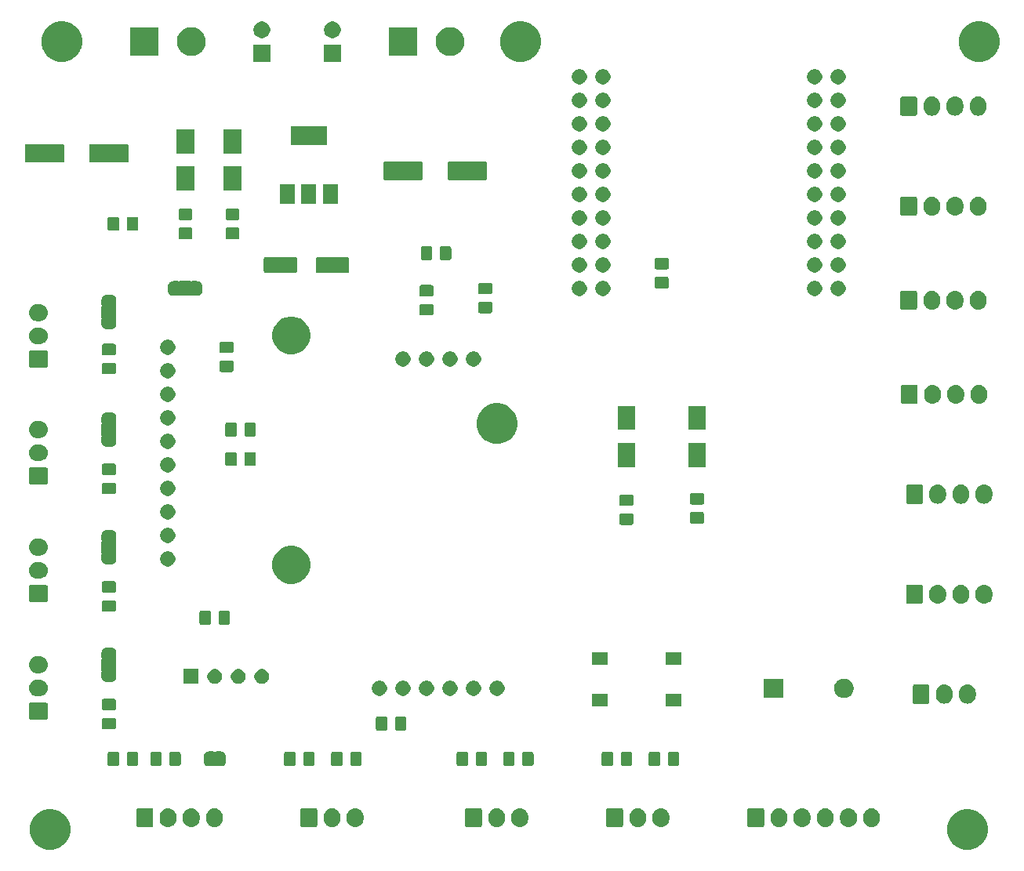
<source format=gbr>
G04 #@! TF.GenerationSoftware,KiCad,Pcbnew,5.1.5-52549c5~84~ubuntu18.04.1*
G04 #@! TF.CreationDate,2020-02-02T15:04:15+01:00*
G04 #@! TF.ProjectId,autopool,6175746f-706f-46f6-9c2e-6b696361645f,rev?*
G04 #@! TF.SameCoordinates,Original*
G04 #@! TF.FileFunction,Soldermask,Top*
G04 #@! TF.FilePolarity,Negative*
%FSLAX46Y46*%
G04 Gerber Fmt 4.6, Leading zero omitted, Abs format (unit mm)*
G04 Created by KiCad (PCBNEW 5.1.5-52549c5~84~ubuntu18.04.1) date 2020-02-02 15:04:15*
%MOMM*%
%LPD*%
G04 APERTURE LIST*
%ADD10C,0.100000*%
G04 APERTURE END LIST*
D10*
G36*
X180982007Y-132503582D02*
G01*
X181382563Y-132669498D01*
X181382565Y-132669499D01*
X181743056Y-132910371D01*
X182049629Y-133216944D01*
X182290501Y-133577435D01*
X182290502Y-133577437D01*
X182456418Y-133977993D01*
X182541000Y-134403219D01*
X182541000Y-134836781D01*
X182456418Y-135262007D01*
X182290502Y-135662563D01*
X182290501Y-135662565D01*
X182049629Y-136023056D01*
X181743056Y-136329629D01*
X181382565Y-136570501D01*
X181382564Y-136570502D01*
X181382563Y-136570502D01*
X180982007Y-136736418D01*
X180556781Y-136821000D01*
X180123219Y-136821000D01*
X179697993Y-136736418D01*
X179297437Y-136570502D01*
X179297436Y-136570502D01*
X179297435Y-136570501D01*
X178936944Y-136329629D01*
X178630371Y-136023056D01*
X178389499Y-135662565D01*
X178389498Y-135662563D01*
X178223582Y-135262007D01*
X178139000Y-134836781D01*
X178139000Y-134403219D01*
X178223582Y-133977993D01*
X178389498Y-133577437D01*
X178389499Y-133577435D01*
X178630371Y-133216944D01*
X178936944Y-132910371D01*
X179297435Y-132669499D01*
X179297437Y-132669498D01*
X179697993Y-132503582D01*
X180123219Y-132419000D01*
X180556781Y-132419000D01*
X180982007Y-132503582D01*
G37*
G36*
X81922007Y-132503582D02*
G01*
X82322563Y-132669498D01*
X82322565Y-132669499D01*
X82683056Y-132910371D01*
X82989629Y-133216944D01*
X83230501Y-133577435D01*
X83230502Y-133577437D01*
X83396418Y-133977993D01*
X83481000Y-134403219D01*
X83481000Y-134836781D01*
X83396418Y-135262007D01*
X83230502Y-135662563D01*
X83230501Y-135662565D01*
X82989629Y-136023056D01*
X82683056Y-136329629D01*
X82322565Y-136570501D01*
X82322564Y-136570502D01*
X82322563Y-136570502D01*
X81922007Y-136736418D01*
X81496781Y-136821000D01*
X81063219Y-136821000D01*
X80637993Y-136736418D01*
X80237437Y-136570502D01*
X80237436Y-136570502D01*
X80237435Y-136570501D01*
X79876944Y-136329629D01*
X79570371Y-136023056D01*
X79329499Y-135662565D01*
X79329498Y-135662563D01*
X79163582Y-135262007D01*
X79079000Y-134836781D01*
X79079000Y-134403219D01*
X79163582Y-133977993D01*
X79329498Y-133577437D01*
X79329499Y-133577435D01*
X79570371Y-133216944D01*
X79876944Y-132910371D01*
X80237435Y-132669499D01*
X80237437Y-132669498D01*
X80637993Y-132503582D01*
X81063219Y-132419000D01*
X81496781Y-132419000D01*
X81922007Y-132503582D01*
G37*
G36*
X96696626Y-132337037D02*
G01*
X96866465Y-132388557D01*
X96866467Y-132388558D01*
X97022989Y-132472221D01*
X97160186Y-132584814D01*
X97229683Y-132669498D01*
X97272778Y-132722009D01*
X97356443Y-132878534D01*
X97407963Y-133048373D01*
X97421000Y-133180742D01*
X97421000Y-133519257D01*
X97407963Y-133651626D01*
X97356443Y-133821466D01*
X97272778Y-133977991D01*
X97272777Y-133977992D01*
X97160186Y-134115186D01*
X97065250Y-134193097D01*
X97022991Y-134227778D01*
X96866466Y-134311443D01*
X96696627Y-134362963D01*
X96520000Y-134380359D01*
X96343374Y-134362963D01*
X96173535Y-134311443D01*
X96017010Y-134227778D01*
X95879815Y-134115185D01*
X95767222Y-133977991D01*
X95683557Y-133821466D01*
X95632037Y-133651627D01*
X95619000Y-133519258D01*
X95619000Y-133180743D01*
X95632037Y-133048374D01*
X95683557Y-132878535D01*
X95767222Y-132722010D01*
X95767223Y-132722009D01*
X95879814Y-132584814D01*
X95981271Y-132501552D01*
X96017009Y-132472222D01*
X96173534Y-132388557D01*
X96343373Y-132337037D01*
X96520000Y-132319641D01*
X96696626Y-132337037D01*
G37*
G36*
X99196626Y-132337037D02*
G01*
X99366465Y-132388557D01*
X99366467Y-132388558D01*
X99522989Y-132472221D01*
X99660186Y-132584814D01*
X99729683Y-132669498D01*
X99772778Y-132722009D01*
X99856443Y-132878534D01*
X99907963Y-133048373D01*
X99921000Y-133180742D01*
X99921000Y-133519257D01*
X99907963Y-133651626D01*
X99856443Y-133821466D01*
X99772778Y-133977991D01*
X99772777Y-133977992D01*
X99660186Y-134115186D01*
X99565250Y-134193097D01*
X99522991Y-134227778D01*
X99366466Y-134311443D01*
X99196627Y-134362963D01*
X99020000Y-134380359D01*
X98843374Y-134362963D01*
X98673535Y-134311443D01*
X98517010Y-134227778D01*
X98379815Y-134115185D01*
X98267222Y-133977991D01*
X98183557Y-133821466D01*
X98132037Y-133651627D01*
X98119000Y-133519258D01*
X98119000Y-133180743D01*
X98132037Y-133048374D01*
X98183557Y-132878535D01*
X98267222Y-132722010D01*
X98267223Y-132722009D01*
X98379814Y-132584814D01*
X98481271Y-132501552D01*
X98517009Y-132472222D01*
X98673534Y-132388557D01*
X98843373Y-132337037D01*
X99020000Y-132319641D01*
X99196626Y-132337037D01*
G37*
G36*
X114396626Y-132337037D02*
G01*
X114566465Y-132388557D01*
X114566467Y-132388558D01*
X114722989Y-132472221D01*
X114860186Y-132584814D01*
X114929683Y-132669498D01*
X114972778Y-132722009D01*
X115056443Y-132878534D01*
X115107963Y-133048373D01*
X115121000Y-133180742D01*
X115121000Y-133519257D01*
X115107963Y-133651626D01*
X115056443Y-133821466D01*
X114972778Y-133977991D01*
X114972777Y-133977992D01*
X114860186Y-134115186D01*
X114765250Y-134193097D01*
X114722991Y-134227778D01*
X114566466Y-134311443D01*
X114396627Y-134362963D01*
X114220000Y-134380359D01*
X114043374Y-134362963D01*
X113873535Y-134311443D01*
X113717010Y-134227778D01*
X113579815Y-134115185D01*
X113467222Y-133977991D01*
X113383557Y-133821466D01*
X113332037Y-133651627D01*
X113319000Y-133519258D01*
X113319000Y-133180743D01*
X113332037Y-133048374D01*
X113383557Y-132878535D01*
X113467222Y-132722010D01*
X113467223Y-132722009D01*
X113579814Y-132584814D01*
X113681271Y-132501552D01*
X113717009Y-132472222D01*
X113873534Y-132388557D01*
X114043373Y-132337037D01*
X114220000Y-132319641D01*
X114396626Y-132337037D01*
G37*
G36*
X144916626Y-132337037D02*
G01*
X145086465Y-132388557D01*
X145086467Y-132388558D01*
X145242989Y-132472221D01*
X145380186Y-132584814D01*
X145449683Y-132669498D01*
X145492778Y-132722009D01*
X145576443Y-132878534D01*
X145627963Y-133048373D01*
X145641000Y-133180742D01*
X145641000Y-133519257D01*
X145627963Y-133651626D01*
X145576443Y-133821466D01*
X145492778Y-133977991D01*
X145492777Y-133977992D01*
X145380186Y-134115186D01*
X145285250Y-134193097D01*
X145242991Y-134227778D01*
X145086466Y-134311443D01*
X144916627Y-134362963D01*
X144740000Y-134380359D01*
X144563374Y-134362963D01*
X144393535Y-134311443D01*
X144237010Y-134227778D01*
X144099815Y-134115185D01*
X143987222Y-133977991D01*
X143903557Y-133821466D01*
X143852037Y-133651627D01*
X143839000Y-133519258D01*
X143839000Y-133180743D01*
X143852037Y-133048374D01*
X143903557Y-132878535D01*
X143987222Y-132722010D01*
X143987223Y-132722009D01*
X144099814Y-132584814D01*
X144201271Y-132501552D01*
X144237009Y-132472222D01*
X144393534Y-132388557D01*
X144563373Y-132337037D01*
X144740000Y-132319641D01*
X144916626Y-132337037D01*
G37*
G36*
X147416626Y-132337037D02*
G01*
X147586465Y-132388557D01*
X147586467Y-132388558D01*
X147742989Y-132472221D01*
X147880186Y-132584814D01*
X147949683Y-132669498D01*
X147992778Y-132722009D01*
X148076443Y-132878534D01*
X148127963Y-133048373D01*
X148141000Y-133180742D01*
X148141000Y-133519257D01*
X148127963Y-133651626D01*
X148076443Y-133821466D01*
X147992778Y-133977991D01*
X147992777Y-133977992D01*
X147880186Y-134115186D01*
X147785250Y-134193097D01*
X147742991Y-134227778D01*
X147586466Y-134311443D01*
X147416627Y-134362963D01*
X147240000Y-134380359D01*
X147063374Y-134362963D01*
X146893535Y-134311443D01*
X146737010Y-134227778D01*
X146599815Y-134115185D01*
X146487222Y-133977991D01*
X146403557Y-133821466D01*
X146352037Y-133651627D01*
X146339000Y-133519258D01*
X146339000Y-133180743D01*
X146352037Y-133048374D01*
X146403557Y-132878535D01*
X146487222Y-132722010D01*
X146487223Y-132722009D01*
X146599814Y-132584814D01*
X146701271Y-132501552D01*
X146737009Y-132472222D01*
X146893534Y-132388557D01*
X147063373Y-132337037D01*
X147240000Y-132319641D01*
X147416626Y-132337037D01*
G37*
G36*
X129676626Y-132337037D02*
G01*
X129846465Y-132388557D01*
X129846467Y-132388558D01*
X130002989Y-132472221D01*
X130140186Y-132584814D01*
X130209683Y-132669498D01*
X130252778Y-132722009D01*
X130336443Y-132878534D01*
X130387963Y-133048373D01*
X130401000Y-133180742D01*
X130401000Y-133519257D01*
X130387963Y-133651626D01*
X130336443Y-133821466D01*
X130252778Y-133977991D01*
X130252777Y-133977992D01*
X130140186Y-134115186D01*
X130045250Y-134193097D01*
X130002991Y-134227778D01*
X129846466Y-134311443D01*
X129676627Y-134362963D01*
X129500000Y-134380359D01*
X129323374Y-134362963D01*
X129153535Y-134311443D01*
X128997010Y-134227778D01*
X128859815Y-134115185D01*
X128747222Y-133977991D01*
X128663557Y-133821466D01*
X128612037Y-133651627D01*
X128599000Y-133519258D01*
X128599000Y-133180743D01*
X128612037Y-133048374D01*
X128663557Y-132878535D01*
X128747222Y-132722010D01*
X128747223Y-132722009D01*
X128859814Y-132584814D01*
X128961271Y-132501552D01*
X128997009Y-132472222D01*
X129153534Y-132388557D01*
X129323373Y-132337037D01*
X129500000Y-132319641D01*
X129676626Y-132337037D01*
G37*
G36*
X132176626Y-132337037D02*
G01*
X132346465Y-132388557D01*
X132346467Y-132388558D01*
X132502989Y-132472221D01*
X132640186Y-132584814D01*
X132709683Y-132669498D01*
X132752778Y-132722009D01*
X132836443Y-132878534D01*
X132887963Y-133048373D01*
X132901000Y-133180742D01*
X132901000Y-133519257D01*
X132887963Y-133651626D01*
X132836443Y-133821466D01*
X132752778Y-133977991D01*
X132752777Y-133977992D01*
X132640186Y-134115186D01*
X132545250Y-134193097D01*
X132502991Y-134227778D01*
X132346466Y-134311443D01*
X132176627Y-134362963D01*
X132000000Y-134380359D01*
X131823374Y-134362963D01*
X131653535Y-134311443D01*
X131497010Y-134227778D01*
X131359815Y-134115185D01*
X131247222Y-133977991D01*
X131163557Y-133821466D01*
X131112037Y-133651627D01*
X131099000Y-133519258D01*
X131099000Y-133180743D01*
X131112037Y-133048374D01*
X131163557Y-132878535D01*
X131247222Y-132722010D01*
X131247223Y-132722009D01*
X131359814Y-132584814D01*
X131461271Y-132501552D01*
X131497009Y-132472222D01*
X131653534Y-132388557D01*
X131823373Y-132337037D01*
X132000000Y-132319641D01*
X132176626Y-132337037D01*
G37*
G36*
X111896626Y-132337037D02*
G01*
X112066465Y-132388557D01*
X112066467Y-132388558D01*
X112222989Y-132472221D01*
X112360186Y-132584814D01*
X112429683Y-132669498D01*
X112472778Y-132722009D01*
X112556443Y-132878534D01*
X112607963Y-133048373D01*
X112621000Y-133180742D01*
X112621000Y-133519257D01*
X112607963Y-133651626D01*
X112556443Y-133821466D01*
X112472778Y-133977991D01*
X112472777Y-133977992D01*
X112360186Y-134115186D01*
X112265250Y-134193097D01*
X112222991Y-134227778D01*
X112066466Y-134311443D01*
X111896627Y-134362963D01*
X111720000Y-134380359D01*
X111543374Y-134362963D01*
X111373535Y-134311443D01*
X111217010Y-134227778D01*
X111079815Y-134115185D01*
X110967222Y-133977991D01*
X110883557Y-133821466D01*
X110832037Y-133651627D01*
X110819000Y-133519258D01*
X110819000Y-133180743D01*
X110832037Y-133048374D01*
X110883557Y-132878535D01*
X110967222Y-132722010D01*
X110967223Y-132722009D01*
X111079814Y-132584814D01*
X111181271Y-132501552D01*
X111217009Y-132472222D01*
X111373534Y-132388557D01*
X111543373Y-132337037D01*
X111720000Y-132319641D01*
X111896626Y-132337037D01*
G37*
G36*
X160156626Y-132337037D02*
G01*
X160326465Y-132388557D01*
X160326467Y-132388558D01*
X160482989Y-132472221D01*
X160620186Y-132584814D01*
X160689683Y-132669498D01*
X160732778Y-132722009D01*
X160816443Y-132878534D01*
X160867963Y-133048373D01*
X160881000Y-133180742D01*
X160881000Y-133519257D01*
X160867963Y-133651626D01*
X160816443Y-133821466D01*
X160732778Y-133977991D01*
X160732777Y-133977992D01*
X160620186Y-134115186D01*
X160525250Y-134193097D01*
X160482991Y-134227778D01*
X160326466Y-134311443D01*
X160156627Y-134362963D01*
X159980000Y-134380359D01*
X159803374Y-134362963D01*
X159633535Y-134311443D01*
X159477010Y-134227778D01*
X159339815Y-134115185D01*
X159227222Y-133977991D01*
X159143557Y-133821466D01*
X159092037Y-133651627D01*
X159079000Y-133519258D01*
X159079000Y-133180743D01*
X159092037Y-133048374D01*
X159143557Y-132878535D01*
X159227222Y-132722010D01*
X159227223Y-132722009D01*
X159339814Y-132584814D01*
X159441271Y-132501552D01*
X159477009Y-132472222D01*
X159633534Y-132388557D01*
X159803373Y-132337037D01*
X159980000Y-132319641D01*
X160156626Y-132337037D01*
G37*
G36*
X162656626Y-132337037D02*
G01*
X162826465Y-132388557D01*
X162826467Y-132388558D01*
X162982989Y-132472221D01*
X163120186Y-132584814D01*
X163189683Y-132669498D01*
X163232778Y-132722009D01*
X163316443Y-132878534D01*
X163367963Y-133048373D01*
X163381000Y-133180742D01*
X163381000Y-133519257D01*
X163367963Y-133651626D01*
X163316443Y-133821466D01*
X163232778Y-133977991D01*
X163232777Y-133977992D01*
X163120186Y-134115186D01*
X163025250Y-134193097D01*
X162982991Y-134227778D01*
X162826466Y-134311443D01*
X162656627Y-134362963D01*
X162480000Y-134380359D01*
X162303374Y-134362963D01*
X162133535Y-134311443D01*
X161977010Y-134227778D01*
X161839815Y-134115185D01*
X161727222Y-133977991D01*
X161643557Y-133821466D01*
X161592037Y-133651627D01*
X161579000Y-133519258D01*
X161579000Y-133180743D01*
X161592037Y-133048374D01*
X161643557Y-132878535D01*
X161727222Y-132722010D01*
X161727223Y-132722009D01*
X161839814Y-132584814D01*
X161941271Y-132501552D01*
X161977009Y-132472222D01*
X162133534Y-132388557D01*
X162303373Y-132337037D01*
X162480000Y-132319641D01*
X162656626Y-132337037D01*
G37*
G36*
X165156626Y-132337037D02*
G01*
X165326465Y-132388557D01*
X165326467Y-132388558D01*
X165482989Y-132472221D01*
X165620186Y-132584814D01*
X165689683Y-132669498D01*
X165732778Y-132722009D01*
X165816443Y-132878534D01*
X165867963Y-133048373D01*
X165881000Y-133180742D01*
X165881000Y-133519257D01*
X165867963Y-133651626D01*
X165816443Y-133821466D01*
X165732778Y-133977991D01*
X165732777Y-133977992D01*
X165620186Y-134115186D01*
X165525250Y-134193097D01*
X165482991Y-134227778D01*
X165326466Y-134311443D01*
X165156627Y-134362963D01*
X164980000Y-134380359D01*
X164803374Y-134362963D01*
X164633535Y-134311443D01*
X164477010Y-134227778D01*
X164339815Y-134115185D01*
X164227222Y-133977991D01*
X164143557Y-133821466D01*
X164092037Y-133651627D01*
X164079000Y-133519258D01*
X164079000Y-133180743D01*
X164092037Y-133048374D01*
X164143557Y-132878535D01*
X164227222Y-132722010D01*
X164227223Y-132722009D01*
X164339814Y-132584814D01*
X164441271Y-132501552D01*
X164477009Y-132472222D01*
X164633534Y-132388557D01*
X164803373Y-132337037D01*
X164980000Y-132319641D01*
X165156626Y-132337037D01*
G37*
G36*
X167656626Y-132337037D02*
G01*
X167826465Y-132388557D01*
X167826467Y-132388558D01*
X167982989Y-132472221D01*
X168120186Y-132584814D01*
X168189683Y-132669498D01*
X168232778Y-132722009D01*
X168316443Y-132878534D01*
X168367963Y-133048373D01*
X168381000Y-133180742D01*
X168381000Y-133519257D01*
X168367963Y-133651626D01*
X168316443Y-133821466D01*
X168232778Y-133977991D01*
X168232777Y-133977992D01*
X168120186Y-134115186D01*
X168025250Y-134193097D01*
X167982991Y-134227778D01*
X167826466Y-134311443D01*
X167656627Y-134362963D01*
X167480000Y-134380359D01*
X167303374Y-134362963D01*
X167133535Y-134311443D01*
X166977010Y-134227778D01*
X166839815Y-134115185D01*
X166727222Y-133977991D01*
X166643557Y-133821466D01*
X166592037Y-133651627D01*
X166579000Y-133519258D01*
X166579000Y-133180743D01*
X166592037Y-133048374D01*
X166643557Y-132878535D01*
X166727222Y-132722010D01*
X166727223Y-132722009D01*
X166839814Y-132584814D01*
X166941271Y-132501552D01*
X166977009Y-132472222D01*
X167133534Y-132388557D01*
X167303373Y-132337037D01*
X167480000Y-132319641D01*
X167656626Y-132337037D01*
G37*
G36*
X170156626Y-132337037D02*
G01*
X170326465Y-132388557D01*
X170326467Y-132388558D01*
X170482989Y-132472221D01*
X170620186Y-132584814D01*
X170689683Y-132669498D01*
X170732778Y-132722009D01*
X170816443Y-132878534D01*
X170867963Y-133048373D01*
X170881000Y-133180742D01*
X170881000Y-133519257D01*
X170867963Y-133651626D01*
X170816443Y-133821466D01*
X170732778Y-133977991D01*
X170732777Y-133977992D01*
X170620186Y-134115186D01*
X170525250Y-134193097D01*
X170482991Y-134227778D01*
X170326466Y-134311443D01*
X170156627Y-134362963D01*
X169980000Y-134380359D01*
X169803374Y-134362963D01*
X169633535Y-134311443D01*
X169477010Y-134227778D01*
X169339815Y-134115185D01*
X169227222Y-133977991D01*
X169143557Y-133821466D01*
X169092037Y-133651627D01*
X169079000Y-133519258D01*
X169079000Y-133180743D01*
X169092037Y-133048374D01*
X169143557Y-132878535D01*
X169227222Y-132722010D01*
X169227223Y-132722009D01*
X169339814Y-132584814D01*
X169441271Y-132501552D01*
X169477009Y-132472222D01*
X169633534Y-132388557D01*
X169803373Y-132337037D01*
X169980000Y-132319641D01*
X170156626Y-132337037D01*
G37*
G36*
X94196626Y-132337037D02*
G01*
X94366465Y-132388557D01*
X94366467Y-132388558D01*
X94522989Y-132472221D01*
X94660186Y-132584814D01*
X94729683Y-132669498D01*
X94772778Y-132722009D01*
X94856443Y-132878534D01*
X94907963Y-133048373D01*
X94921000Y-133180742D01*
X94921000Y-133519257D01*
X94907963Y-133651626D01*
X94856443Y-133821466D01*
X94772778Y-133977991D01*
X94772777Y-133977992D01*
X94660186Y-134115186D01*
X94565250Y-134193097D01*
X94522991Y-134227778D01*
X94366466Y-134311443D01*
X94196627Y-134362963D01*
X94020000Y-134380359D01*
X93843374Y-134362963D01*
X93673535Y-134311443D01*
X93517010Y-134227778D01*
X93379815Y-134115185D01*
X93267222Y-133977991D01*
X93183557Y-133821466D01*
X93132037Y-133651627D01*
X93119000Y-133519258D01*
X93119000Y-133180743D01*
X93132037Y-133048374D01*
X93183557Y-132878535D01*
X93267222Y-132722010D01*
X93267223Y-132722009D01*
X93379814Y-132584814D01*
X93481271Y-132501552D01*
X93517009Y-132472222D01*
X93673534Y-132388557D01*
X93843373Y-132337037D01*
X94020000Y-132319641D01*
X94196626Y-132337037D01*
G37*
G36*
X109978600Y-132327989D02*
G01*
X110011652Y-132338015D01*
X110042103Y-132354292D01*
X110068799Y-132376201D01*
X110090708Y-132402897D01*
X110106985Y-132433348D01*
X110117011Y-132466400D01*
X110121000Y-132506903D01*
X110121000Y-134193097D01*
X110117011Y-134233600D01*
X110106985Y-134266652D01*
X110090708Y-134297103D01*
X110068799Y-134323799D01*
X110042103Y-134345708D01*
X110011652Y-134361985D01*
X109978600Y-134372011D01*
X109938097Y-134376000D01*
X108501903Y-134376000D01*
X108461400Y-134372011D01*
X108428348Y-134361985D01*
X108397897Y-134345708D01*
X108371201Y-134323799D01*
X108349292Y-134297103D01*
X108333015Y-134266652D01*
X108322989Y-134233600D01*
X108319000Y-134193097D01*
X108319000Y-132506903D01*
X108322989Y-132466400D01*
X108333015Y-132433348D01*
X108349292Y-132402897D01*
X108371201Y-132376201D01*
X108397897Y-132354292D01*
X108428348Y-132338015D01*
X108461400Y-132327989D01*
X108501903Y-132324000D01*
X109938097Y-132324000D01*
X109978600Y-132327989D01*
G37*
G36*
X158238600Y-132327989D02*
G01*
X158271652Y-132338015D01*
X158302103Y-132354292D01*
X158328799Y-132376201D01*
X158350708Y-132402897D01*
X158366985Y-132433348D01*
X158377011Y-132466400D01*
X158381000Y-132506903D01*
X158381000Y-134193097D01*
X158377011Y-134233600D01*
X158366985Y-134266652D01*
X158350708Y-134297103D01*
X158328799Y-134323799D01*
X158302103Y-134345708D01*
X158271652Y-134361985D01*
X158238600Y-134372011D01*
X158198097Y-134376000D01*
X156761903Y-134376000D01*
X156721400Y-134372011D01*
X156688348Y-134361985D01*
X156657897Y-134345708D01*
X156631201Y-134323799D01*
X156609292Y-134297103D01*
X156593015Y-134266652D01*
X156582989Y-134233600D01*
X156579000Y-134193097D01*
X156579000Y-132506903D01*
X156582989Y-132466400D01*
X156593015Y-132433348D01*
X156609292Y-132402897D01*
X156631201Y-132376201D01*
X156657897Y-132354292D01*
X156688348Y-132338015D01*
X156721400Y-132327989D01*
X156761903Y-132324000D01*
X158198097Y-132324000D01*
X158238600Y-132327989D01*
G37*
G36*
X142998600Y-132327989D02*
G01*
X143031652Y-132338015D01*
X143062103Y-132354292D01*
X143088799Y-132376201D01*
X143110708Y-132402897D01*
X143126985Y-132433348D01*
X143137011Y-132466400D01*
X143141000Y-132506903D01*
X143141000Y-134193097D01*
X143137011Y-134233600D01*
X143126985Y-134266652D01*
X143110708Y-134297103D01*
X143088799Y-134323799D01*
X143062103Y-134345708D01*
X143031652Y-134361985D01*
X142998600Y-134372011D01*
X142958097Y-134376000D01*
X141521903Y-134376000D01*
X141481400Y-134372011D01*
X141448348Y-134361985D01*
X141417897Y-134345708D01*
X141391201Y-134323799D01*
X141369292Y-134297103D01*
X141353015Y-134266652D01*
X141342989Y-134233600D01*
X141339000Y-134193097D01*
X141339000Y-132506903D01*
X141342989Y-132466400D01*
X141353015Y-132433348D01*
X141369292Y-132402897D01*
X141391201Y-132376201D01*
X141417897Y-132354292D01*
X141448348Y-132338015D01*
X141481400Y-132327989D01*
X141521903Y-132324000D01*
X142958097Y-132324000D01*
X142998600Y-132327989D01*
G37*
G36*
X127758600Y-132327989D02*
G01*
X127791652Y-132338015D01*
X127822103Y-132354292D01*
X127848799Y-132376201D01*
X127870708Y-132402897D01*
X127886985Y-132433348D01*
X127897011Y-132466400D01*
X127901000Y-132506903D01*
X127901000Y-134193097D01*
X127897011Y-134233600D01*
X127886985Y-134266652D01*
X127870708Y-134297103D01*
X127848799Y-134323799D01*
X127822103Y-134345708D01*
X127791652Y-134361985D01*
X127758600Y-134372011D01*
X127718097Y-134376000D01*
X126281903Y-134376000D01*
X126241400Y-134372011D01*
X126208348Y-134361985D01*
X126177897Y-134345708D01*
X126151201Y-134323799D01*
X126129292Y-134297103D01*
X126113015Y-134266652D01*
X126102989Y-134233600D01*
X126099000Y-134193097D01*
X126099000Y-132506903D01*
X126102989Y-132466400D01*
X126113015Y-132433348D01*
X126129292Y-132402897D01*
X126151201Y-132376201D01*
X126177897Y-132354292D01*
X126208348Y-132338015D01*
X126241400Y-132327989D01*
X126281903Y-132324000D01*
X127718097Y-132324000D01*
X127758600Y-132327989D01*
G37*
G36*
X92278600Y-132327989D02*
G01*
X92311652Y-132338015D01*
X92342103Y-132354292D01*
X92368799Y-132376201D01*
X92390708Y-132402897D01*
X92406985Y-132433348D01*
X92417011Y-132466400D01*
X92421000Y-132506903D01*
X92421000Y-134193097D01*
X92417011Y-134233600D01*
X92406985Y-134266652D01*
X92390708Y-134297103D01*
X92368799Y-134323799D01*
X92342103Y-134345708D01*
X92311652Y-134361985D01*
X92278600Y-134372011D01*
X92238097Y-134376000D01*
X90801903Y-134376000D01*
X90761400Y-134372011D01*
X90728348Y-134361985D01*
X90697897Y-134345708D01*
X90671201Y-134323799D01*
X90649292Y-134297103D01*
X90633015Y-134266652D01*
X90622989Y-134233600D01*
X90619000Y-134193097D01*
X90619000Y-132506903D01*
X90622989Y-132466400D01*
X90633015Y-132433348D01*
X90649292Y-132402897D01*
X90671201Y-132376201D01*
X90697897Y-132354292D01*
X90728348Y-132338015D01*
X90761400Y-132327989D01*
X90801903Y-132324000D01*
X92238097Y-132324000D01*
X92278600Y-132327989D01*
G37*
G36*
X98919999Y-126199737D02*
G01*
X98929608Y-126202652D01*
X98938472Y-126207390D01*
X98946237Y-126213763D01*
X98956448Y-126226206D01*
X98963378Y-126236575D01*
X98980705Y-126253902D01*
X99001080Y-126267515D01*
X99023720Y-126276891D01*
X99047753Y-126281671D01*
X99072257Y-126281670D01*
X99096290Y-126276888D01*
X99118929Y-126267510D01*
X99139302Y-126253895D01*
X99156629Y-126236568D01*
X99163558Y-126226198D01*
X99173763Y-126213763D01*
X99181528Y-126207390D01*
X99190392Y-126202652D01*
X99200001Y-126199737D01*
X99216140Y-126198148D01*
X99703861Y-126198148D01*
X99722199Y-126199954D01*
X99734450Y-126200556D01*
X99752869Y-126200556D01*
X99775149Y-126202750D01*
X99859233Y-126219476D01*
X99880660Y-126225976D01*
X99959858Y-126258780D01*
X99965303Y-126261691D01*
X99965309Y-126261693D01*
X99974169Y-126266429D01*
X99974173Y-126266432D01*
X99979614Y-126269340D01*
X100050899Y-126316971D01*
X100068204Y-126331172D01*
X100128828Y-126391796D01*
X100143029Y-126409101D01*
X100190660Y-126480386D01*
X100193568Y-126485827D01*
X100193571Y-126485831D01*
X100198307Y-126494691D01*
X100198309Y-126494697D01*
X100201220Y-126500142D01*
X100234024Y-126579340D01*
X100240524Y-126600767D01*
X100257250Y-126684851D01*
X100259444Y-126707131D01*
X100259444Y-126725550D01*
X100260046Y-126737801D01*
X100261852Y-126756139D01*
X100261852Y-127243862D01*
X100260046Y-127262199D01*
X100259444Y-127274450D01*
X100259444Y-127292869D01*
X100257250Y-127315149D01*
X100240524Y-127399233D01*
X100234024Y-127420660D01*
X100201220Y-127499858D01*
X100198309Y-127505303D01*
X100198307Y-127505309D01*
X100193571Y-127514169D01*
X100193568Y-127514173D01*
X100190660Y-127519614D01*
X100143029Y-127590899D01*
X100128828Y-127608204D01*
X100068204Y-127668828D01*
X100050899Y-127683029D01*
X99979614Y-127730660D01*
X99974173Y-127733568D01*
X99974169Y-127733571D01*
X99965309Y-127738307D01*
X99965303Y-127738309D01*
X99959858Y-127741220D01*
X99880660Y-127774024D01*
X99859233Y-127780524D01*
X99775149Y-127797250D01*
X99752869Y-127799444D01*
X99734450Y-127799444D01*
X99722199Y-127800046D01*
X99703862Y-127801852D01*
X99216140Y-127801852D01*
X99200001Y-127800263D01*
X99190392Y-127797348D01*
X99181528Y-127792610D01*
X99173763Y-127786237D01*
X99163552Y-127773794D01*
X99156622Y-127763425D01*
X99139295Y-127746098D01*
X99118920Y-127732485D01*
X99096280Y-127723109D01*
X99072247Y-127718329D01*
X99047743Y-127718330D01*
X99023710Y-127723112D01*
X99001071Y-127732490D01*
X98980698Y-127746105D01*
X98963371Y-127763432D01*
X98956442Y-127773802D01*
X98946237Y-127786237D01*
X98938472Y-127792610D01*
X98929608Y-127797348D01*
X98919999Y-127800263D01*
X98903860Y-127801852D01*
X98416138Y-127801852D01*
X98397801Y-127800046D01*
X98385550Y-127799444D01*
X98367131Y-127799444D01*
X98344851Y-127797250D01*
X98260767Y-127780524D01*
X98239340Y-127774024D01*
X98160142Y-127741220D01*
X98154697Y-127738309D01*
X98154691Y-127738307D01*
X98145831Y-127733571D01*
X98145827Y-127733568D01*
X98140386Y-127730660D01*
X98069101Y-127683029D01*
X98051796Y-127668828D01*
X97991172Y-127608204D01*
X97976971Y-127590899D01*
X97929340Y-127519614D01*
X97926432Y-127514173D01*
X97926429Y-127514169D01*
X97921693Y-127505309D01*
X97921691Y-127505303D01*
X97918780Y-127499858D01*
X97885976Y-127420660D01*
X97879476Y-127399233D01*
X97862750Y-127315149D01*
X97860556Y-127292869D01*
X97860556Y-127274450D01*
X97859954Y-127262199D01*
X97858148Y-127243862D01*
X97858148Y-126756139D01*
X97859954Y-126737801D01*
X97860556Y-126725550D01*
X97860556Y-126707131D01*
X97862750Y-126684851D01*
X97879476Y-126600767D01*
X97885976Y-126579340D01*
X97918780Y-126500142D01*
X97921691Y-126494697D01*
X97921693Y-126494691D01*
X97926429Y-126485831D01*
X97926432Y-126485827D01*
X97929340Y-126480386D01*
X97976971Y-126409101D01*
X97991172Y-126391796D01*
X98051796Y-126331172D01*
X98069101Y-126316971D01*
X98140386Y-126269340D01*
X98145827Y-126266432D01*
X98145831Y-126266429D01*
X98154691Y-126261693D01*
X98154697Y-126261691D01*
X98160142Y-126258780D01*
X98239340Y-126225976D01*
X98260767Y-126219476D01*
X98344851Y-126202750D01*
X98367131Y-126200556D01*
X98385550Y-126200556D01*
X98397801Y-126199954D01*
X98416139Y-126198148D01*
X98903860Y-126198148D01*
X98919999Y-126199737D01*
G37*
G36*
X88583674Y-126253465D02*
G01*
X88621367Y-126264899D01*
X88656103Y-126283466D01*
X88686548Y-126308452D01*
X88711534Y-126338897D01*
X88730101Y-126373633D01*
X88741535Y-126411326D01*
X88746000Y-126456661D01*
X88746000Y-127543339D01*
X88741535Y-127588674D01*
X88730101Y-127626367D01*
X88711534Y-127661103D01*
X88686548Y-127691548D01*
X88656103Y-127716534D01*
X88621367Y-127735101D01*
X88583674Y-127746535D01*
X88538339Y-127751000D01*
X87701661Y-127751000D01*
X87656326Y-127746535D01*
X87618633Y-127735101D01*
X87583897Y-127716534D01*
X87553452Y-127691548D01*
X87528466Y-127661103D01*
X87509899Y-127626367D01*
X87498465Y-127588674D01*
X87494000Y-127543339D01*
X87494000Y-126456661D01*
X87498465Y-126411326D01*
X87509899Y-126373633D01*
X87528466Y-126338897D01*
X87553452Y-126308452D01*
X87583897Y-126283466D01*
X87618633Y-126264899D01*
X87656326Y-126253465D01*
X87701661Y-126249000D01*
X88538339Y-126249000D01*
X88583674Y-126253465D01*
G37*
G36*
X95223674Y-126253465D02*
G01*
X95261367Y-126264899D01*
X95296103Y-126283466D01*
X95326548Y-126308452D01*
X95351534Y-126338897D01*
X95370101Y-126373633D01*
X95381535Y-126411326D01*
X95386000Y-126456661D01*
X95386000Y-127543339D01*
X95381535Y-127588674D01*
X95370101Y-127626367D01*
X95351534Y-127661103D01*
X95326548Y-127691548D01*
X95296103Y-127716534D01*
X95261367Y-127735101D01*
X95223674Y-127746535D01*
X95178339Y-127751000D01*
X94341661Y-127751000D01*
X94296326Y-127746535D01*
X94258633Y-127735101D01*
X94223897Y-127716534D01*
X94193452Y-127691548D01*
X94168466Y-127661103D01*
X94149899Y-127626367D01*
X94138465Y-127588674D01*
X94134000Y-127543339D01*
X94134000Y-126456661D01*
X94138465Y-126411326D01*
X94149899Y-126373633D01*
X94168466Y-126338897D01*
X94193452Y-126308452D01*
X94223897Y-126283466D01*
X94258633Y-126264899D01*
X94296326Y-126253465D01*
X94341661Y-126249000D01*
X95178339Y-126249000D01*
X95223674Y-126253465D01*
G37*
G36*
X93173674Y-126253465D02*
G01*
X93211367Y-126264899D01*
X93246103Y-126283466D01*
X93276548Y-126308452D01*
X93301534Y-126338897D01*
X93320101Y-126373633D01*
X93331535Y-126411326D01*
X93336000Y-126456661D01*
X93336000Y-127543339D01*
X93331535Y-127588674D01*
X93320101Y-127626367D01*
X93301534Y-127661103D01*
X93276548Y-127691548D01*
X93246103Y-127716534D01*
X93211367Y-127735101D01*
X93173674Y-127746535D01*
X93128339Y-127751000D01*
X92291661Y-127751000D01*
X92246326Y-127746535D01*
X92208633Y-127735101D01*
X92173897Y-127716534D01*
X92143452Y-127691548D01*
X92118466Y-127661103D01*
X92099899Y-127626367D01*
X92088465Y-127588674D01*
X92084000Y-127543339D01*
X92084000Y-126456661D01*
X92088465Y-126411326D01*
X92099899Y-126373633D01*
X92118466Y-126338897D01*
X92143452Y-126308452D01*
X92173897Y-126283466D01*
X92208633Y-126264899D01*
X92246326Y-126253465D01*
X92291661Y-126249000D01*
X93128339Y-126249000D01*
X93173674Y-126253465D01*
G37*
G36*
X149053674Y-126253465D02*
G01*
X149091367Y-126264899D01*
X149126103Y-126283466D01*
X149156548Y-126308452D01*
X149181534Y-126338897D01*
X149200101Y-126373633D01*
X149211535Y-126411326D01*
X149216000Y-126456661D01*
X149216000Y-127543339D01*
X149211535Y-127588674D01*
X149200101Y-127626367D01*
X149181534Y-127661103D01*
X149156548Y-127691548D01*
X149126103Y-127716534D01*
X149091367Y-127735101D01*
X149053674Y-127746535D01*
X149008339Y-127751000D01*
X148171661Y-127751000D01*
X148126326Y-127746535D01*
X148088633Y-127735101D01*
X148053897Y-127716534D01*
X148023452Y-127691548D01*
X147998466Y-127661103D01*
X147979899Y-127626367D01*
X147968465Y-127588674D01*
X147964000Y-127543339D01*
X147964000Y-126456661D01*
X147968465Y-126411326D01*
X147979899Y-126373633D01*
X147998466Y-126338897D01*
X148023452Y-126308452D01*
X148053897Y-126283466D01*
X148088633Y-126264899D01*
X148126326Y-126253465D01*
X148171661Y-126249000D01*
X149008339Y-126249000D01*
X149053674Y-126253465D01*
G37*
G36*
X147003674Y-126253465D02*
G01*
X147041367Y-126264899D01*
X147076103Y-126283466D01*
X147106548Y-126308452D01*
X147131534Y-126338897D01*
X147150101Y-126373633D01*
X147161535Y-126411326D01*
X147166000Y-126456661D01*
X147166000Y-127543339D01*
X147161535Y-127588674D01*
X147150101Y-127626367D01*
X147131534Y-127661103D01*
X147106548Y-127691548D01*
X147076103Y-127716534D01*
X147041367Y-127735101D01*
X147003674Y-127746535D01*
X146958339Y-127751000D01*
X146121661Y-127751000D01*
X146076326Y-127746535D01*
X146038633Y-127735101D01*
X146003897Y-127716534D01*
X145973452Y-127691548D01*
X145948466Y-127661103D01*
X145929899Y-127626367D01*
X145918465Y-127588674D01*
X145914000Y-127543339D01*
X145914000Y-126456661D01*
X145918465Y-126411326D01*
X145929899Y-126373633D01*
X145948466Y-126338897D01*
X145973452Y-126308452D01*
X146003897Y-126283466D01*
X146038633Y-126264899D01*
X146076326Y-126253465D01*
X146121661Y-126249000D01*
X146958339Y-126249000D01*
X147003674Y-126253465D01*
G37*
G36*
X133323674Y-126253465D02*
G01*
X133361367Y-126264899D01*
X133396103Y-126283466D01*
X133426548Y-126308452D01*
X133451534Y-126338897D01*
X133470101Y-126373633D01*
X133481535Y-126411326D01*
X133486000Y-126456661D01*
X133486000Y-127543339D01*
X133481535Y-127588674D01*
X133470101Y-127626367D01*
X133451534Y-127661103D01*
X133426548Y-127691548D01*
X133396103Y-127716534D01*
X133361367Y-127735101D01*
X133323674Y-127746535D01*
X133278339Y-127751000D01*
X132441661Y-127751000D01*
X132396326Y-127746535D01*
X132358633Y-127735101D01*
X132323897Y-127716534D01*
X132293452Y-127691548D01*
X132268466Y-127661103D01*
X132249899Y-127626367D01*
X132238465Y-127588674D01*
X132234000Y-127543339D01*
X132234000Y-126456661D01*
X132238465Y-126411326D01*
X132249899Y-126373633D01*
X132268466Y-126338897D01*
X132293452Y-126308452D01*
X132323897Y-126283466D01*
X132358633Y-126264899D01*
X132396326Y-126253465D01*
X132441661Y-126249000D01*
X133278339Y-126249000D01*
X133323674Y-126253465D01*
G37*
G36*
X131273674Y-126253465D02*
G01*
X131311367Y-126264899D01*
X131346103Y-126283466D01*
X131376548Y-126308452D01*
X131401534Y-126338897D01*
X131420101Y-126373633D01*
X131431535Y-126411326D01*
X131436000Y-126456661D01*
X131436000Y-127543339D01*
X131431535Y-127588674D01*
X131420101Y-127626367D01*
X131401534Y-127661103D01*
X131376548Y-127691548D01*
X131346103Y-127716534D01*
X131311367Y-127735101D01*
X131273674Y-127746535D01*
X131228339Y-127751000D01*
X130391661Y-127751000D01*
X130346326Y-127746535D01*
X130308633Y-127735101D01*
X130273897Y-127716534D01*
X130243452Y-127691548D01*
X130218466Y-127661103D01*
X130199899Y-127626367D01*
X130188465Y-127588674D01*
X130184000Y-127543339D01*
X130184000Y-126456661D01*
X130188465Y-126411326D01*
X130199899Y-126373633D01*
X130218466Y-126338897D01*
X130243452Y-126308452D01*
X130273897Y-126283466D01*
X130308633Y-126264899D01*
X130346326Y-126253465D01*
X130391661Y-126249000D01*
X131228339Y-126249000D01*
X131273674Y-126253465D01*
G37*
G36*
X126268674Y-126253465D02*
G01*
X126306367Y-126264899D01*
X126341103Y-126283466D01*
X126371548Y-126308452D01*
X126396534Y-126338897D01*
X126415101Y-126373633D01*
X126426535Y-126411326D01*
X126431000Y-126456661D01*
X126431000Y-127543339D01*
X126426535Y-127588674D01*
X126415101Y-127626367D01*
X126396534Y-127661103D01*
X126371548Y-127691548D01*
X126341103Y-127716534D01*
X126306367Y-127735101D01*
X126268674Y-127746535D01*
X126223339Y-127751000D01*
X125386661Y-127751000D01*
X125341326Y-127746535D01*
X125303633Y-127735101D01*
X125268897Y-127716534D01*
X125238452Y-127691548D01*
X125213466Y-127661103D01*
X125194899Y-127626367D01*
X125183465Y-127588674D01*
X125179000Y-127543339D01*
X125179000Y-126456661D01*
X125183465Y-126411326D01*
X125194899Y-126373633D01*
X125213466Y-126338897D01*
X125238452Y-126308452D01*
X125268897Y-126283466D01*
X125303633Y-126264899D01*
X125341326Y-126253465D01*
X125386661Y-126249000D01*
X126223339Y-126249000D01*
X126268674Y-126253465D01*
G37*
G36*
X114763674Y-126253465D02*
G01*
X114801367Y-126264899D01*
X114836103Y-126283466D01*
X114866548Y-126308452D01*
X114891534Y-126338897D01*
X114910101Y-126373633D01*
X114921535Y-126411326D01*
X114926000Y-126456661D01*
X114926000Y-127543339D01*
X114921535Y-127588674D01*
X114910101Y-127626367D01*
X114891534Y-127661103D01*
X114866548Y-127691548D01*
X114836103Y-127716534D01*
X114801367Y-127735101D01*
X114763674Y-127746535D01*
X114718339Y-127751000D01*
X113881661Y-127751000D01*
X113836326Y-127746535D01*
X113798633Y-127735101D01*
X113763897Y-127716534D01*
X113733452Y-127691548D01*
X113708466Y-127661103D01*
X113689899Y-127626367D01*
X113678465Y-127588674D01*
X113674000Y-127543339D01*
X113674000Y-126456661D01*
X113678465Y-126411326D01*
X113689899Y-126373633D01*
X113708466Y-126338897D01*
X113733452Y-126308452D01*
X113763897Y-126283466D01*
X113798633Y-126264899D01*
X113836326Y-126253465D01*
X113881661Y-126249000D01*
X114718339Y-126249000D01*
X114763674Y-126253465D01*
G37*
G36*
X90633674Y-126253465D02*
G01*
X90671367Y-126264899D01*
X90706103Y-126283466D01*
X90736548Y-126308452D01*
X90761534Y-126338897D01*
X90780101Y-126373633D01*
X90791535Y-126411326D01*
X90796000Y-126456661D01*
X90796000Y-127543339D01*
X90791535Y-127588674D01*
X90780101Y-127626367D01*
X90761534Y-127661103D01*
X90736548Y-127691548D01*
X90706103Y-127716534D01*
X90671367Y-127735101D01*
X90633674Y-127746535D01*
X90588339Y-127751000D01*
X89751661Y-127751000D01*
X89706326Y-127746535D01*
X89668633Y-127735101D01*
X89633897Y-127716534D01*
X89603452Y-127691548D01*
X89578466Y-127661103D01*
X89559899Y-127626367D01*
X89548465Y-127588674D01*
X89544000Y-127543339D01*
X89544000Y-126456661D01*
X89548465Y-126411326D01*
X89559899Y-126373633D01*
X89578466Y-126338897D01*
X89603452Y-126308452D01*
X89633897Y-126283466D01*
X89668633Y-126264899D01*
X89706326Y-126253465D01*
X89751661Y-126249000D01*
X90588339Y-126249000D01*
X90633674Y-126253465D01*
G37*
G36*
X109683674Y-126253465D02*
G01*
X109721367Y-126264899D01*
X109756103Y-126283466D01*
X109786548Y-126308452D01*
X109811534Y-126338897D01*
X109830101Y-126373633D01*
X109841535Y-126411326D01*
X109846000Y-126456661D01*
X109846000Y-127543339D01*
X109841535Y-127588674D01*
X109830101Y-127626367D01*
X109811534Y-127661103D01*
X109786548Y-127691548D01*
X109756103Y-127716534D01*
X109721367Y-127735101D01*
X109683674Y-127746535D01*
X109638339Y-127751000D01*
X108801661Y-127751000D01*
X108756326Y-127746535D01*
X108718633Y-127735101D01*
X108683897Y-127716534D01*
X108653452Y-127691548D01*
X108628466Y-127661103D01*
X108609899Y-127626367D01*
X108598465Y-127588674D01*
X108594000Y-127543339D01*
X108594000Y-126456661D01*
X108598465Y-126411326D01*
X108609899Y-126373633D01*
X108628466Y-126338897D01*
X108653452Y-126308452D01*
X108683897Y-126283466D01*
X108718633Y-126264899D01*
X108756326Y-126253465D01*
X108801661Y-126249000D01*
X109638339Y-126249000D01*
X109683674Y-126253465D01*
G37*
G36*
X107633674Y-126253465D02*
G01*
X107671367Y-126264899D01*
X107706103Y-126283466D01*
X107736548Y-126308452D01*
X107761534Y-126338897D01*
X107780101Y-126373633D01*
X107791535Y-126411326D01*
X107796000Y-126456661D01*
X107796000Y-127543339D01*
X107791535Y-127588674D01*
X107780101Y-127626367D01*
X107761534Y-127661103D01*
X107736548Y-127691548D01*
X107706103Y-127716534D01*
X107671367Y-127735101D01*
X107633674Y-127746535D01*
X107588339Y-127751000D01*
X106751661Y-127751000D01*
X106706326Y-127746535D01*
X106668633Y-127735101D01*
X106633897Y-127716534D01*
X106603452Y-127691548D01*
X106578466Y-127661103D01*
X106559899Y-127626367D01*
X106548465Y-127588674D01*
X106544000Y-127543339D01*
X106544000Y-126456661D01*
X106548465Y-126411326D01*
X106559899Y-126373633D01*
X106578466Y-126338897D01*
X106603452Y-126308452D01*
X106633897Y-126283466D01*
X106668633Y-126264899D01*
X106706326Y-126253465D01*
X106751661Y-126249000D01*
X107588339Y-126249000D01*
X107633674Y-126253465D01*
G37*
G36*
X143973674Y-126253465D02*
G01*
X144011367Y-126264899D01*
X144046103Y-126283466D01*
X144076548Y-126308452D01*
X144101534Y-126338897D01*
X144120101Y-126373633D01*
X144131535Y-126411326D01*
X144136000Y-126456661D01*
X144136000Y-127543339D01*
X144131535Y-127588674D01*
X144120101Y-127626367D01*
X144101534Y-127661103D01*
X144076548Y-127691548D01*
X144046103Y-127716534D01*
X144011367Y-127735101D01*
X143973674Y-127746535D01*
X143928339Y-127751000D01*
X143091661Y-127751000D01*
X143046326Y-127746535D01*
X143008633Y-127735101D01*
X142973897Y-127716534D01*
X142943452Y-127691548D01*
X142918466Y-127661103D01*
X142899899Y-127626367D01*
X142888465Y-127588674D01*
X142884000Y-127543339D01*
X142884000Y-126456661D01*
X142888465Y-126411326D01*
X142899899Y-126373633D01*
X142918466Y-126338897D01*
X142943452Y-126308452D01*
X142973897Y-126283466D01*
X143008633Y-126264899D01*
X143046326Y-126253465D01*
X143091661Y-126249000D01*
X143928339Y-126249000D01*
X143973674Y-126253465D01*
G37*
G36*
X141923674Y-126253465D02*
G01*
X141961367Y-126264899D01*
X141996103Y-126283466D01*
X142026548Y-126308452D01*
X142051534Y-126338897D01*
X142070101Y-126373633D01*
X142081535Y-126411326D01*
X142086000Y-126456661D01*
X142086000Y-127543339D01*
X142081535Y-127588674D01*
X142070101Y-127626367D01*
X142051534Y-127661103D01*
X142026548Y-127691548D01*
X141996103Y-127716534D01*
X141961367Y-127735101D01*
X141923674Y-127746535D01*
X141878339Y-127751000D01*
X141041661Y-127751000D01*
X140996326Y-127746535D01*
X140958633Y-127735101D01*
X140923897Y-127716534D01*
X140893452Y-127691548D01*
X140868466Y-127661103D01*
X140849899Y-127626367D01*
X140838465Y-127588674D01*
X140834000Y-127543339D01*
X140834000Y-126456661D01*
X140838465Y-126411326D01*
X140849899Y-126373633D01*
X140868466Y-126338897D01*
X140893452Y-126308452D01*
X140923897Y-126283466D01*
X140958633Y-126264899D01*
X140996326Y-126253465D01*
X141041661Y-126249000D01*
X141878339Y-126249000D01*
X141923674Y-126253465D01*
G37*
G36*
X128318674Y-126253465D02*
G01*
X128356367Y-126264899D01*
X128391103Y-126283466D01*
X128421548Y-126308452D01*
X128446534Y-126338897D01*
X128465101Y-126373633D01*
X128476535Y-126411326D01*
X128481000Y-126456661D01*
X128481000Y-127543339D01*
X128476535Y-127588674D01*
X128465101Y-127626367D01*
X128446534Y-127661103D01*
X128421548Y-127691548D01*
X128391103Y-127716534D01*
X128356367Y-127735101D01*
X128318674Y-127746535D01*
X128273339Y-127751000D01*
X127436661Y-127751000D01*
X127391326Y-127746535D01*
X127353633Y-127735101D01*
X127318897Y-127716534D01*
X127288452Y-127691548D01*
X127263466Y-127661103D01*
X127244899Y-127626367D01*
X127233465Y-127588674D01*
X127229000Y-127543339D01*
X127229000Y-126456661D01*
X127233465Y-126411326D01*
X127244899Y-126373633D01*
X127263466Y-126338897D01*
X127288452Y-126308452D01*
X127318897Y-126283466D01*
X127353633Y-126264899D01*
X127391326Y-126253465D01*
X127436661Y-126249000D01*
X128273339Y-126249000D01*
X128318674Y-126253465D01*
G37*
G36*
X112713674Y-126253465D02*
G01*
X112751367Y-126264899D01*
X112786103Y-126283466D01*
X112816548Y-126308452D01*
X112841534Y-126338897D01*
X112860101Y-126373633D01*
X112871535Y-126411326D01*
X112876000Y-126456661D01*
X112876000Y-127543339D01*
X112871535Y-127588674D01*
X112860101Y-127626367D01*
X112841534Y-127661103D01*
X112816548Y-127691548D01*
X112786103Y-127716534D01*
X112751367Y-127735101D01*
X112713674Y-127746535D01*
X112668339Y-127751000D01*
X111831661Y-127751000D01*
X111786326Y-127746535D01*
X111748633Y-127735101D01*
X111713897Y-127716534D01*
X111683452Y-127691548D01*
X111658466Y-127661103D01*
X111639899Y-127626367D01*
X111628465Y-127588674D01*
X111624000Y-127543339D01*
X111624000Y-126456661D01*
X111628465Y-126411326D01*
X111639899Y-126373633D01*
X111658466Y-126338897D01*
X111683452Y-126308452D01*
X111713897Y-126283466D01*
X111748633Y-126264899D01*
X111786326Y-126253465D01*
X111831661Y-126249000D01*
X112668339Y-126249000D01*
X112713674Y-126253465D01*
G37*
G36*
X119598674Y-122443465D02*
G01*
X119636367Y-122454899D01*
X119671103Y-122473466D01*
X119701548Y-122498452D01*
X119726534Y-122528897D01*
X119745101Y-122563633D01*
X119756535Y-122601326D01*
X119761000Y-122646661D01*
X119761000Y-123733339D01*
X119756535Y-123778674D01*
X119745101Y-123816367D01*
X119726534Y-123851103D01*
X119701548Y-123881548D01*
X119671103Y-123906534D01*
X119636367Y-123925101D01*
X119598674Y-123936535D01*
X119553339Y-123941000D01*
X118716661Y-123941000D01*
X118671326Y-123936535D01*
X118633633Y-123925101D01*
X118598897Y-123906534D01*
X118568452Y-123881548D01*
X118543466Y-123851103D01*
X118524899Y-123816367D01*
X118513465Y-123778674D01*
X118509000Y-123733339D01*
X118509000Y-122646661D01*
X118513465Y-122601326D01*
X118524899Y-122563633D01*
X118543466Y-122528897D01*
X118568452Y-122498452D01*
X118598897Y-122473466D01*
X118633633Y-122454899D01*
X118671326Y-122443465D01*
X118716661Y-122439000D01*
X119553339Y-122439000D01*
X119598674Y-122443465D01*
G37*
G36*
X117548674Y-122443465D02*
G01*
X117586367Y-122454899D01*
X117621103Y-122473466D01*
X117651548Y-122498452D01*
X117676534Y-122528897D01*
X117695101Y-122563633D01*
X117706535Y-122601326D01*
X117711000Y-122646661D01*
X117711000Y-123733339D01*
X117706535Y-123778674D01*
X117695101Y-123816367D01*
X117676534Y-123851103D01*
X117651548Y-123881548D01*
X117621103Y-123906534D01*
X117586367Y-123925101D01*
X117548674Y-123936535D01*
X117503339Y-123941000D01*
X116666661Y-123941000D01*
X116621326Y-123936535D01*
X116583633Y-123925101D01*
X116548897Y-123906534D01*
X116518452Y-123881548D01*
X116493466Y-123851103D01*
X116474899Y-123816367D01*
X116463465Y-123778674D01*
X116459000Y-123733339D01*
X116459000Y-122646661D01*
X116463465Y-122601326D01*
X116474899Y-122563633D01*
X116493466Y-122528897D01*
X116518452Y-122498452D01*
X116548897Y-122473466D01*
X116583633Y-122454899D01*
X116621326Y-122443465D01*
X116666661Y-122439000D01*
X117503339Y-122439000D01*
X117548674Y-122443465D01*
G37*
G36*
X88218674Y-122568465D02*
G01*
X88256367Y-122579899D01*
X88291103Y-122598466D01*
X88321548Y-122623452D01*
X88346534Y-122653897D01*
X88365101Y-122688633D01*
X88376535Y-122726326D01*
X88381000Y-122771661D01*
X88381000Y-123608339D01*
X88376535Y-123653674D01*
X88365101Y-123691367D01*
X88346534Y-123726103D01*
X88321548Y-123756548D01*
X88291103Y-123781534D01*
X88256367Y-123800101D01*
X88218674Y-123811535D01*
X88173339Y-123816000D01*
X87086661Y-123816000D01*
X87041326Y-123811535D01*
X87003633Y-123800101D01*
X86968897Y-123781534D01*
X86938452Y-123756548D01*
X86913466Y-123726103D01*
X86894899Y-123691367D01*
X86883465Y-123653674D01*
X86879000Y-123608339D01*
X86879000Y-122771661D01*
X86883465Y-122726326D01*
X86894899Y-122688633D01*
X86913466Y-122653897D01*
X86938452Y-122623452D01*
X86968897Y-122598466D01*
X87003633Y-122579899D01*
X87041326Y-122568465D01*
X87086661Y-122564000D01*
X88173339Y-122564000D01*
X88218674Y-122568465D01*
G37*
G36*
X80893600Y-120942989D02*
G01*
X80926652Y-120953015D01*
X80957103Y-120969292D01*
X80983799Y-120991201D01*
X81005708Y-121017897D01*
X81021985Y-121048348D01*
X81032011Y-121081400D01*
X81036000Y-121121903D01*
X81036000Y-122558097D01*
X81032011Y-122598600D01*
X81021985Y-122631652D01*
X81005708Y-122662103D01*
X80983799Y-122688799D01*
X80957103Y-122710708D01*
X80926652Y-122726985D01*
X80893600Y-122737011D01*
X80853097Y-122741000D01*
X79166903Y-122741000D01*
X79126400Y-122737011D01*
X79093348Y-122726985D01*
X79062897Y-122710708D01*
X79036201Y-122688799D01*
X79014292Y-122662103D01*
X78998015Y-122631652D01*
X78987989Y-122598600D01*
X78984000Y-122558097D01*
X78984000Y-121121903D01*
X78987989Y-121081400D01*
X78998015Y-121048348D01*
X79014292Y-121017897D01*
X79036201Y-120991201D01*
X79062897Y-120969292D01*
X79093348Y-120953015D01*
X79126400Y-120942989D01*
X79166903Y-120939000D01*
X80853097Y-120939000D01*
X80893600Y-120942989D01*
G37*
G36*
X88218674Y-120518465D02*
G01*
X88256367Y-120529899D01*
X88291103Y-120548466D01*
X88321548Y-120573452D01*
X88346534Y-120603897D01*
X88365101Y-120638633D01*
X88376535Y-120676326D01*
X88381000Y-120721661D01*
X88381000Y-121558339D01*
X88376535Y-121603674D01*
X88365101Y-121641367D01*
X88346534Y-121676103D01*
X88321548Y-121706548D01*
X88291103Y-121731534D01*
X88256367Y-121750101D01*
X88218674Y-121761535D01*
X88173339Y-121766000D01*
X87086661Y-121766000D01*
X87041326Y-121761535D01*
X87003633Y-121750101D01*
X86968897Y-121731534D01*
X86938452Y-121706548D01*
X86913466Y-121676103D01*
X86894899Y-121641367D01*
X86883465Y-121603674D01*
X86879000Y-121558339D01*
X86879000Y-120721661D01*
X86883465Y-120676326D01*
X86894899Y-120638633D01*
X86913466Y-120603897D01*
X86938452Y-120573452D01*
X86968897Y-120548466D01*
X87003633Y-120529899D01*
X87041326Y-120518465D01*
X87086661Y-120514000D01*
X88173339Y-120514000D01*
X88218674Y-120518465D01*
G37*
G36*
X149416000Y-121351000D02*
G01*
X147764000Y-121351000D01*
X147764000Y-119949000D01*
X149416000Y-119949000D01*
X149416000Y-121351000D01*
G37*
G36*
X141466000Y-121351000D02*
G01*
X139814000Y-121351000D01*
X139814000Y-119949000D01*
X141466000Y-119949000D01*
X141466000Y-121351000D01*
G37*
G36*
X178016626Y-119002037D02*
G01*
X178186465Y-119053557D01*
X178186467Y-119053558D01*
X178342989Y-119137221D01*
X178480186Y-119249814D01*
X178563448Y-119351271D01*
X178592778Y-119387009D01*
X178676443Y-119543534D01*
X178727963Y-119713373D01*
X178727963Y-119713375D01*
X178741000Y-119845740D01*
X178741000Y-120184259D01*
X178736695Y-120227963D01*
X178727963Y-120316626D01*
X178676443Y-120486466D01*
X178592778Y-120642991D01*
X178565420Y-120676326D01*
X178480186Y-120780186D01*
X178385250Y-120858097D01*
X178342991Y-120892778D01*
X178342989Y-120892779D01*
X178199845Y-120969292D01*
X178186466Y-120976443D01*
X178016627Y-121027963D01*
X177840000Y-121045359D01*
X177663374Y-121027963D01*
X177493535Y-120976443D01*
X177480157Y-120969292D01*
X177337012Y-120892779D01*
X177337010Y-120892778D01*
X177199815Y-120780185D01*
X177087222Y-120642991D01*
X177003557Y-120486466D01*
X176952037Y-120316627D01*
X176945518Y-120250442D01*
X176939000Y-120184260D01*
X176939000Y-119845741D01*
X176952037Y-119713376D01*
X176952037Y-119713374D01*
X177003557Y-119543535D01*
X177035639Y-119483514D01*
X177087221Y-119387011D01*
X177199814Y-119249814D01*
X177305144Y-119163373D01*
X177337009Y-119137222D01*
X177493534Y-119053557D01*
X177663373Y-119002037D01*
X177840000Y-118984641D01*
X178016626Y-119002037D01*
G37*
G36*
X180516626Y-119002037D02*
G01*
X180686465Y-119053557D01*
X180686467Y-119053558D01*
X180842989Y-119137221D01*
X180980186Y-119249814D01*
X181063448Y-119351271D01*
X181092778Y-119387009D01*
X181176443Y-119543534D01*
X181227963Y-119713373D01*
X181227963Y-119713375D01*
X181241000Y-119845740D01*
X181241000Y-120184259D01*
X181236695Y-120227963D01*
X181227963Y-120316626D01*
X181176443Y-120486466D01*
X181092778Y-120642991D01*
X181065420Y-120676326D01*
X180980186Y-120780186D01*
X180885250Y-120858097D01*
X180842991Y-120892778D01*
X180842989Y-120892779D01*
X180699845Y-120969292D01*
X180686466Y-120976443D01*
X180516627Y-121027963D01*
X180340000Y-121045359D01*
X180163374Y-121027963D01*
X179993535Y-120976443D01*
X179980157Y-120969292D01*
X179837012Y-120892779D01*
X179837010Y-120892778D01*
X179699815Y-120780185D01*
X179587222Y-120642991D01*
X179503557Y-120486466D01*
X179452037Y-120316627D01*
X179445518Y-120250442D01*
X179439000Y-120184260D01*
X179439000Y-119845741D01*
X179452037Y-119713376D01*
X179452037Y-119713374D01*
X179503557Y-119543535D01*
X179535639Y-119483514D01*
X179587221Y-119387011D01*
X179699814Y-119249814D01*
X179805144Y-119163373D01*
X179837009Y-119137222D01*
X179993534Y-119053557D01*
X180163373Y-119002037D01*
X180340000Y-118984641D01*
X180516626Y-119002037D01*
G37*
G36*
X176098600Y-118992989D02*
G01*
X176131652Y-119003015D01*
X176162103Y-119019292D01*
X176188799Y-119041201D01*
X176210708Y-119067897D01*
X176226985Y-119098348D01*
X176237011Y-119131400D01*
X176241000Y-119171903D01*
X176241000Y-120858097D01*
X176237011Y-120898600D01*
X176226985Y-120931652D01*
X176210708Y-120962103D01*
X176188799Y-120988799D01*
X176162103Y-121010708D01*
X176131652Y-121026985D01*
X176098600Y-121037011D01*
X176058097Y-121041000D01*
X174621903Y-121041000D01*
X174581400Y-121037011D01*
X174548348Y-121026985D01*
X174517897Y-121010708D01*
X174491201Y-120988799D01*
X174469292Y-120962103D01*
X174453015Y-120931652D01*
X174442989Y-120898600D01*
X174439000Y-120858097D01*
X174439000Y-119171903D01*
X174442989Y-119131400D01*
X174453015Y-119098348D01*
X174469292Y-119067897D01*
X174491201Y-119041201D01*
X174517897Y-119019292D01*
X174548348Y-119003015D01*
X174581400Y-118992989D01*
X174621903Y-118989000D01*
X176058097Y-118989000D01*
X176098600Y-118992989D01*
G37*
G36*
X167311564Y-118369389D02*
G01*
X167479620Y-118439000D01*
X167502835Y-118448616D01*
X167674973Y-118563635D01*
X167821365Y-118710027D01*
X167935084Y-118880219D01*
X167936385Y-118882167D01*
X168015611Y-119073436D01*
X168056000Y-119276484D01*
X168056000Y-119483516D01*
X168015611Y-119686564D01*
X168004505Y-119713376D01*
X167936384Y-119877835D01*
X167821365Y-120049973D01*
X167674973Y-120196365D01*
X167502835Y-120311384D01*
X167502834Y-120311385D01*
X167502833Y-120311385D01*
X167311564Y-120390611D01*
X167108516Y-120431000D01*
X166901484Y-120431000D01*
X166698436Y-120390611D01*
X166507167Y-120311385D01*
X166507166Y-120311385D01*
X166507165Y-120311384D01*
X166335027Y-120196365D01*
X166188635Y-120049973D01*
X166073616Y-119877835D01*
X166005495Y-119713376D01*
X165994389Y-119686564D01*
X165954000Y-119483516D01*
X165954000Y-119276484D01*
X165994389Y-119073436D01*
X166073615Y-118882167D01*
X166074917Y-118880219D01*
X166188635Y-118710027D01*
X166335027Y-118563635D01*
X166507165Y-118448616D01*
X166530380Y-118439000D01*
X166698436Y-118369389D01*
X166901484Y-118329000D01*
X167108516Y-118329000D01*
X167311564Y-118369389D01*
G37*
G36*
X160456000Y-120431000D02*
G01*
X158354000Y-120431000D01*
X158354000Y-118329000D01*
X160456000Y-118329000D01*
X160456000Y-120431000D01*
G37*
G36*
X80245442Y-118445518D02*
G01*
X80311627Y-118452037D01*
X80481466Y-118503557D01*
X80637991Y-118587222D01*
X80651420Y-118598243D01*
X80775186Y-118699814D01*
X80858448Y-118801271D01*
X80887778Y-118837009D01*
X80971443Y-118993534D01*
X81022963Y-119163373D01*
X81040359Y-119340000D01*
X81022963Y-119516627D01*
X80971443Y-119686466D01*
X80887778Y-119842991D01*
X80885521Y-119845741D01*
X80775186Y-119980186D01*
X80690149Y-120049973D01*
X80637991Y-120092778D01*
X80559729Y-120134610D01*
X80508940Y-120161758D01*
X80481466Y-120176443D01*
X80311627Y-120227963D01*
X80245442Y-120234482D01*
X80179260Y-120241000D01*
X79840740Y-120241000D01*
X79774558Y-120234482D01*
X79708373Y-120227963D01*
X79538534Y-120176443D01*
X79511061Y-120161758D01*
X79460271Y-120134610D01*
X79382009Y-120092778D01*
X79329851Y-120049973D01*
X79244814Y-119980186D01*
X79134479Y-119845741D01*
X79132222Y-119842991D01*
X79048557Y-119686466D01*
X78997037Y-119516627D01*
X78979641Y-119340000D01*
X78997037Y-119163373D01*
X79048557Y-118993534D01*
X79132222Y-118837009D01*
X79161552Y-118801271D01*
X79244814Y-118699814D01*
X79368580Y-118598243D01*
X79382009Y-118587222D01*
X79538534Y-118503557D01*
X79708373Y-118452037D01*
X79774558Y-118445518D01*
X79840740Y-118439000D01*
X80179260Y-118439000D01*
X80245442Y-118445518D01*
G37*
G36*
X117077142Y-118598242D02*
G01*
X117225101Y-118659529D01*
X117358255Y-118748499D01*
X117471501Y-118861745D01*
X117560471Y-118994899D01*
X117621758Y-119142858D01*
X117653000Y-119299925D01*
X117653000Y-119460075D01*
X117621758Y-119617142D01*
X117560471Y-119765101D01*
X117471501Y-119898255D01*
X117358255Y-120011501D01*
X117225101Y-120100471D01*
X117077142Y-120161758D01*
X116920075Y-120193000D01*
X116759925Y-120193000D01*
X116602858Y-120161758D01*
X116454899Y-120100471D01*
X116321745Y-120011501D01*
X116208499Y-119898255D01*
X116119529Y-119765101D01*
X116058242Y-119617142D01*
X116027000Y-119460075D01*
X116027000Y-119299925D01*
X116058242Y-119142858D01*
X116119529Y-118994899D01*
X116208499Y-118861745D01*
X116321745Y-118748499D01*
X116454899Y-118659529D01*
X116602858Y-118598242D01*
X116759925Y-118567000D01*
X116920075Y-118567000D01*
X117077142Y-118598242D01*
G37*
G36*
X119617142Y-118598242D02*
G01*
X119765101Y-118659529D01*
X119898255Y-118748499D01*
X120011501Y-118861745D01*
X120100471Y-118994899D01*
X120161758Y-119142858D01*
X120193000Y-119299925D01*
X120193000Y-119460075D01*
X120161758Y-119617142D01*
X120100471Y-119765101D01*
X120011501Y-119898255D01*
X119898255Y-120011501D01*
X119765101Y-120100471D01*
X119617142Y-120161758D01*
X119460075Y-120193000D01*
X119299925Y-120193000D01*
X119142858Y-120161758D01*
X118994899Y-120100471D01*
X118861745Y-120011501D01*
X118748499Y-119898255D01*
X118659529Y-119765101D01*
X118598242Y-119617142D01*
X118567000Y-119460075D01*
X118567000Y-119299925D01*
X118598242Y-119142858D01*
X118659529Y-118994899D01*
X118748499Y-118861745D01*
X118861745Y-118748499D01*
X118994899Y-118659529D01*
X119142858Y-118598242D01*
X119299925Y-118567000D01*
X119460075Y-118567000D01*
X119617142Y-118598242D01*
G37*
G36*
X122157142Y-118598242D02*
G01*
X122305101Y-118659529D01*
X122438255Y-118748499D01*
X122551501Y-118861745D01*
X122640471Y-118994899D01*
X122701758Y-119142858D01*
X122733000Y-119299925D01*
X122733000Y-119460075D01*
X122701758Y-119617142D01*
X122640471Y-119765101D01*
X122551501Y-119898255D01*
X122438255Y-120011501D01*
X122305101Y-120100471D01*
X122157142Y-120161758D01*
X122000075Y-120193000D01*
X121839925Y-120193000D01*
X121682858Y-120161758D01*
X121534899Y-120100471D01*
X121401745Y-120011501D01*
X121288499Y-119898255D01*
X121199529Y-119765101D01*
X121138242Y-119617142D01*
X121107000Y-119460075D01*
X121107000Y-119299925D01*
X121138242Y-119142858D01*
X121199529Y-118994899D01*
X121288499Y-118861745D01*
X121401745Y-118748499D01*
X121534899Y-118659529D01*
X121682858Y-118598242D01*
X121839925Y-118567000D01*
X122000075Y-118567000D01*
X122157142Y-118598242D01*
G37*
G36*
X129777142Y-118598242D02*
G01*
X129925101Y-118659529D01*
X130058255Y-118748499D01*
X130171501Y-118861745D01*
X130260471Y-118994899D01*
X130321758Y-119142858D01*
X130353000Y-119299925D01*
X130353000Y-119460075D01*
X130321758Y-119617142D01*
X130260471Y-119765101D01*
X130171501Y-119898255D01*
X130058255Y-120011501D01*
X129925101Y-120100471D01*
X129777142Y-120161758D01*
X129620075Y-120193000D01*
X129459925Y-120193000D01*
X129302858Y-120161758D01*
X129154899Y-120100471D01*
X129021745Y-120011501D01*
X128908499Y-119898255D01*
X128819529Y-119765101D01*
X128758242Y-119617142D01*
X128727000Y-119460075D01*
X128727000Y-119299925D01*
X128758242Y-119142858D01*
X128819529Y-118994899D01*
X128908499Y-118861745D01*
X129021745Y-118748499D01*
X129154899Y-118659529D01*
X129302858Y-118598242D01*
X129459925Y-118567000D01*
X129620075Y-118567000D01*
X129777142Y-118598242D01*
G37*
G36*
X124697142Y-118598242D02*
G01*
X124845101Y-118659529D01*
X124978255Y-118748499D01*
X125091501Y-118861745D01*
X125180471Y-118994899D01*
X125241758Y-119142858D01*
X125273000Y-119299925D01*
X125273000Y-119460075D01*
X125241758Y-119617142D01*
X125180471Y-119765101D01*
X125091501Y-119898255D01*
X124978255Y-120011501D01*
X124845101Y-120100471D01*
X124697142Y-120161758D01*
X124540075Y-120193000D01*
X124379925Y-120193000D01*
X124222858Y-120161758D01*
X124074899Y-120100471D01*
X123941745Y-120011501D01*
X123828499Y-119898255D01*
X123739529Y-119765101D01*
X123678242Y-119617142D01*
X123647000Y-119460075D01*
X123647000Y-119299925D01*
X123678242Y-119142858D01*
X123739529Y-118994899D01*
X123828499Y-118861745D01*
X123941745Y-118748499D01*
X124074899Y-118659529D01*
X124222858Y-118598242D01*
X124379925Y-118567000D01*
X124540075Y-118567000D01*
X124697142Y-118598242D01*
G37*
G36*
X127237142Y-118598242D02*
G01*
X127385101Y-118659529D01*
X127518255Y-118748499D01*
X127631501Y-118861745D01*
X127720471Y-118994899D01*
X127781758Y-119142858D01*
X127813000Y-119299925D01*
X127813000Y-119460075D01*
X127781758Y-119617142D01*
X127720471Y-119765101D01*
X127631501Y-119898255D01*
X127518255Y-120011501D01*
X127385101Y-120100471D01*
X127237142Y-120161758D01*
X127080075Y-120193000D01*
X126919925Y-120193000D01*
X126762858Y-120161758D01*
X126614899Y-120100471D01*
X126481745Y-120011501D01*
X126368499Y-119898255D01*
X126279529Y-119765101D01*
X126218242Y-119617142D01*
X126187000Y-119460075D01*
X126187000Y-119299925D01*
X126218242Y-119142858D01*
X126279529Y-118994899D01*
X126368499Y-118861745D01*
X126481745Y-118748499D01*
X126614899Y-118659529D01*
X126762858Y-118598242D01*
X126919925Y-118567000D01*
X127080075Y-118567000D01*
X127237142Y-118598242D01*
G37*
G36*
X101833642Y-117339781D02*
G01*
X101957295Y-117391000D01*
X101979416Y-117400163D01*
X102110608Y-117487822D01*
X102222178Y-117599392D01*
X102309837Y-117730584D01*
X102309838Y-117730586D01*
X102370219Y-117876358D01*
X102401000Y-118031107D01*
X102401000Y-118188893D01*
X102370219Y-118343642D01*
X102309838Y-118489414D01*
X102309837Y-118489416D01*
X102222178Y-118620608D01*
X102110608Y-118732178D01*
X101979416Y-118819837D01*
X101979415Y-118819838D01*
X101979414Y-118819838D01*
X101833642Y-118880219D01*
X101678893Y-118911000D01*
X101521107Y-118911000D01*
X101366358Y-118880219D01*
X101220586Y-118819838D01*
X101220585Y-118819838D01*
X101220584Y-118819837D01*
X101089392Y-118732178D01*
X100977822Y-118620608D01*
X100890163Y-118489416D01*
X100890162Y-118489414D01*
X100829781Y-118343642D01*
X100799000Y-118188893D01*
X100799000Y-118031107D01*
X100829781Y-117876358D01*
X100890162Y-117730586D01*
X100890163Y-117730584D01*
X100977822Y-117599392D01*
X101089392Y-117487822D01*
X101220584Y-117400163D01*
X101242705Y-117391000D01*
X101366358Y-117339781D01*
X101521107Y-117309000D01*
X101678893Y-117309000D01*
X101833642Y-117339781D01*
G37*
G36*
X99293642Y-117339781D02*
G01*
X99417295Y-117391000D01*
X99439416Y-117400163D01*
X99570608Y-117487822D01*
X99682178Y-117599392D01*
X99769837Y-117730584D01*
X99769838Y-117730586D01*
X99830219Y-117876358D01*
X99861000Y-118031107D01*
X99861000Y-118188893D01*
X99830219Y-118343642D01*
X99769838Y-118489414D01*
X99769837Y-118489416D01*
X99682178Y-118620608D01*
X99570608Y-118732178D01*
X99439416Y-118819837D01*
X99439415Y-118819838D01*
X99439414Y-118819838D01*
X99293642Y-118880219D01*
X99138893Y-118911000D01*
X98981107Y-118911000D01*
X98826358Y-118880219D01*
X98680586Y-118819838D01*
X98680585Y-118819838D01*
X98680584Y-118819837D01*
X98549392Y-118732178D01*
X98437822Y-118620608D01*
X98350163Y-118489416D01*
X98350162Y-118489414D01*
X98289781Y-118343642D01*
X98259000Y-118188893D01*
X98259000Y-118031107D01*
X98289781Y-117876358D01*
X98350162Y-117730586D01*
X98350163Y-117730584D01*
X98437822Y-117599392D01*
X98549392Y-117487822D01*
X98680584Y-117400163D01*
X98702705Y-117391000D01*
X98826358Y-117339781D01*
X98981107Y-117309000D01*
X99138893Y-117309000D01*
X99293642Y-117339781D01*
G37*
G36*
X97321000Y-118911000D02*
G01*
X95719000Y-118911000D01*
X95719000Y-117309000D01*
X97321000Y-117309000D01*
X97321000Y-118911000D01*
G37*
G36*
X104373642Y-117339781D02*
G01*
X104497295Y-117391000D01*
X104519416Y-117400163D01*
X104650608Y-117487822D01*
X104762178Y-117599392D01*
X104849837Y-117730584D01*
X104849838Y-117730586D01*
X104910219Y-117876358D01*
X104941000Y-118031107D01*
X104941000Y-118188893D01*
X104910219Y-118343642D01*
X104849838Y-118489414D01*
X104849837Y-118489416D01*
X104762178Y-118620608D01*
X104650608Y-118732178D01*
X104519416Y-118819837D01*
X104519415Y-118819838D01*
X104519414Y-118819838D01*
X104373642Y-118880219D01*
X104218893Y-118911000D01*
X104061107Y-118911000D01*
X103906358Y-118880219D01*
X103760586Y-118819838D01*
X103760585Y-118819838D01*
X103760584Y-118819837D01*
X103629392Y-118732178D01*
X103517822Y-118620608D01*
X103430163Y-118489416D01*
X103430162Y-118489414D01*
X103369781Y-118343642D01*
X103339000Y-118188893D01*
X103339000Y-118031107D01*
X103369781Y-117876358D01*
X103430162Y-117730586D01*
X103430163Y-117730584D01*
X103517822Y-117599392D01*
X103629392Y-117487822D01*
X103760584Y-117400163D01*
X103782705Y-117391000D01*
X103906358Y-117339781D01*
X104061107Y-117309000D01*
X104218893Y-117309000D01*
X104373642Y-117339781D01*
G37*
G36*
X87892199Y-114989954D02*
G01*
X87904450Y-114990556D01*
X87922869Y-114990556D01*
X87945149Y-114992750D01*
X88029233Y-115009476D01*
X88050660Y-115015976D01*
X88129858Y-115048780D01*
X88135303Y-115051691D01*
X88135309Y-115051693D01*
X88144169Y-115056429D01*
X88144173Y-115056432D01*
X88149614Y-115059340D01*
X88220899Y-115106971D01*
X88238204Y-115121172D01*
X88298828Y-115181796D01*
X88313029Y-115199101D01*
X88360660Y-115270386D01*
X88363568Y-115275827D01*
X88363571Y-115275831D01*
X88368307Y-115284691D01*
X88368309Y-115284697D01*
X88371220Y-115290142D01*
X88404024Y-115369340D01*
X88410524Y-115390767D01*
X88427250Y-115474851D01*
X88429444Y-115497131D01*
X88429444Y-115515550D01*
X88430046Y-115527801D01*
X88431852Y-115546139D01*
X88431852Y-116083860D01*
X88430263Y-116099999D01*
X88425855Y-116114528D01*
X88420394Y-116127711D01*
X88415612Y-116151745D01*
X88415611Y-116176249D01*
X88420391Y-116200282D01*
X88429768Y-116222921D01*
X88431000Y-116224765D01*
X88431000Y-117456050D01*
X88424525Y-117468164D01*
X88417412Y-117491613D01*
X88415010Y-117515999D01*
X88417412Y-117540385D01*
X88424525Y-117563834D01*
X88426848Y-117568746D01*
X88430263Y-117580001D01*
X88431852Y-117596140D01*
X88431852Y-118133862D01*
X88430046Y-118152199D01*
X88429444Y-118164450D01*
X88429444Y-118182869D01*
X88427250Y-118205149D01*
X88410524Y-118289233D01*
X88404024Y-118310660D01*
X88371220Y-118389858D01*
X88368309Y-118395303D01*
X88368307Y-118395309D01*
X88363571Y-118404169D01*
X88363568Y-118404173D01*
X88360660Y-118409614D01*
X88313029Y-118480899D01*
X88298828Y-118498204D01*
X88238204Y-118558828D01*
X88220899Y-118573029D01*
X88149614Y-118620660D01*
X88144173Y-118623568D01*
X88144169Y-118623571D01*
X88135309Y-118628307D01*
X88135303Y-118628309D01*
X88129858Y-118631220D01*
X88050660Y-118664024D01*
X88029233Y-118670524D01*
X87945149Y-118687250D01*
X87922869Y-118689444D01*
X87904450Y-118689444D01*
X87892199Y-118690046D01*
X87873862Y-118691852D01*
X87386138Y-118691852D01*
X87367801Y-118690046D01*
X87355550Y-118689444D01*
X87337131Y-118689444D01*
X87314851Y-118687250D01*
X87230767Y-118670524D01*
X87209340Y-118664024D01*
X87130142Y-118631220D01*
X87124697Y-118628309D01*
X87124691Y-118628307D01*
X87115831Y-118623571D01*
X87115827Y-118623568D01*
X87110386Y-118620660D01*
X87039101Y-118573029D01*
X87021796Y-118558828D01*
X86961172Y-118498204D01*
X86946971Y-118480899D01*
X86899340Y-118409614D01*
X86896432Y-118404173D01*
X86896429Y-118404169D01*
X86891693Y-118395309D01*
X86891691Y-118395303D01*
X86888780Y-118389858D01*
X86855976Y-118310660D01*
X86849476Y-118289233D01*
X86832750Y-118205149D01*
X86830556Y-118182869D01*
X86830556Y-118164450D01*
X86829954Y-118152199D01*
X86828148Y-118133862D01*
X86828148Y-117596140D01*
X86829737Y-117580001D01*
X86834145Y-117565472D01*
X86839606Y-117552289D01*
X86844388Y-117528255D01*
X86844389Y-117503751D01*
X86839609Y-117479718D01*
X86830232Y-117457079D01*
X86829000Y-117455235D01*
X86829000Y-116223950D01*
X86835475Y-116211836D01*
X86842588Y-116188387D01*
X86844990Y-116164001D01*
X86842588Y-116139615D01*
X86835475Y-116116166D01*
X86833152Y-116111254D01*
X86829737Y-116099999D01*
X86828148Y-116083860D01*
X86828148Y-115546139D01*
X86829954Y-115527801D01*
X86830556Y-115515550D01*
X86830556Y-115497131D01*
X86832750Y-115474851D01*
X86849476Y-115390767D01*
X86855976Y-115369340D01*
X86888780Y-115290142D01*
X86891691Y-115284697D01*
X86891693Y-115284691D01*
X86896429Y-115275831D01*
X86896432Y-115275827D01*
X86899340Y-115270386D01*
X86946971Y-115199101D01*
X86961172Y-115181796D01*
X87021796Y-115121172D01*
X87039101Y-115106971D01*
X87110386Y-115059340D01*
X87115827Y-115056432D01*
X87115831Y-115056429D01*
X87124691Y-115051693D01*
X87124697Y-115051691D01*
X87130142Y-115048780D01*
X87209340Y-115015976D01*
X87230767Y-115009476D01*
X87314851Y-114992750D01*
X87337131Y-114990556D01*
X87355550Y-114990556D01*
X87367801Y-114989954D01*
X87386139Y-114988148D01*
X87873861Y-114988148D01*
X87892199Y-114989954D01*
G37*
G36*
X80245442Y-115945518D02*
G01*
X80311627Y-115952037D01*
X80481466Y-116003557D01*
X80637991Y-116087222D01*
X80665272Y-116109611D01*
X80775186Y-116199814D01*
X80848378Y-116289000D01*
X80887778Y-116337009D01*
X80971443Y-116493534D01*
X81022963Y-116663373D01*
X81040359Y-116840000D01*
X81022963Y-117016627D01*
X80971443Y-117186466D01*
X80887778Y-117342991D01*
X80858448Y-117378729D01*
X80775186Y-117480186D01*
X80701832Y-117540385D01*
X80637991Y-117592778D01*
X80481466Y-117676443D01*
X80311627Y-117727963D01*
X80245442Y-117734482D01*
X80179260Y-117741000D01*
X79840740Y-117741000D01*
X79774558Y-117734482D01*
X79708373Y-117727963D01*
X79538534Y-117676443D01*
X79382009Y-117592778D01*
X79318168Y-117540385D01*
X79244814Y-117480186D01*
X79161552Y-117378729D01*
X79132222Y-117342991D01*
X79048557Y-117186466D01*
X78997037Y-117016627D01*
X78979641Y-116840000D01*
X78997037Y-116663373D01*
X79048557Y-116493534D01*
X79132222Y-116337009D01*
X79171622Y-116289000D01*
X79244814Y-116199814D01*
X79354728Y-116109611D01*
X79382009Y-116087222D01*
X79538534Y-116003557D01*
X79708373Y-115952037D01*
X79774558Y-115945518D01*
X79840740Y-115939000D01*
X80179260Y-115939000D01*
X80245442Y-115945518D01*
G37*
G36*
X149416000Y-116851000D02*
G01*
X147764000Y-116851000D01*
X147764000Y-115449000D01*
X149416000Y-115449000D01*
X149416000Y-116851000D01*
G37*
G36*
X141466000Y-116851000D02*
G01*
X139814000Y-116851000D01*
X139814000Y-115449000D01*
X141466000Y-115449000D01*
X141466000Y-116851000D01*
G37*
G36*
X98498674Y-111013465D02*
G01*
X98536367Y-111024899D01*
X98571103Y-111043466D01*
X98601548Y-111068452D01*
X98626534Y-111098897D01*
X98645101Y-111133633D01*
X98656535Y-111171326D01*
X98661000Y-111216661D01*
X98661000Y-112303339D01*
X98656535Y-112348674D01*
X98645101Y-112386367D01*
X98626534Y-112421103D01*
X98601548Y-112451548D01*
X98571103Y-112476534D01*
X98536367Y-112495101D01*
X98498674Y-112506535D01*
X98453339Y-112511000D01*
X97616661Y-112511000D01*
X97571326Y-112506535D01*
X97533633Y-112495101D01*
X97498897Y-112476534D01*
X97468452Y-112451548D01*
X97443466Y-112421103D01*
X97424899Y-112386367D01*
X97413465Y-112348674D01*
X97409000Y-112303339D01*
X97409000Y-111216661D01*
X97413465Y-111171326D01*
X97424899Y-111133633D01*
X97443466Y-111098897D01*
X97468452Y-111068452D01*
X97498897Y-111043466D01*
X97533633Y-111024899D01*
X97571326Y-111013465D01*
X97616661Y-111009000D01*
X98453339Y-111009000D01*
X98498674Y-111013465D01*
G37*
G36*
X100548674Y-111013465D02*
G01*
X100586367Y-111024899D01*
X100621103Y-111043466D01*
X100651548Y-111068452D01*
X100676534Y-111098897D01*
X100695101Y-111133633D01*
X100706535Y-111171326D01*
X100711000Y-111216661D01*
X100711000Y-112303339D01*
X100706535Y-112348674D01*
X100695101Y-112386367D01*
X100676534Y-112421103D01*
X100651548Y-112451548D01*
X100621103Y-112476534D01*
X100586367Y-112495101D01*
X100548674Y-112506535D01*
X100503339Y-112511000D01*
X99666661Y-112511000D01*
X99621326Y-112506535D01*
X99583633Y-112495101D01*
X99548897Y-112476534D01*
X99518452Y-112451548D01*
X99493466Y-112421103D01*
X99474899Y-112386367D01*
X99463465Y-112348674D01*
X99459000Y-112303339D01*
X99459000Y-111216661D01*
X99463465Y-111171326D01*
X99474899Y-111133633D01*
X99493466Y-111098897D01*
X99518452Y-111068452D01*
X99548897Y-111043466D01*
X99583633Y-111024899D01*
X99621326Y-111013465D01*
X99666661Y-111009000D01*
X100503339Y-111009000D01*
X100548674Y-111013465D01*
G37*
G36*
X88218674Y-109868465D02*
G01*
X88256367Y-109879899D01*
X88291103Y-109898466D01*
X88321548Y-109923452D01*
X88346534Y-109953897D01*
X88365101Y-109988633D01*
X88376535Y-110026326D01*
X88381000Y-110071661D01*
X88381000Y-110908339D01*
X88376535Y-110953674D01*
X88365101Y-110991367D01*
X88346534Y-111026103D01*
X88321548Y-111056548D01*
X88291103Y-111081534D01*
X88256367Y-111100101D01*
X88218674Y-111111535D01*
X88173339Y-111116000D01*
X87086661Y-111116000D01*
X87041326Y-111111535D01*
X87003633Y-111100101D01*
X86968897Y-111081534D01*
X86938452Y-111056548D01*
X86913466Y-111026103D01*
X86894899Y-110991367D01*
X86883465Y-110953674D01*
X86879000Y-110908339D01*
X86879000Y-110071661D01*
X86883465Y-110026326D01*
X86894899Y-109988633D01*
X86913466Y-109953897D01*
X86938452Y-109923452D01*
X86968897Y-109898466D01*
X87003633Y-109879899D01*
X87041326Y-109868465D01*
X87086661Y-109864000D01*
X88173339Y-109864000D01*
X88218674Y-109868465D01*
G37*
G36*
X177301626Y-108207037D02*
G01*
X177471465Y-108258557D01*
X177471467Y-108258558D01*
X177627989Y-108342221D01*
X177765186Y-108454814D01*
X177848448Y-108556271D01*
X177877778Y-108592009D01*
X177961443Y-108748534D01*
X178012963Y-108918373D01*
X178026000Y-109050742D01*
X178026000Y-109389257D01*
X178012963Y-109521626D01*
X177961443Y-109691466D01*
X177877778Y-109847991D01*
X177860975Y-109868465D01*
X177765186Y-109985186D01*
X177697175Y-110041000D01*
X177627991Y-110097778D01*
X177471466Y-110181443D01*
X177301627Y-110232963D01*
X177125000Y-110250359D01*
X176948374Y-110232963D01*
X176778535Y-110181443D01*
X176622010Y-110097778D01*
X176484815Y-109985185D01*
X176372222Y-109847991D01*
X176288557Y-109691466D01*
X176237037Y-109521627D01*
X176224000Y-109389258D01*
X176224000Y-109050743D01*
X176237037Y-108918374D01*
X176288557Y-108748535D01*
X176372222Y-108592010D01*
X176372223Y-108592009D01*
X176484814Y-108454814D01*
X176586271Y-108371552D01*
X176622009Y-108342222D01*
X176778534Y-108258557D01*
X176948373Y-108207037D01*
X177125000Y-108189641D01*
X177301626Y-108207037D01*
G37*
G36*
X179801626Y-108207037D02*
G01*
X179971465Y-108258557D01*
X179971467Y-108258558D01*
X180127989Y-108342221D01*
X180265186Y-108454814D01*
X180348448Y-108556271D01*
X180377778Y-108592009D01*
X180461443Y-108748534D01*
X180512963Y-108918373D01*
X180526000Y-109050742D01*
X180526000Y-109389257D01*
X180512963Y-109521626D01*
X180461443Y-109691466D01*
X180377778Y-109847991D01*
X180360975Y-109868465D01*
X180265186Y-109985186D01*
X180197175Y-110041000D01*
X180127991Y-110097778D01*
X179971466Y-110181443D01*
X179801627Y-110232963D01*
X179625000Y-110250359D01*
X179448374Y-110232963D01*
X179278535Y-110181443D01*
X179122010Y-110097778D01*
X178984815Y-109985185D01*
X178872222Y-109847991D01*
X178788557Y-109691466D01*
X178737037Y-109521627D01*
X178724000Y-109389258D01*
X178724000Y-109050743D01*
X178737037Y-108918374D01*
X178788557Y-108748535D01*
X178872222Y-108592010D01*
X178872223Y-108592009D01*
X178984814Y-108454814D01*
X179086271Y-108371552D01*
X179122009Y-108342222D01*
X179278534Y-108258557D01*
X179448373Y-108207037D01*
X179625000Y-108189641D01*
X179801626Y-108207037D01*
G37*
G36*
X182301626Y-108207037D02*
G01*
X182471465Y-108258557D01*
X182471467Y-108258558D01*
X182627989Y-108342221D01*
X182765186Y-108454814D01*
X182848448Y-108556271D01*
X182877778Y-108592009D01*
X182961443Y-108748534D01*
X183012963Y-108918373D01*
X183026000Y-109050742D01*
X183026000Y-109389257D01*
X183012963Y-109521626D01*
X182961443Y-109691466D01*
X182877778Y-109847991D01*
X182860975Y-109868465D01*
X182765186Y-109985186D01*
X182697175Y-110041000D01*
X182627991Y-110097778D01*
X182471466Y-110181443D01*
X182301627Y-110232963D01*
X182125000Y-110250359D01*
X181948374Y-110232963D01*
X181778535Y-110181443D01*
X181622010Y-110097778D01*
X181484815Y-109985185D01*
X181372222Y-109847991D01*
X181288557Y-109691466D01*
X181237037Y-109521627D01*
X181224000Y-109389258D01*
X181224000Y-109050743D01*
X181237037Y-108918374D01*
X181288557Y-108748535D01*
X181372222Y-108592010D01*
X181372223Y-108592009D01*
X181484814Y-108454814D01*
X181586271Y-108371552D01*
X181622009Y-108342222D01*
X181778534Y-108258557D01*
X181948373Y-108207037D01*
X182125000Y-108189641D01*
X182301626Y-108207037D01*
G37*
G36*
X175383600Y-108197989D02*
G01*
X175416652Y-108208015D01*
X175447103Y-108224292D01*
X175473799Y-108246201D01*
X175495708Y-108272897D01*
X175511985Y-108303348D01*
X175522011Y-108336400D01*
X175526000Y-108376903D01*
X175526000Y-110063097D01*
X175522011Y-110103600D01*
X175511985Y-110136652D01*
X175495708Y-110167103D01*
X175473799Y-110193799D01*
X175447103Y-110215708D01*
X175416652Y-110231985D01*
X175383600Y-110242011D01*
X175343097Y-110246000D01*
X173906903Y-110246000D01*
X173866400Y-110242011D01*
X173833348Y-110231985D01*
X173802897Y-110215708D01*
X173776201Y-110193799D01*
X173754292Y-110167103D01*
X173738015Y-110136652D01*
X173727989Y-110103600D01*
X173724000Y-110063097D01*
X173724000Y-108376903D01*
X173727989Y-108336400D01*
X173738015Y-108303348D01*
X173754292Y-108272897D01*
X173776201Y-108246201D01*
X173802897Y-108224292D01*
X173833348Y-108208015D01*
X173866400Y-108197989D01*
X173906903Y-108194000D01*
X175343097Y-108194000D01*
X175383600Y-108197989D01*
G37*
G36*
X80893600Y-108242989D02*
G01*
X80926652Y-108253015D01*
X80957103Y-108269292D01*
X80983799Y-108291201D01*
X81005708Y-108317897D01*
X81021985Y-108348348D01*
X81032011Y-108381400D01*
X81036000Y-108421903D01*
X81036000Y-109858097D01*
X81032011Y-109898600D01*
X81021985Y-109931652D01*
X81005708Y-109962103D01*
X80983799Y-109988799D01*
X80957103Y-110010708D01*
X80926652Y-110026985D01*
X80893600Y-110037011D01*
X80853097Y-110041000D01*
X79166903Y-110041000D01*
X79126400Y-110037011D01*
X79093348Y-110026985D01*
X79062897Y-110010708D01*
X79036201Y-109988799D01*
X79014292Y-109962103D01*
X78998015Y-109931652D01*
X78987989Y-109898600D01*
X78984000Y-109858097D01*
X78984000Y-108421903D01*
X78987989Y-108381400D01*
X78998015Y-108348348D01*
X79014292Y-108317897D01*
X79036201Y-108291201D01*
X79062897Y-108269292D01*
X79093348Y-108253015D01*
X79126400Y-108242989D01*
X79166903Y-108239000D01*
X80853097Y-108239000D01*
X80893600Y-108242989D01*
G37*
G36*
X88218674Y-107818465D02*
G01*
X88256367Y-107829899D01*
X88291103Y-107848466D01*
X88321548Y-107873452D01*
X88346534Y-107903897D01*
X88365101Y-107938633D01*
X88376535Y-107976326D01*
X88381000Y-108021661D01*
X88381000Y-108858339D01*
X88376535Y-108903674D01*
X88365101Y-108941367D01*
X88346534Y-108976103D01*
X88321548Y-109006548D01*
X88291103Y-109031534D01*
X88256367Y-109050101D01*
X88218674Y-109061535D01*
X88173339Y-109066000D01*
X87086661Y-109066000D01*
X87041326Y-109061535D01*
X87003633Y-109050101D01*
X86968897Y-109031534D01*
X86938452Y-109006548D01*
X86913466Y-108976103D01*
X86894899Y-108941367D01*
X86883465Y-108903674D01*
X86879000Y-108858339D01*
X86879000Y-108021661D01*
X86883465Y-107976326D01*
X86894899Y-107938633D01*
X86913466Y-107903897D01*
X86938452Y-107873452D01*
X86968897Y-107848466D01*
X87003633Y-107829899D01*
X87041326Y-107818465D01*
X87086661Y-107814000D01*
X88173339Y-107814000D01*
X88218674Y-107818465D01*
G37*
G36*
X107913254Y-104072818D02*
G01*
X108286511Y-104227426D01*
X108286513Y-104227427D01*
X108622436Y-104451884D01*
X108908116Y-104737564D01*
X109102155Y-105027963D01*
X109132574Y-105073489D01*
X109287182Y-105446746D01*
X109366000Y-105842993D01*
X109366000Y-106247007D01*
X109287182Y-106643254D01*
X109145019Y-106986466D01*
X109132573Y-107016513D01*
X108908116Y-107352436D01*
X108622436Y-107638116D01*
X108286513Y-107862573D01*
X108286512Y-107862574D01*
X108286511Y-107862574D01*
X107913254Y-108017182D01*
X107517007Y-108096000D01*
X107112993Y-108096000D01*
X106716746Y-108017182D01*
X106343489Y-107862574D01*
X106343488Y-107862574D01*
X106343487Y-107862573D01*
X106007564Y-107638116D01*
X105721884Y-107352436D01*
X105497427Y-107016513D01*
X105484981Y-106986466D01*
X105342818Y-106643254D01*
X105264000Y-106247007D01*
X105264000Y-105842993D01*
X105342818Y-105446746D01*
X105497426Y-105073489D01*
X105527846Y-105027963D01*
X105721884Y-104737564D01*
X106007564Y-104451884D01*
X106343487Y-104227427D01*
X106343489Y-104227426D01*
X106716746Y-104072818D01*
X107112993Y-103994000D01*
X107517007Y-103994000D01*
X107913254Y-104072818D01*
G37*
G36*
X80245443Y-105745519D02*
G01*
X80311627Y-105752037D01*
X80481466Y-105803557D01*
X80637991Y-105887222D01*
X80673729Y-105916552D01*
X80775186Y-105999814D01*
X80858448Y-106101271D01*
X80887778Y-106137009D01*
X80971443Y-106293534D01*
X81022963Y-106463373D01*
X81040359Y-106640000D01*
X81022963Y-106816627D01*
X80971443Y-106986466D01*
X80971442Y-106986468D01*
X80955382Y-107016513D01*
X80887778Y-107142991D01*
X80858448Y-107178729D01*
X80775186Y-107280186D01*
X80687148Y-107352436D01*
X80637991Y-107392778D01*
X80481466Y-107476443D01*
X80311627Y-107527963D01*
X80245443Y-107534481D01*
X80179260Y-107541000D01*
X79840740Y-107541000D01*
X79774557Y-107534481D01*
X79708373Y-107527963D01*
X79538534Y-107476443D01*
X79382009Y-107392778D01*
X79332852Y-107352436D01*
X79244814Y-107280186D01*
X79161552Y-107178729D01*
X79132222Y-107142991D01*
X79064618Y-107016513D01*
X79048558Y-106986468D01*
X79048557Y-106986466D01*
X78997037Y-106816627D01*
X78979641Y-106640000D01*
X78997037Y-106463373D01*
X79048557Y-106293534D01*
X79132222Y-106137009D01*
X79161552Y-106101271D01*
X79244814Y-105999814D01*
X79346271Y-105916552D01*
X79382009Y-105887222D01*
X79538534Y-105803557D01*
X79708373Y-105752037D01*
X79774557Y-105745519D01*
X79840740Y-105739000D01*
X80179260Y-105739000D01*
X80245443Y-105745519D01*
G37*
G36*
X94217142Y-104628242D02*
G01*
X94365101Y-104689529D01*
X94498255Y-104778499D01*
X94611501Y-104891745D01*
X94700471Y-105024899D01*
X94761758Y-105172858D01*
X94793000Y-105329925D01*
X94793000Y-105490075D01*
X94761758Y-105647142D01*
X94700471Y-105795101D01*
X94611501Y-105928255D01*
X94498255Y-106041501D01*
X94365101Y-106130471D01*
X94217142Y-106191758D01*
X94060075Y-106223000D01*
X93899925Y-106223000D01*
X93742858Y-106191758D01*
X93594899Y-106130471D01*
X93461745Y-106041501D01*
X93348499Y-105928255D01*
X93259529Y-105795101D01*
X93198242Y-105647142D01*
X93167000Y-105490075D01*
X93167000Y-105329925D01*
X93198242Y-105172858D01*
X93259529Y-105024899D01*
X93348499Y-104891745D01*
X93461745Y-104778499D01*
X93594899Y-104689529D01*
X93742858Y-104628242D01*
X93899925Y-104597000D01*
X94060075Y-104597000D01*
X94217142Y-104628242D01*
G37*
G36*
X87892199Y-102289954D02*
G01*
X87904450Y-102290556D01*
X87922869Y-102290556D01*
X87945149Y-102292750D01*
X88029233Y-102309476D01*
X88050660Y-102315976D01*
X88129858Y-102348780D01*
X88135303Y-102351691D01*
X88135309Y-102351693D01*
X88144169Y-102356429D01*
X88144173Y-102356432D01*
X88149614Y-102359340D01*
X88220899Y-102406971D01*
X88238204Y-102421172D01*
X88298828Y-102481796D01*
X88313029Y-102499101D01*
X88360660Y-102570386D01*
X88363568Y-102575827D01*
X88363571Y-102575831D01*
X88368307Y-102584691D01*
X88368309Y-102584697D01*
X88371220Y-102590142D01*
X88404024Y-102669340D01*
X88410524Y-102690767D01*
X88427250Y-102774851D01*
X88429444Y-102797131D01*
X88429444Y-102815550D01*
X88430046Y-102827801D01*
X88431852Y-102846139D01*
X88431852Y-103383860D01*
X88430263Y-103399999D01*
X88425855Y-103414528D01*
X88420394Y-103427711D01*
X88415612Y-103451745D01*
X88415611Y-103476249D01*
X88420391Y-103500282D01*
X88429768Y-103522921D01*
X88431000Y-103524765D01*
X88431000Y-104756050D01*
X88424525Y-104768164D01*
X88417412Y-104791613D01*
X88415010Y-104815999D01*
X88417412Y-104840385D01*
X88424525Y-104863834D01*
X88426848Y-104868746D01*
X88430263Y-104880001D01*
X88431852Y-104896140D01*
X88431852Y-105433862D01*
X88430046Y-105452199D01*
X88429444Y-105464450D01*
X88429444Y-105482869D01*
X88427250Y-105505149D01*
X88410524Y-105589233D01*
X88404024Y-105610660D01*
X88371220Y-105689858D01*
X88368309Y-105695303D01*
X88368307Y-105695309D01*
X88363571Y-105704169D01*
X88363568Y-105704173D01*
X88360660Y-105709614D01*
X88313029Y-105780899D01*
X88298828Y-105798204D01*
X88238204Y-105858828D01*
X88220899Y-105873029D01*
X88149614Y-105920660D01*
X88144173Y-105923568D01*
X88144169Y-105923571D01*
X88135309Y-105928307D01*
X88135303Y-105928309D01*
X88129858Y-105931220D01*
X88050660Y-105964024D01*
X88029233Y-105970524D01*
X87945149Y-105987250D01*
X87922869Y-105989444D01*
X87904450Y-105989444D01*
X87892199Y-105990046D01*
X87873862Y-105991852D01*
X87386138Y-105991852D01*
X87367801Y-105990046D01*
X87355550Y-105989444D01*
X87337131Y-105989444D01*
X87314851Y-105987250D01*
X87230767Y-105970524D01*
X87209340Y-105964024D01*
X87130142Y-105931220D01*
X87124697Y-105928309D01*
X87124691Y-105928307D01*
X87115831Y-105923571D01*
X87115827Y-105923568D01*
X87110386Y-105920660D01*
X87039101Y-105873029D01*
X87021796Y-105858828D01*
X86961172Y-105798204D01*
X86946971Y-105780899D01*
X86899340Y-105709614D01*
X86896432Y-105704173D01*
X86896429Y-105704169D01*
X86891693Y-105695309D01*
X86891691Y-105695303D01*
X86888780Y-105689858D01*
X86855976Y-105610660D01*
X86849476Y-105589233D01*
X86832750Y-105505149D01*
X86830556Y-105482869D01*
X86830556Y-105464450D01*
X86829954Y-105452199D01*
X86828148Y-105433862D01*
X86828148Y-104896140D01*
X86829737Y-104880001D01*
X86834145Y-104865472D01*
X86839606Y-104852289D01*
X86844388Y-104828255D01*
X86844389Y-104803751D01*
X86839609Y-104779718D01*
X86830232Y-104757079D01*
X86829000Y-104755235D01*
X86829000Y-103523950D01*
X86835475Y-103511836D01*
X86842588Y-103488387D01*
X86844990Y-103464001D01*
X86842588Y-103439615D01*
X86835475Y-103416166D01*
X86833152Y-103411254D01*
X86829737Y-103399999D01*
X86828148Y-103383860D01*
X86828148Y-102846139D01*
X86829954Y-102827801D01*
X86830556Y-102815550D01*
X86830556Y-102797131D01*
X86832750Y-102774851D01*
X86849476Y-102690767D01*
X86855976Y-102669340D01*
X86888780Y-102590142D01*
X86891691Y-102584697D01*
X86891693Y-102584691D01*
X86896429Y-102575831D01*
X86896432Y-102575827D01*
X86899340Y-102570386D01*
X86946971Y-102499101D01*
X86961172Y-102481796D01*
X87021796Y-102421172D01*
X87039101Y-102406971D01*
X87110386Y-102359340D01*
X87115827Y-102356432D01*
X87115831Y-102356429D01*
X87124691Y-102351693D01*
X87124697Y-102351691D01*
X87130142Y-102348780D01*
X87209340Y-102315976D01*
X87230767Y-102309476D01*
X87314851Y-102292750D01*
X87337131Y-102290556D01*
X87355550Y-102290556D01*
X87367801Y-102289954D01*
X87386139Y-102288148D01*
X87873861Y-102288148D01*
X87892199Y-102289954D01*
G37*
G36*
X80245443Y-103245519D02*
G01*
X80311627Y-103252037D01*
X80481466Y-103303557D01*
X80637991Y-103387222D01*
X80665272Y-103409611D01*
X80775186Y-103499814D01*
X80848378Y-103589000D01*
X80887778Y-103637009D01*
X80971443Y-103793534D01*
X81022963Y-103963373D01*
X81040359Y-104140000D01*
X81022963Y-104316627D01*
X80971443Y-104486466D01*
X80887778Y-104642991D01*
X80858448Y-104678729D01*
X80775186Y-104780186D01*
X80701832Y-104840385D01*
X80637991Y-104892778D01*
X80481466Y-104976443D01*
X80311627Y-105027963D01*
X80245442Y-105034482D01*
X80179260Y-105041000D01*
X79840740Y-105041000D01*
X79774557Y-105034481D01*
X79708373Y-105027963D01*
X79538534Y-104976443D01*
X79382009Y-104892778D01*
X79318168Y-104840385D01*
X79244814Y-104780186D01*
X79161552Y-104678729D01*
X79132222Y-104642991D01*
X79048557Y-104486466D01*
X78997037Y-104316627D01*
X78979641Y-104140000D01*
X78997037Y-103963373D01*
X79048557Y-103793534D01*
X79132222Y-103637009D01*
X79171622Y-103589000D01*
X79244814Y-103499814D01*
X79354728Y-103409611D01*
X79382009Y-103387222D01*
X79538534Y-103303557D01*
X79708373Y-103252037D01*
X79774558Y-103245518D01*
X79840740Y-103239000D01*
X80179260Y-103239000D01*
X80245443Y-103245519D01*
G37*
G36*
X94217142Y-102088242D02*
G01*
X94365101Y-102149529D01*
X94498255Y-102238499D01*
X94611501Y-102351745D01*
X94700471Y-102484899D01*
X94761758Y-102632858D01*
X94793000Y-102789925D01*
X94793000Y-102950075D01*
X94761758Y-103107142D01*
X94700471Y-103255101D01*
X94611501Y-103388255D01*
X94498255Y-103501501D01*
X94365101Y-103590471D01*
X94217142Y-103651758D01*
X94060075Y-103683000D01*
X93899925Y-103683000D01*
X93742858Y-103651758D01*
X93594899Y-103590471D01*
X93461745Y-103501501D01*
X93348499Y-103388255D01*
X93259529Y-103255101D01*
X93198242Y-103107142D01*
X93167000Y-102950075D01*
X93167000Y-102789925D01*
X93198242Y-102632858D01*
X93259529Y-102484899D01*
X93348499Y-102351745D01*
X93461745Y-102238499D01*
X93594899Y-102149529D01*
X93742858Y-102088242D01*
X93899925Y-102057000D01*
X94060075Y-102057000D01*
X94217142Y-102088242D01*
G37*
G36*
X144098674Y-100488465D02*
G01*
X144136367Y-100499899D01*
X144171103Y-100518466D01*
X144201548Y-100543452D01*
X144226534Y-100573897D01*
X144245101Y-100608633D01*
X144256535Y-100646326D01*
X144261000Y-100691661D01*
X144261000Y-101528339D01*
X144256535Y-101573674D01*
X144245101Y-101611367D01*
X144226534Y-101646103D01*
X144201548Y-101676548D01*
X144171103Y-101701534D01*
X144136367Y-101720101D01*
X144098674Y-101731535D01*
X144053339Y-101736000D01*
X142966661Y-101736000D01*
X142921326Y-101731535D01*
X142883633Y-101720101D01*
X142848897Y-101701534D01*
X142818452Y-101676548D01*
X142793466Y-101646103D01*
X142774899Y-101611367D01*
X142763465Y-101573674D01*
X142759000Y-101528339D01*
X142759000Y-100691661D01*
X142763465Y-100646326D01*
X142774899Y-100608633D01*
X142793466Y-100573897D01*
X142818452Y-100543452D01*
X142848897Y-100518466D01*
X142883633Y-100499899D01*
X142921326Y-100488465D01*
X142966661Y-100484000D01*
X144053339Y-100484000D01*
X144098674Y-100488465D01*
G37*
G36*
X151718674Y-100343465D02*
G01*
X151756367Y-100354899D01*
X151791103Y-100373466D01*
X151821548Y-100398452D01*
X151846534Y-100428897D01*
X151865101Y-100463633D01*
X151876535Y-100501326D01*
X151881000Y-100546661D01*
X151881000Y-101383339D01*
X151876535Y-101428674D01*
X151865101Y-101466367D01*
X151846534Y-101501103D01*
X151821548Y-101531548D01*
X151791103Y-101556534D01*
X151756367Y-101575101D01*
X151718674Y-101586535D01*
X151673339Y-101591000D01*
X150586661Y-101591000D01*
X150541326Y-101586535D01*
X150503633Y-101575101D01*
X150468897Y-101556534D01*
X150438452Y-101531548D01*
X150413466Y-101501103D01*
X150394899Y-101466367D01*
X150383465Y-101428674D01*
X150379000Y-101383339D01*
X150379000Y-100546661D01*
X150383465Y-100501326D01*
X150394899Y-100463633D01*
X150413466Y-100428897D01*
X150438452Y-100398452D01*
X150468897Y-100373466D01*
X150503633Y-100354899D01*
X150541326Y-100343465D01*
X150586661Y-100339000D01*
X151673339Y-100339000D01*
X151718674Y-100343465D01*
G37*
G36*
X94217142Y-99548242D02*
G01*
X94365101Y-99609529D01*
X94498255Y-99698499D01*
X94611501Y-99811745D01*
X94700471Y-99944899D01*
X94761758Y-100092858D01*
X94793000Y-100249925D01*
X94793000Y-100410075D01*
X94761758Y-100567142D01*
X94700471Y-100715101D01*
X94611501Y-100848255D01*
X94498255Y-100961501D01*
X94365101Y-101050471D01*
X94217142Y-101111758D01*
X94060075Y-101143000D01*
X93899925Y-101143000D01*
X93742858Y-101111758D01*
X93594899Y-101050471D01*
X93461745Y-100961501D01*
X93348499Y-100848255D01*
X93259529Y-100715101D01*
X93198242Y-100567142D01*
X93167000Y-100410075D01*
X93167000Y-100249925D01*
X93198242Y-100092858D01*
X93259529Y-99944899D01*
X93348499Y-99811745D01*
X93461745Y-99698499D01*
X93594899Y-99609529D01*
X93742858Y-99548242D01*
X93899925Y-99517000D01*
X94060075Y-99517000D01*
X94217142Y-99548242D01*
G37*
G36*
X144098674Y-98438465D02*
G01*
X144136367Y-98449899D01*
X144171103Y-98468466D01*
X144201548Y-98493452D01*
X144226534Y-98523897D01*
X144245101Y-98558633D01*
X144256535Y-98596326D01*
X144261000Y-98641661D01*
X144261000Y-99478339D01*
X144256535Y-99523674D01*
X144245101Y-99561367D01*
X144226534Y-99596103D01*
X144201548Y-99626548D01*
X144171103Y-99651534D01*
X144136367Y-99670101D01*
X144098674Y-99681535D01*
X144053339Y-99686000D01*
X142966661Y-99686000D01*
X142921326Y-99681535D01*
X142883633Y-99670101D01*
X142848897Y-99651534D01*
X142818452Y-99626548D01*
X142793466Y-99596103D01*
X142774899Y-99561367D01*
X142763465Y-99523674D01*
X142759000Y-99478339D01*
X142759000Y-98641661D01*
X142763465Y-98596326D01*
X142774899Y-98558633D01*
X142793466Y-98523897D01*
X142818452Y-98493452D01*
X142848897Y-98468466D01*
X142883633Y-98449899D01*
X142921326Y-98438465D01*
X142966661Y-98434000D01*
X144053339Y-98434000D01*
X144098674Y-98438465D01*
G37*
G36*
X151718674Y-98293465D02*
G01*
X151756367Y-98304899D01*
X151791103Y-98323466D01*
X151821548Y-98348452D01*
X151846534Y-98378897D01*
X151865101Y-98413633D01*
X151876535Y-98451326D01*
X151881000Y-98496661D01*
X151881000Y-99333339D01*
X151876535Y-99378674D01*
X151865101Y-99416367D01*
X151846534Y-99451103D01*
X151821548Y-99481548D01*
X151791103Y-99506534D01*
X151756367Y-99525101D01*
X151718674Y-99536535D01*
X151673339Y-99541000D01*
X150586661Y-99541000D01*
X150541326Y-99536535D01*
X150503633Y-99525101D01*
X150468897Y-99506534D01*
X150438452Y-99481548D01*
X150413466Y-99451103D01*
X150394899Y-99416367D01*
X150383465Y-99378674D01*
X150379000Y-99333339D01*
X150379000Y-98496661D01*
X150383465Y-98451326D01*
X150394899Y-98413633D01*
X150413466Y-98378897D01*
X150438452Y-98348452D01*
X150468897Y-98323466D01*
X150503633Y-98304899D01*
X150541326Y-98293465D01*
X150586661Y-98289000D01*
X151673339Y-98289000D01*
X151718674Y-98293465D01*
G37*
G36*
X177301626Y-97412037D02*
G01*
X177471465Y-97463557D01*
X177471467Y-97463558D01*
X177627989Y-97547221D01*
X177765186Y-97659814D01*
X177848448Y-97761271D01*
X177877778Y-97797009D01*
X177961443Y-97953534D01*
X178012963Y-98123373D01*
X178018058Y-98175100D01*
X178025797Y-98253674D01*
X178026000Y-98255742D01*
X178026000Y-98594257D01*
X178012963Y-98726626D01*
X177961443Y-98896466D01*
X177877778Y-99052991D01*
X177848448Y-99088729D01*
X177765186Y-99190186D01*
X177670250Y-99268097D01*
X177627991Y-99302778D01*
X177471466Y-99386443D01*
X177301627Y-99437963D01*
X177125000Y-99455359D01*
X176948374Y-99437963D01*
X176778535Y-99386443D01*
X176622010Y-99302778D01*
X176484815Y-99190185D01*
X176372222Y-99052991D01*
X176288557Y-98896466D01*
X176237037Y-98726627D01*
X176224764Y-98602017D01*
X176224000Y-98594260D01*
X176224000Y-98255741D01*
X176237037Y-98123376D01*
X176237037Y-98123374D01*
X176288557Y-97953535D01*
X176288559Y-97953532D01*
X176372221Y-97797011D01*
X176484814Y-97659814D01*
X176586271Y-97576552D01*
X176622009Y-97547222D01*
X176778534Y-97463557D01*
X176948373Y-97412037D01*
X177125000Y-97394641D01*
X177301626Y-97412037D01*
G37*
G36*
X179801626Y-97412037D02*
G01*
X179971465Y-97463557D01*
X179971467Y-97463558D01*
X180127989Y-97547221D01*
X180265186Y-97659814D01*
X180348448Y-97761271D01*
X180377778Y-97797009D01*
X180461443Y-97953534D01*
X180512963Y-98123373D01*
X180518058Y-98175100D01*
X180525797Y-98253674D01*
X180526000Y-98255742D01*
X180526000Y-98594257D01*
X180512963Y-98726626D01*
X180461443Y-98896466D01*
X180377778Y-99052991D01*
X180348448Y-99088729D01*
X180265186Y-99190186D01*
X180170250Y-99268097D01*
X180127991Y-99302778D01*
X179971466Y-99386443D01*
X179801627Y-99437963D01*
X179625000Y-99455359D01*
X179448374Y-99437963D01*
X179278535Y-99386443D01*
X179122010Y-99302778D01*
X178984815Y-99190185D01*
X178872222Y-99052991D01*
X178788557Y-98896466D01*
X178737037Y-98726627D01*
X178724764Y-98602017D01*
X178724000Y-98594260D01*
X178724000Y-98255741D01*
X178737037Y-98123376D01*
X178737037Y-98123374D01*
X178788557Y-97953535D01*
X178788559Y-97953532D01*
X178872221Y-97797011D01*
X178984814Y-97659814D01*
X179086271Y-97576552D01*
X179122009Y-97547222D01*
X179278534Y-97463557D01*
X179448373Y-97412037D01*
X179625000Y-97394641D01*
X179801626Y-97412037D01*
G37*
G36*
X182301626Y-97412037D02*
G01*
X182471465Y-97463557D01*
X182471467Y-97463558D01*
X182627989Y-97547221D01*
X182765186Y-97659814D01*
X182848448Y-97761271D01*
X182877778Y-97797009D01*
X182961443Y-97953534D01*
X183012963Y-98123373D01*
X183018058Y-98175100D01*
X183025797Y-98253674D01*
X183026000Y-98255742D01*
X183026000Y-98594257D01*
X183012963Y-98726626D01*
X182961443Y-98896466D01*
X182877778Y-99052991D01*
X182848448Y-99088729D01*
X182765186Y-99190186D01*
X182670250Y-99268097D01*
X182627991Y-99302778D01*
X182471466Y-99386443D01*
X182301627Y-99437963D01*
X182125000Y-99455359D01*
X181948374Y-99437963D01*
X181778535Y-99386443D01*
X181622010Y-99302778D01*
X181484815Y-99190185D01*
X181372222Y-99052991D01*
X181288557Y-98896466D01*
X181237037Y-98726627D01*
X181224764Y-98602017D01*
X181224000Y-98594260D01*
X181224000Y-98255741D01*
X181237037Y-98123376D01*
X181237037Y-98123374D01*
X181288557Y-97953535D01*
X181288559Y-97953532D01*
X181372221Y-97797011D01*
X181484814Y-97659814D01*
X181586271Y-97576552D01*
X181622009Y-97547222D01*
X181778534Y-97463557D01*
X181948373Y-97412037D01*
X182125000Y-97394641D01*
X182301626Y-97412037D01*
G37*
G36*
X175383600Y-97402989D02*
G01*
X175416652Y-97413015D01*
X175447103Y-97429292D01*
X175473799Y-97451201D01*
X175495708Y-97477897D01*
X175511985Y-97508348D01*
X175522011Y-97541400D01*
X175526000Y-97581903D01*
X175526000Y-99268097D01*
X175522011Y-99308600D01*
X175511985Y-99341652D01*
X175495708Y-99372103D01*
X175473799Y-99398799D01*
X175447103Y-99420708D01*
X175416652Y-99436985D01*
X175383600Y-99447011D01*
X175343097Y-99451000D01*
X173906903Y-99451000D01*
X173866400Y-99447011D01*
X173833348Y-99436985D01*
X173802897Y-99420708D01*
X173776201Y-99398799D01*
X173754292Y-99372103D01*
X173738015Y-99341652D01*
X173727989Y-99308600D01*
X173724000Y-99268097D01*
X173724000Y-97581903D01*
X173727989Y-97541400D01*
X173738015Y-97508348D01*
X173754292Y-97477897D01*
X173776201Y-97451201D01*
X173802897Y-97429292D01*
X173833348Y-97413015D01*
X173866400Y-97402989D01*
X173906903Y-97399000D01*
X175343097Y-97399000D01*
X175383600Y-97402989D01*
G37*
G36*
X94217142Y-97008242D02*
G01*
X94365101Y-97069529D01*
X94498255Y-97158499D01*
X94611501Y-97271745D01*
X94700471Y-97404899D01*
X94761758Y-97552858D01*
X94793000Y-97709925D01*
X94793000Y-97870075D01*
X94761758Y-98027142D01*
X94700471Y-98175101D01*
X94611501Y-98308255D01*
X94498255Y-98421501D01*
X94365101Y-98510471D01*
X94217142Y-98571758D01*
X94060075Y-98603000D01*
X93899925Y-98603000D01*
X93742858Y-98571758D01*
X93594899Y-98510471D01*
X93461745Y-98421501D01*
X93348499Y-98308255D01*
X93259529Y-98175101D01*
X93198242Y-98027142D01*
X93167000Y-97870075D01*
X93167000Y-97709925D01*
X93198242Y-97552858D01*
X93259529Y-97404899D01*
X93348499Y-97271745D01*
X93461745Y-97158499D01*
X93594899Y-97069529D01*
X93742858Y-97008242D01*
X93899925Y-96977000D01*
X94060075Y-96977000D01*
X94217142Y-97008242D01*
G37*
G36*
X88218674Y-97168465D02*
G01*
X88256367Y-97179899D01*
X88291103Y-97198466D01*
X88321548Y-97223452D01*
X88346534Y-97253897D01*
X88365101Y-97288633D01*
X88376535Y-97326326D01*
X88381000Y-97371661D01*
X88381000Y-98208339D01*
X88376535Y-98253674D01*
X88365101Y-98291367D01*
X88346534Y-98326103D01*
X88321548Y-98356548D01*
X88291103Y-98381534D01*
X88256367Y-98400101D01*
X88218674Y-98411535D01*
X88173339Y-98416000D01*
X87086661Y-98416000D01*
X87041326Y-98411535D01*
X87003633Y-98400101D01*
X86968897Y-98381534D01*
X86938452Y-98356548D01*
X86913466Y-98326103D01*
X86894899Y-98291367D01*
X86883465Y-98253674D01*
X86879000Y-98208339D01*
X86879000Y-97371661D01*
X86883465Y-97326326D01*
X86894899Y-97288633D01*
X86913466Y-97253897D01*
X86938452Y-97223452D01*
X86968897Y-97198466D01*
X87003633Y-97179899D01*
X87041326Y-97168465D01*
X87086661Y-97164000D01*
X88173339Y-97164000D01*
X88218674Y-97168465D01*
G37*
G36*
X80893600Y-95542989D02*
G01*
X80926652Y-95553015D01*
X80957103Y-95569292D01*
X80983799Y-95591201D01*
X81005708Y-95617897D01*
X81021985Y-95648348D01*
X81032011Y-95681400D01*
X81036000Y-95721903D01*
X81036000Y-97158097D01*
X81032011Y-97198600D01*
X81021985Y-97231652D01*
X81005708Y-97262103D01*
X80983799Y-97288799D01*
X80957103Y-97310708D01*
X80926652Y-97326985D01*
X80893600Y-97337011D01*
X80853097Y-97341000D01*
X79166903Y-97341000D01*
X79126400Y-97337011D01*
X79093348Y-97326985D01*
X79062897Y-97310708D01*
X79036201Y-97288799D01*
X79014292Y-97262103D01*
X78998015Y-97231652D01*
X78987989Y-97198600D01*
X78984000Y-97158097D01*
X78984000Y-95721903D01*
X78987989Y-95681400D01*
X78998015Y-95648348D01*
X79014292Y-95617897D01*
X79036201Y-95591201D01*
X79062897Y-95569292D01*
X79093348Y-95553015D01*
X79126400Y-95542989D01*
X79166903Y-95539000D01*
X80853097Y-95539000D01*
X80893600Y-95542989D01*
G37*
G36*
X88218674Y-95118465D02*
G01*
X88256367Y-95129899D01*
X88291103Y-95148466D01*
X88321548Y-95173452D01*
X88346534Y-95203897D01*
X88365101Y-95238633D01*
X88376535Y-95276326D01*
X88381000Y-95321661D01*
X88381000Y-96158339D01*
X88376535Y-96203674D01*
X88365101Y-96241367D01*
X88346534Y-96276103D01*
X88321548Y-96306548D01*
X88291103Y-96331534D01*
X88256367Y-96350101D01*
X88218674Y-96361535D01*
X88173339Y-96366000D01*
X87086661Y-96366000D01*
X87041326Y-96361535D01*
X87003633Y-96350101D01*
X86968897Y-96331534D01*
X86938452Y-96306548D01*
X86913466Y-96276103D01*
X86894899Y-96241367D01*
X86883465Y-96203674D01*
X86879000Y-96158339D01*
X86879000Y-95321661D01*
X86883465Y-95276326D01*
X86894899Y-95238633D01*
X86913466Y-95203897D01*
X86938452Y-95173452D01*
X86968897Y-95148466D01*
X87003633Y-95129899D01*
X87041326Y-95118465D01*
X87086661Y-95114000D01*
X88173339Y-95114000D01*
X88218674Y-95118465D01*
G37*
G36*
X94217142Y-94468242D02*
G01*
X94365101Y-94529529D01*
X94498255Y-94618499D01*
X94611501Y-94731745D01*
X94700471Y-94864899D01*
X94761758Y-95012858D01*
X94793000Y-95169925D01*
X94793000Y-95330075D01*
X94761758Y-95487142D01*
X94700471Y-95635101D01*
X94611501Y-95768255D01*
X94498255Y-95881501D01*
X94365101Y-95970471D01*
X94217142Y-96031758D01*
X94060075Y-96063000D01*
X93899925Y-96063000D01*
X93742858Y-96031758D01*
X93594899Y-95970471D01*
X93461745Y-95881501D01*
X93348499Y-95768255D01*
X93259529Y-95635101D01*
X93198242Y-95487142D01*
X93167000Y-95330075D01*
X93167000Y-95169925D01*
X93198242Y-95012858D01*
X93259529Y-94864899D01*
X93348499Y-94731745D01*
X93461745Y-94618499D01*
X93594899Y-94529529D01*
X93742858Y-94468242D01*
X93899925Y-94437000D01*
X94060075Y-94437000D01*
X94217142Y-94468242D01*
G37*
G36*
X144461000Y-95471000D02*
G01*
X142559000Y-95471000D01*
X142559000Y-92869000D01*
X144461000Y-92869000D01*
X144461000Y-95471000D01*
G37*
G36*
X152081000Y-95471000D02*
G01*
X150179000Y-95471000D01*
X150179000Y-92869000D01*
X152081000Y-92869000D01*
X152081000Y-95471000D01*
G37*
G36*
X103333674Y-93868465D02*
G01*
X103371367Y-93879899D01*
X103406103Y-93898466D01*
X103436548Y-93923452D01*
X103461534Y-93953897D01*
X103480101Y-93988633D01*
X103491535Y-94026326D01*
X103496000Y-94071661D01*
X103496000Y-95158339D01*
X103491535Y-95203674D01*
X103480101Y-95241367D01*
X103461534Y-95276103D01*
X103436548Y-95306548D01*
X103406103Y-95331534D01*
X103371367Y-95350101D01*
X103333674Y-95361535D01*
X103288339Y-95366000D01*
X102451661Y-95366000D01*
X102406326Y-95361535D01*
X102368633Y-95350101D01*
X102333897Y-95331534D01*
X102303452Y-95306548D01*
X102278466Y-95276103D01*
X102259899Y-95241367D01*
X102248465Y-95203674D01*
X102244000Y-95158339D01*
X102244000Y-94071661D01*
X102248465Y-94026326D01*
X102259899Y-93988633D01*
X102278466Y-93953897D01*
X102303452Y-93923452D01*
X102333897Y-93898466D01*
X102368633Y-93879899D01*
X102406326Y-93868465D01*
X102451661Y-93864000D01*
X103288339Y-93864000D01*
X103333674Y-93868465D01*
G37*
G36*
X101283674Y-93868465D02*
G01*
X101321367Y-93879899D01*
X101356103Y-93898466D01*
X101386548Y-93923452D01*
X101411534Y-93953897D01*
X101430101Y-93988633D01*
X101441535Y-94026326D01*
X101446000Y-94071661D01*
X101446000Y-95158339D01*
X101441535Y-95203674D01*
X101430101Y-95241367D01*
X101411534Y-95276103D01*
X101386548Y-95306548D01*
X101356103Y-95331534D01*
X101321367Y-95350101D01*
X101283674Y-95361535D01*
X101238339Y-95366000D01*
X100401661Y-95366000D01*
X100356326Y-95361535D01*
X100318633Y-95350101D01*
X100283897Y-95331534D01*
X100253452Y-95306548D01*
X100228466Y-95276103D01*
X100209899Y-95241367D01*
X100198465Y-95203674D01*
X100194000Y-95158339D01*
X100194000Y-94071661D01*
X100198465Y-94026326D01*
X100209899Y-93988633D01*
X100228466Y-93953897D01*
X100253452Y-93923452D01*
X100283897Y-93898466D01*
X100318633Y-93879899D01*
X100356326Y-93868465D01*
X100401661Y-93864000D01*
X101238339Y-93864000D01*
X101283674Y-93868465D01*
G37*
G36*
X80245442Y-93045518D02*
G01*
X80311627Y-93052037D01*
X80481466Y-93103557D01*
X80637991Y-93187222D01*
X80673729Y-93216552D01*
X80775186Y-93299814D01*
X80858448Y-93401271D01*
X80887778Y-93437009D01*
X80971443Y-93593534D01*
X81022963Y-93763373D01*
X81040359Y-93940000D01*
X81022963Y-94116627D01*
X80971443Y-94286466D01*
X80887778Y-94442991D01*
X80867055Y-94468242D01*
X80775186Y-94580186D01*
X80673729Y-94663448D01*
X80637991Y-94692778D01*
X80481466Y-94776443D01*
X80311627Y-94827963D01*
X80245443Y-94834481D01*
X80179260Y-94841000D01*
X79840740Y-94841000D01*
X79774557Y-94834481D01*
X79708373Y-94827963D01*
X79538534Y-94776443D01*
X79382009Y-94692778D01*
X79346271Y-94663448D01*
X79244814Y-94580186D01*
X79152945Y-94468242D01*
X79132222Y-94442991D01*
X79048557Y-94286466D01*
X78997037Y-94116627D01*
X78979641Y-93940000D01*
X78997037Y-93763373D01*
X79048557Y-93593534D01*
X79132222Y-93437009D01*
X79161552Y-93401271D01*
X79244814Y-93299814D01*
X79346271Y-93216552D01*
X79382009Y-93187222D01*
X79538534Y-93103557D01*
X79708373Y-93052037D01*
X79774558Y-93045518D01*
X79840740Y-93039000D01*
X80179260Y-93039000D01*
X80245442Y-93045518D01*
G37*
G36*
X94217142Y-91928242D02*
G01*
X94365101Y-91989529D01*
X94498255Y-92078499D01*
X94611501Y-92191745D01*
X94700471Y-92324899D01*
X94761758Y-92472858D01*
X94793000Y-92629925D01*
X94793000Y-92790075D01*
X94761758Y-92947142D01*
X94700471Y-93095101D01*
X94611501Y-93228255D01*
X94498255Y-93341501D01*
X94365101Y-93430471D01*
X94217142Y-93491758D01*
X94060075Y-93523000D01*
X93899925Y-93523000D01*
X93742858Y-93491758D01*
X93594899Y-93430471D01*
X93461745Y-93341501D01*
X93348499Y-93228255D01*
X93259529Y-93095101D01*
X93198242Y-92947142D01*
X93167000Y-92790075D01*
X93167000Y-92629925D01*
X93198242Y-92472858D01*
X93259529Y-92324899D01*
X93348499Y-92191745D01*
X93461745Y-92078499D01*
X93594899Y-91989529D01*
X93742858Y-91928242D01*
X93899925Y-91897000D01*
X94060075Y-91897000D01*
X94217142Y-91928242D01*
G37*
G36*
X87892199Y-89589954D02*
G01*
X87904450Y-89590556D01*
X87922869Y-89590556D01*
X87945149Y-89592750D01*
X88029233Y-89609476D01*
X88050660Y-89615976D01*
X88129858Y-89648780D01*
X88135303Y-89651691D01*
X88135309Y-89651693D01*
X88144169Y-89656429D01*
X88144173Y-89656432D01*
X88149614Y-89659340D01*
X88220899Y-89706971D01*
X88238204Y-89721172D01*
X88298828Y-89781796D01*
X88313029Y-89799101D01*
X88360660Y-89870386D01*
X88363568Y-89875827D01*
X88363571Y-89875831D01*
X88368307Y-89884691D01*
X88368309Y-89884697D01*
X88371220Y-89890142D01*
X88404024Y-89969340D01*
X88410524Y-89990767D01*
X88427250Y-90074851D01*
X88429444Y-90097131D01*
X88429444Y-90115550D01*
X88430046Y-90127801D01*
X88431852Y-90146139D01*
X88431852Y-90683860D01*
X88430263Y-90699999D01*
X88425855Y-90714528D01*
X88420394Y-90727711D01*
X88415612Y-90751745D01*
X88415611Y-90776249D01*
X88420391Y-90800282D01*
X88429768Y-90822921D01*
X88431000Y-90824765D01*
X88431000Y-92056050D01*
X88424525Y-92068164D01*
X88417412Y-92091613D01*
X88415010Y-92115999D01*
X88417412Y-92140385D01*
X88424525Y-92163834D01*
X88426848Y-92168746D01*
X88430263Y-92180001D01*
X88431852Y-92196140D01*
X88431852Y-92733862D01*
X88430046Y-92752199D01*
X88429444Y-92764450D01*
X88429444Y-92782869D01*
X88427250Y-92805149D01*
X88410524Y-92889233D01*
X88404024Y-92910660D01*
X88371220Y-92989858D01*
X88368309Y-92995303D01*
X88368307Y-92995309D01*
X88363571Y-93004169D01*
X88363568Y-93004173D01*
X88360660Y-93009614D01*
X88313029Y-93080899D01*
X88298828Y-93098204D01*
X88238204Y-93158828D01*
X88220899Y-93173029D01*
X88149614Y-93220660D01*
X88144173Y-93223568D01*
X88144169Y-93223571D01*
X88135309Y-93228307D01*
X88135303Y-93228309D01*
X88129858Y-93231220D01*
X88050660Y-93264024D01*
X88029233Y-93270524D01*
X87945149Y-93287250D01*
X87922869Y-93289444D01*
X87904450Y-93289444D01*
X87892199Y-93290046D01*
X87873862Y-93291852D01*
X87386138Y-93291852D01*
X87367801Y-93290046D01*
X87355550Y-93289444D01*
X87337131Y-93289444D01*
X87314851Y-93287250D01*
X87230767Y-93270524D01*
X87209340Y-93264024D01*
X87130142Y-93231220D01*
X87124697Y-93228309D01*
X87124691Y-93228307D01*
X87115831Y-93223571D01*
X87115827Y-93223568D01*
X87110386Y-93220660D01*
X87039101Y-93173029D01*
X87021796Y-93158828D01*
X86961172Y-93098204D01*
X86946971Y-93080899D01*
X86899340Y-93009614D01*
X86896432Y-93004173D01*
X86896429Y-93004169D01*
X86891693Y-92995309D01*
X86891691Y-92995303D01*
X86888780Y-92989858D01*
X86855976Y-92910660D01*
X86849476Y-92889233D01*
X86832750Y-92805149D01*
X86830556Y-92782869D01*
X86830556Y-92764450D01*
X86829954Y-92752199D01*
X86828148Y-92733862D01*
X86828148Y-92196140D01*
X86829737Y-92180001D01*
X86834145Y-92165472D01*
X86839606Y-92152289D01*
X86844388Y-92128255D01*
X86844389Y-92103751D01*
X86839609Y-92079718D01*
X86830232Y-92057079D01*
X86829000Y-92055235D01*
X86829000Y-90823950D01*
X86835475Y-90811836D01*
X86842588Y-90788387D01*
X86844990Y-90764001D01*
X86842588Y-90739615D01*
X86835475Y-90716166D01*
X86833152Y-90711254D01*
X86829737Y-90699999D01*
X86828148Y-90683860D01*
X86828148Y-90146139D01*
X86829954Y-90127801D01*
X86830556Y-90115550D01*
X86830556Y-90097131D01*
X86832750Y-90074851D01*
X86849476Y-89990767D01*
X86855976Y-89969340D01*
X86888780Y-89890142D01*
X86891691Y-89884697D01*
X86891693Y-89884691D01*
X86896429Y-89875831D01*
X86896432Y-89875827D01*
X86899340Y-89870386D01*
X86946971Y-89799101D01*
X86961172Y-89781796D01*
X87021796Y-89721172D01*
X87039101Y-89706971D01*
X87110386Y-89659340D01*
X87115827Y-89656432D01*
X87115831Y-89656429D01*
X87124691Y-89651693D01*
X87124697Y-89651691D01*
X87130142Y-89648780D01*
X87209340Y-89615976D01*
X87230767Y-89609476D01*
X87314851Y-89592750D01*
X87337131Y-89590556D01*
X87355550Y-89590556D01*
X87367801Y-89589954D01*
X87386139Y-89588148D01*
X87873861Y-89588148D01*
X87892199Y-89589954D01*
G37*
G36*
X130182007Y-88688582D02*
G01*
X130582563Y-88854498D01*
X130582565Y-88854499D01*
X130943056Y-89095371D01*
X131249629Y-89401944D01*
X131462930Y-89721172D01*
X131490502Y-89762437D01*
X131656418Y-90162993D01*
X131741000Y-90588219D01*
X131741000Y-91021781D01*
X131656418Y-91447007D01*
X131586159Y-91616627D01*
X131490501Y-91847565D01*
X131249629Y-92208056D01*
X130943056Y-92514629D01*
X130582565Y-92755501D01*
X130582564Y-92755502D01*
X130582563Y-92755502D01*
X130182007Y-92921418D01*
X129756781Y-93006000D01*
X129323219Y-93006000D01*
X128897993Y-92921418D01*
X128497437Y-92755502D01*
X128497436Y-92755502D01*
X128497435Y-92755501D01*
X128136944Y-92514629D01*
X127830371Y-92208056D01*
X127589499Y-91847565D01*
X127493841Y-91616627D01*
X127423582Y-91447007D01*
X127339000Y-91021781D01*
X127339000Y-90588219D01*
X127423582Y-90162993D01*
X127589498Y-89762437D01*
X127617070Y-89721172D01*
X127830371Y-89401944D01*
X128136944Y-89095371D01*
X128497435Y-88854499D01*
X128497437Y-88854498D01*
X128897993Y-88688582D01*
X129323219Y-88604000D01*
X129756781Y-88604000D01*
X130182007Y-88688582D01*
G37*
G36*
X80245443Y-90545519D02*
G01*
X80311627Y-90552037D01*
X80481466Y-90603557D01*
X80637991Y-90687222D01*
X80659530Y-90704899D01*
X80775186Y-90799814D01*
X80848378Y-90889000D01*
X80887778Y-90937009D01*
X80971443Y-91093534D01*
X81022963Y-91263373D01*
X81040359Y-91440000D01*
X81022963Y-91616627D01*
X80971443Y-91786466D01*
X80887778Y-91942991D01*
X80864032Y-91971925D01*
X80775186Y-92080186D01*
X80701832Y-92140385D01*
X80637991Y-92192778D01*
X80481466Y-92276443D01*
X80311627Y-92327963D01*
X80245443Y-92334481D01*
X80179260Y-92341000D01*
X79840740Y-92341000D01*
X79774557Y-92334481D01*
X79708373Y-92327963D01*
X79538534Y-92276443D01*
X79382009Y-92192778D01*
X79318168Y-92140385D01*
X79244814Y-92080186D01*
X79155968Y-91971925D01*
X79132222Y-91942991D01*
X79048557Y-91786466D01*
X78997037Y-91616627D01*
X78979641Y-91440000D01*
X78997037Y-91263373D01*
X79048557Y-91093534D01*
X79132222Y-90937009D01*
X79171622Y-90889000D01*
X79244814Y-90799814D01*
X79360470Y-90704899D01*
X79382009Y-90687222D01*
X79538534Y-90603557D01*
X79708373Y-90552037D01*
X79774557Y-90545519D01*
X79840740Y-90539000D01*
X80179260Y-90539000D01*
X80245443Y-90545519D01*
G37*
G36*
X101283674Y-90693465D02*
G01*
X101321367Y-90704899D01*
X101356103Y-90723466D01*
X101386548Y-90748452D01*
X101411534Y-90778897D01*
X101430101Y-90813633D01*
X101441535Y-90851326D01*
X101446000Y-90896661D01*
X101446000Y-91983339D01*
X101441535Y-92028674D01*
X101430101Y-92066367D01*
X101411534Y-92101103D01*
X101386548Y-92131548D01*
X101356103Y-92156534D01*
X101321367Y-92175101D01*
X101283674Y-92186535D01*
X101238339Y-92191000D01*
X100401661Y-92191000D01*
X100356326Y-92186535D01*
X100318633Y-92175101D01*
X100283897Y-92156534D01*
X100253452Y-92131548D01*
X100228466Y-92101103D01*
X100209899Y-92066367D01*
X100198465Y-92028674D01*
X100194000Y-91983339D01*
X100194000Y-90896661D01*
X100198465Y-90851326D01*
X100209899Y-90813633D01*
X100228466Y-90778897D01*
X100253452Y-90748452D01*
X100283897Y-90723466D01*
X100318633Y-90704899D01*
X100356326Y-90693465D01*
X100401661Y-90689000D01*
X101238339Y-90689000D01*
X101283674Y-90693465D01*
G37*
G36*
X103333674Y-90693465D02*
G01*
X103371367Y-90704899D01*
X103406103Y-90723466D01*
X103436548Y-90748452D01*
X103461534Y-90778897D01*
X103480101Y-90813633D01*
X103491535Y-90851326D01*
X103496000Y-90896661D01*
X103496000Y-91983339D01*
X103491535Y-92028674D01*
X103480101Y-92066367D01*
X103461534Y-92101103D01*
X103436548Y-92131548D01*
X103406103Y-92156534D01*
X103371367Y-92175101D01*
X103333674Y-92186535D01*
X103288339Y-92191000D01*
X102451661Y-92191000D01*
X102406326Y-92186535D01*
X102368633Y-92175101D01*
X102333897Y-92156534D01*
X102303452Y-92131548D01*
X102278466Y-92101103D01*
X102259899Y-92066367D01*
X102248465Y-92028674D01*
X102244000Y-91983339D01*
X102244000Y-90896661D01*
X102248465Y-90851326D01*
X102259899Y-90813633D01*
X102278466Y-90778897D01*
X102303452Y-90748452D01*
X102333897Y-90723466D01*
X102368633Y-90704899D01*
X102406326Y-90693465D01*
X102451661Y-90689000D01*
X103288339Y-90689000D01*
X103333674Y-90693465D01*
G37*
G36*
X152081000Y-91471000D02*
G01*
X150179000Y-91471000D01*
X150179000Y-88869000D01*
X152081000Y-88869000D01*
X152081000Y-91471000D01*
G37*
G36*
X144461000Y-91471000D02*
G01*
X142559000Y-91471000D01*
X142559000Y-88869000D01*
X144461000Y-88869000D01*
X144461000Y-91471000D01*
G37*
G36*
X94217142Y-89388242D02*
G01*
X94365101Y-89449529D01*
X94498255Y-89538499D01*
X94611501Y-89651745D01*
X94700471Y-89784899D01*
X94761758Y-89932858D01*
X94793000Y-90089925D01*
X94793000Y-90250075D01*
X94761758Y-90407142D01*
X94700471Y-90555101D01*
X94611501Y-90688255D01*
X94498255Y-90801501D01*
X94365101Y-90890471D01*
X94217142Y-90951758D01*
X94060075Y-90983000D01*
X93899925Y-90983000D01*
X93742858Y-90951758D01*
X93594899Y-90890471D01*
X93461745Y-90801501D01*
X93348499Y-90688255D01*
X93259529Y-90555101D01*
X93198242Y-90407142D01*
X93167000Y-90250075D01*
X93167000Y-90089925D01*
X93198242Y-89932858D01*
X93259529Y-89784899D01*
X93348499Y-89651745D01*
X93461745Y-89538499D01*
X93594899Y-89449529D01*
X93742858Y-89388242D01*
X93899925Y-89357000D01*
X94060075Y-89357000D01*
X94217142Y-89388242D01*
G37*
G36*
X181746626Y-86617037D02*
G01*
X181916465Y-86668557D01*
X181916467Y-86668558D01*
X182072989Y-86752221D01*
X182210186Y-86864814D01*
X182293448Y-86966271D01*
X182322778Y-87002009D01*
X182322779Y-87002011D01*
X182381433Y-87111743D01*
X182406443Y-87158534D01*
X182457963Y-87328373D01*
X182471000Y-87460742D01*
X182471000Y-87799257D01*
X182457963Y-87931626D01*
X182406443Y-88101466D01*
X182322778Y-88257991D01*
X182319897Y-88261501D01*
X182210186Y-88395186D01*
X182115250Y-88473097D01*
X182072991Y-88507778D01*
X181916466Y-88591443D01*
X181746627Y-88642963D01*
X181570000Y-88660359D01*
X181393374Y-88642963D01*
X181223535Y-88591443D01*
X181067010Y-88507778D01*
X180929815Y-88395185D01*
X180817222Y-88257991D01*
X180775390Y-88179729D01*
X180733558Y-88101468D01*
X180707359Y-88015101D01*
X180682037Y-87931627D01*
X180669000Y-87799258D01*
X180669000Y-87460743D01*
X180682037Y-87328374D01*
X180733557Y-87158535D01*
X180817222Y-87002010D01*
X180820103Y-86998499D01*
X180929814Y-86864814D01*
X181031271Y-86781552D01*
X181067009Y-86752222D01*
X181223534Y-86668557D01*
X181393373Y-86617037D01*
X181570000Y-86599641D01*
X181746626Y-86617037D01*
G37*
G36*
X176746626Y-86617037D02*
G01*
X176916465Y-86668557D01*
X176916467Y-86668558D01*
X177072989Y-86752221D01*
X177210186Y-86864814D01*
X177293448Y-86966271D01*
X177322778Y-87002009D01*
X177322779Y-87002011D01*
X177381433Y-87111743D01*
X177406443Y-87158534D01*
X177457963Y-87328373D01*
X177471000Y-87460742D01*
X177471000Y-87799257D01*
X177457963Y-87931626D01*
X177406443Y-88101466D01*
X177322778Y-88257991D01*
X177319897Y-88261501D01*
X177210186Y-88395186D01*
X177115250Y-88473097D01*
X177072991Y-88507778D01*
X176916466Y-88591443D01*
X176746627Y-88642963D01*
X176570000Y-88660359D01*
X176393374Y-88642963D01*
X176223535Y-88591443D01*
X176067010Y-88507778D01*
X175929815Y-88395185D01*
X175817222Y-88257991D01*
X175775390Y-88179729D01*
X175733558Y-88101468D01*
X175707359Y-88015101D01*
X175682037Y-87931627D01*
X175669000Y-87799258D01*
X175669000Y-87460743D01*
X175682037Y-87328374D01*
X175733557Y-87158535D01*
X175817222Y-87002010D01*
X175820103Y-86998499D01*
X175929814Y-86864814D01*
X176031271Y-86781552D01*
X176067009Y-86752222D01*
X176223534Y-86668557D01*
X176393373Y-86617037D01*
X176570000Y-86599641D01*
X176746626Y-86617037D01*
G37*
G36*
X179246626Y-86617037D02*
G01*
X179416465Y-86668557D01*
X179416467Y-86668558D01*
X179572989Y-86752221D01*
X179710186Y-86864814D01*
X179793448Y-86966271D01*
X179822778Y-87002009D01*
X179822779Y-87002011D01*
X179881433Y-87111743D01*
X179906443Y-87158534D01*
X179957963Y-87328373D01*
X179971000Y-87460742D01*
X179971000Y-87799257D01*
X179957963Y-87931626D01*
X179906443Y-88101466D01*
X179822778Y-88257991D01*
X179819897Y-88261501D01*
X179710186Y-88395186D01*
X179615250Y-88473097D01*
X179572991Y-88507778D01*
X179416466Y-88591443D01*
X179246627Y-88642963D01*
X179070000Y-88660359D01*
X178893374Y-88642963D01*
X178723535Y-88591443D01*
X178567010Y-88507778D01*
X178429815Y-88395185D01*
X178317222Y-88257991D01*
X178275390Y-88179729D01*
X178233558Y-88101468D01*
X178207359Y-88015101D01*
X178182037Y-87931627D01*
X178169000Y-87799258D01*
X178169000Y-87460743D01*
X178182037Y-87328374D01*
X178233557Y-87158535D01*
X178317222Y-87002010D01*
X178320103Y-86998499D01*
X178429814Y-86864814D01*
X178531271Y-86781552D01*
X178567009Y-86752222D01*
X178723534Y-86668557D01*
X178893373Y-86617037D01*
X179070000Y-86599641D01*
X179246626Y-86617037D01*
G37*
G36*
X174828600Y-86607989D02*
G01*
X174861652Y-86618015D01*
X174892103Y-86634292D01*
X174918799Y-86656201D01*
X174940708Y-86682897D01*
X174956985Y-86713348D01*
X174967011Y-86746400D01*
X174971000Y-86786903D01*
X174971000Y-88473097D01*
X174967011Y-88513600D01*
X174956985Y-88546652D01*
X174940708Y-88577103D01*
X174918799Y-88603799D01*
X174892103Y-88625708D01*
X174861652Y-88641985D01*
X174828600Y-88652011D01*
X174788097Y-88656000D01*
X173351903Y-88656000D01*
X173311400Y-88652011D01*
X173278348Y-88641985D01*
X173247897Y-88625708D01*
X173221201Y-88603799D01*
X173199292Y-88577103D01*
X173183015Y-88546652D01*
X173172989Y-88513600D01*
X173169000Y-88473097D01*
X173169000Y-86786903D01*
X173172989Y-86746400D01*
X173183015Y-86713348D01*
X173199292Y-86682897D01*
X173221201Y-86656201D01*
X173247897Y-86634292D01*
X173278348Y-86618015D01*
X173311400Y-86607989D01*
X173351903Y-86604000D01*
X174788097Y-86604000D01*
X174828600Y-86607989D01*
G37*
G36*
X94217142Y-86848242D02*
G01*
X94365101Y-86909529D01*
X94498255Y-86998499D01*
X94611501Y-87111745D01*
X94700471Y-87244899D01*
X94761758Y-87392858D01*
X94793000Y-87549925D01*
X94793000Y-87710075D01*
X94761758Y-87867142D01*
X94700471Y-88015101D01*
X94611501Y-88148255D01*
X94498255Y-88261501D01*
X94365101Y-88350471D01*
X94217142Y-88411758D01*
X94060075Y-88443000D01*
X93899925Y-88443000D01*
X93742858Y-88411758D01*
X93594899Y-88350471D01*
X93461745Y-88261501D01*
X93348499Y-88148255D01*
X93259529Y-88015101D01*
X93198242Y-87867142D01*
X93167000Y-87710075D01*
X93167000Y-87549925D01*
X93198242Y-87392858D01*
X93259529Y-87244899D01*
X93348499Y-87111745D01*
X93461745Y-86998499D01*
X93594899Y-86909529D01*
X93742858Y-86848242D01*
X93899925Y-86817000D01*
X94060075Y-86817000D01*
X94217142Y-86848242D01*
G37*
G36*
X94217142Y-84308242D02*
G01*
X94365101Y-84369529D01*
X94498255Y-84458499D01*
X94611501Y-84571745D01*
X94700471Y-84704899D01*
X94761758Y-84852858D01*
X94793000Y-85009925D01*
X94793000Y-85170075D01*
X94761758Y-85327142D01*
X94700471Y-85475101D01*
X94611501Y-85608255D01*
X94498255Y-85721501D01*
X94365101Y-85810471D01*
X94217142Y-85871758D01*
X94060075Y-85903000D01*
X93899925Y-85903000D01*
X93742858Y-85871758D01*
X93594899Y-85810471D01*
X93461745Y-85721501D01*
X93348499Y-85608255D01*
X93259529Y-85475101D01*
X93198242Y-85327142D01*
X93167000Y-85170075D01*
X93167000Y-85009925D01*
X93198242Y-84852858D01*
X93259529Y-84704899D01*
X93348499Y-84571745D01*
X93461745Y-84458499D01*
X93594899Y-84369529D01*
X93742858Y-84308242D01*
X93899925Y-84277000D01*
X94060075Y-84277000D01*
X94217142Y-84308242D01*
G37*
G36*
X88218674Y-84223465D02*
G01*
X88256367Y-84234899D01*
X88291103Y-84253466D01*
X88321548Y-84278452D01*
X88346534Y-84308897D01*
X88365101Y-84343633D01*
X88376535Y-84381326D01*
X88381000Y-84426661D01*
X88381000Y-85263339D01*
X88376535Y-85308674D01*
X88365101Y-85346367D01*
X88346534Y-85381103D01*
X88321548Y-85411548D01*
X88291103Y-85436534D01*
X88256367Y-85455101D01*
X88218674Y-85466535D01*
X88173339Y-85471000D01*
X87086661Y-85471000D01*
X87041326Y-85466535D01*
X87003633Y-85455101D01*
X86968897Y-85436534D01*
X86938452Y-85411548D01*
X86913466Y-85381103D01*
X86894899Y-85346367D01*
X86883465Y-85308674D01*
X86879000Y-85263339D01*
X86879000Y-84426661D01*
X86883465Y-84381326D01*
X86894899Y-84343633D01*
X86913466Y-84308897D01*
X86938452Y-84278452D01*
X86968897Y-84253466D01*
X87003633Y-84234899D01*
X87041326Y-84223465D01*
X87086661Y-84219000D01*
X88173339Y-84219000D01*
X88218674Y-84223465D01*
G37*
G36*
X100918674Y-83978465D02*
G01*
X100956367Y-83989899D01*
X100991103Y-84008466D01*
X101021548Y-84033452D01*
X101046534Y-84063897D01*
X101065101Y-84098633D01*
X101076535Y-84136326D01*
X101081000Y-84181661D01*
X101081000Y-85018339D01*
X101076535Y-85063674D01*
X101065101Y-85101367D01*
X101046534Y-85136103D01*
X101021548Y-85166548D01*
X100991103Y-85191534D01*
X100956367Y-85210101D01*
X100918674Y-85221535D01*
X100873339Y-85226000D01*
X99786661Y-85226000D01*
X99741326Y-85221535D01*
X99703633Y-85210101D01*
X99668897Y-85191534D01*
X99638452Y-85166548D01*
X99613466Y-85136103D01*
X99594899Y-85101367D01*
X99583465Y-85063674D01*
X99579000Y-85018339D01*
X99579000Y-84181661D01*
X99583465Y-84136326D01*
X99594899Y-84098633D01*
X99613466Y-84063897D01*
X99638452Y-84033452D01*
X99668897Y-84008466D01*
X99703633Y-83989899D01*
X99741326Y-83978465D01*
X99786661Y-83974000D01*
X100873339Y-83974000D01*
X100918674Y-83978465D01*
G37*
G36*
X80893600Y-82922989D02*
G01*
X80926652Y-82933015D01*
X80957103Y-82949292D01*
X80983799Y-82971201D01*
X81005708Y-82997897D01*
X81021985Y-83028348D01*
X81032011Y-83061400D01*
X81036000Y-83101903D01*
X81036000Y-84538097D01*
X81032011Y-84578600D01*
X81021985Y-84611652D01*
X81005708Y-84642103D01*
X80983799Y-84668799D01*
X80957103Y-84690708D01*
X80926652Y-84706985D01*
X80893600Y-84717011D01*
X80853097Y-84721000D01*
X79166903Y-84721000D01*
X79126400Y-84717011D01*
X79093348Y-84706985D01*
X79062897Y-84690708D01*
X79036201Y-84668799D01*
X79014292Y-84642103D01*
X78998015Y-84611652D01*
X78987989Y-84578600D01*
X78984000Y-84538097D01*
X78984000Y-83101903D01*
X78987989Y-83061400D01*
X78998015Y-83028348D01*
X79014292Y-82997897D01*
X79036201Y-82971201D01*
X79062897Y-82949292D01*
X79093348Y-82933015D01*
X79126400Y-82922989D01*
X79166903Y-82919000D01*
X80853097Y-82919000D01*
X80893600Y-82922989D01*
G37*
G36*
X124697142Y-83038242D02*
G01*
X124845101Y-83099529D01*
X124978255Y-83188499D01*
X125091501Y-83301745D01*
X125180471Y-83434899D01*
X125241758Y-83582858D01*
X125273000Y-83739925D01*
X125273000Y-83900075D01*
X125241758Y-84057142D01*
X125180471Y-84205101D01*
X125091501Y-84338255D01*
X124978255Y-84451501D01*
X124845101Y-84540471D01*
X124697142Y-84601758D01*
X124540075Y-84633000D01*
X124379925Y-84633000D01*
X124222858Y-84601758D01*
X124074899Y-84540471D01*
X123941745Y-84451501D01*
X123828499Y-84338255D01*
X123739529Y-84205101D01*
X123678242Y-84057142D01*
X123647000Y-83900075D01*
X123647000Y-83739925D01*
X123678242Y-83582858D01*
X123739529Y-83434899D01*
X123828499Y-83301745D01*
X123941745Y-83188499D01*
X124074899Y-83099529D01*
X124222858Y-83038242D01*
X124379925Y-83007000D01*
X124540075Y-83007000D01*
X124697142Y-83038242D01*
G37*
G36*
X122157142Y-83038242D02*
G01*
X122305101Y-83099529D01*
X122438255Y-83188499D01*
X122551501Y-83301745D01*
X122640471Y-83434899D01*
X122701758Y-83582858D01*
X122733000Y-83739925D01*
X122733000Y-83900075D01*
X122701758Y-84057142D01*
X122640471Y-84205101D01*
X122551501Y-84338255D01*
X122438255Y-84451501D01*
X122305101Y-84540471D01*
X122157142Y-84601758D01*
X122000075Y-84633000D01*
X121839925Y-84633000D01*
X121682858Y-84601758D01*
X121534899Y-84540471D01*
X121401745Y-84451501D01*
X121288499Y-84338255D01*
X121199529Y-84205101D01*
X121138242Y-84057142D01*
X121107000Y-83900075D01*
X121107000Y-83739925D01*
X121138242Y-83582858D01*
X121199529Y-83434899D01*
X121288499Y-83301745D01*
X121401745Y-83188499D01*
X121534899Y-83099529D01*
X121682858Y-83038242D01*
X121839925Y-83007000D01*
X122000075Y-83007000D01*
X122157142Y-83038242D01*
G37*
G36*
X119617142Y-83038242D02*
G01*
X119765101Y-83099529D01*
X119898255Y-83188499D01*
X120011501Y-83301745D01*
X120100471Y-83434899D01*
X120161758Y-83582858D01*
X120193000Y-83739925D01*
X120193000Y-83900075D01*
X120161758Y-84057142D01*
X120100471Y-84205101D01*
X120011501Y-84338255D01*
X119898255Y-84451501D01*
X119765101Y-84540471D01*
X119617142Y-84601758D01*
X119460075Y-84633000D01*
X119299925Y-84633000D01*
X119142858Y-84601758D01*
X118994899Y-84540471D01*
X118861745Y-84451501D01*
X118748499Y-84338255D01*
X118659529Y-84205101D01*
X118598242Y-84057142D01*
X118567000Y-83900075D01*
X118567000Y-83739925D01*
X118598242Y-83582858D01*
X118659529Y-83434899D01*
X118748499Y-83301745D01*
X118861745Y-83188499D01*
X118994899Y-83099529D01*
X119142858Y-83038242D01*
X119299925Y-83007000D01*
X119460075Y-83007000D01*
X119617142Y-83038242D01*
G37*
G36*
X127237142Y-83038242D02*
G01*
X127385101Y-83099529D01*
X127518255Y-83188499D01*
X127631501Y-83301745D01*
X127720471Y-83434899D01*
X127781758Y-83582858D01*
X127813000Y-83739925D01*
X127813000Y-83900075D01*
X127781758Y-84057142D01*
X127720471Y-84205101D01*
X127631501Y-84338255D01*
X127518255Y-84451501D01*
X127385101Y-84540471D01*
X127237142Y-84601758D01*
X127080075Y-84633000D01*
X126919925Y-84633000D01*
X126762858Y-84601758D01*
X126614899Y-84540471D01*
X126481745Y-84451501D01*
X126368499Y-84338255D01*
X126279529Y-84205101D01*
X126218242Y-84057142D01*
X126187000Y-83900075D01*
X126187000Y-83739925D01*
X126218242Y-83582858D01*
X126279529Y-83434899D01*
X126368499Y-83301745D01*
X126481745Y-83188499D01*
X126614899Y-83099529D01*
X126762858Y-83038242D01*
X126919925Y-83007000D01*
X127080075Y-83007000D01*
X127237142Y-83038242D01*
G37*
G36*
X88218674Y-82173465D02*
G01*
X88256367Y-82184899D01*
X88291103Y-82203466D01*
X88321548Y-82228452D01*
X88346534Y-82258897D01*
X88365101Y-82293633D01*
X88376535Y-82331326D01*
X88381000Y-82376661D01*
X88381000Y-83213339D01*
X88376535Y-83258674D01*
X88365101Y-83296367D01*
X88346534Y-83331103D01*
X88321548Y-83361548D01*
X88291103Y-83386534D01*
X88256367Y-83405101D01*
X88218674Y-83416535D01*
X88173339Y-83421000D01*
X87086661Y-83421000D01*
X87041326Y-83416535D01*
X87003633Y-83405101D01*
X86968897Y-83386534D01*
X86938452Y-83361548D01*
X86913466Y-83331103D01*
X86894899Y-83296367D01*
X86883465Y-83258674D01*
X86879000Y-83213339D01*
X86879000Y-82376661D01*
X86883465Y-82331326D01*
X86894899Y-82293633D01*
X86913466Y-82258897D01*
X86938452Y-82228452D01*
X86968897Y-82203466D01*
X87003633Y-82184899D01*
X87041326Y-82173465D01*
X87086661Y-82169000D01*
X88173339Y-82169000D01*
X88218674Y-82173465D01*
G37*
G36*
X94217142Y-81768242D02*
G01*
X94365101Y-81829529D01*
X94498255Y-81918499D01*
X94611501Y-82031745D01*
X94700471Y-82164899D01*
X94761758Y-82312858D01*
X94793000Y-82469925D01*
X94793000Y-82630075D01*
X94761758Y-82787142D01*
X94700471Y-82935101D01*
X94611501Y-83068255D01*
X94498255Y-83181501D01*
X94365101Y-83270471D01*
X94217142Y-83331758D01*
X94060075Y-83363000D01*
X93899925Y-83363000D01*
X93742858Y-83331758D01*
X93594899Y-83270471D01*
X93461745Y-83181501D01*
X93348499Y-83068255D01*
X93259529Y-82935101D01*
X93198242Y-82787142D01*
X93167000Y-82630075D01*
X93167000Y-82469925D01*
X93198242Y-82312858D01*
X93259529Y-82164899D01*
X93348499Y-82031745D01*
X93461745Y-81918499D01*
X93594899Y-81829529D01*
X93742858Y-81768242D01*
X93899925Y-81737000D01*
X94060075Y-81737000D01*
X94217142Y-81768242D01*
G37*
G36*
X107913254Y-79307818D02*
G01*
X108281103Y-79460186D01*
X108286513Y-79462427D01*
X108622436Y-79686884D01*
X108908116Y-79972564D01*
X109129688Y-80304169D01*
X109132574Y-80308489D01*
X109287182Y-80681746D01*
X109366000Y-81077993D01*
X109366000Y-81482007D01*
X109287182Y-81878254D01*
X109145212Y-82221000D01*
X109132573Y-82251513D01*
X108908116Y-82587436D01*
X108622436Y-82873116D01*
X108286513Y-83097573D01*
X108286512Y-83097574D01*
X108286511Y-83097574D01*
X107913254Y-83252182D01*
X107517007Y-83331000D01*
X107112993Y-83331000D01*
X106716746Y-83252182D01*
X106343489Y-83097574D01*
X106343488Y-83097574D01*
X106343487Y-83097573D01*
X106007564Y-82873116D01*
X105721884Y-82587436D01*
X105497427Y-82251513D01*
X105484788Y-82221000D01*
X105342818Y-81878254D01*
X105264000Y-81482007D01*
X105264000Y-81077993D01*
X105342818Y-80681746D01*
X105497426Y-80308489D01*
X105500313Y-80304169D01*
X105721884Y-79972564D01*
X106007564Y-79686884D01*
X106343487Y-79462427D01*
X106348897Y-79460186D01*
X106716746Y-79307818D01*
X107112993Y-79229000D01*
X107517007Y-79229000D01*
X107913254Y-79307818D01*
G37*
G36*
X100918674Y-81928465D02*
G01*
X100956367Y-81939899D01*
X100991103Y-81958466D01*
X101021548Y-81983452D01*
X101046534Y-82013897D01*
X101065101Y-82048633D01*
X101076535Y-82086326D01*
X101081000Y-82131661D01*
X101081000Y-82968339D01*
X101076535Y-83013674D01*
X101065101Y-83051367D01*
X101046534Y-83086103D01*
X101021548Y-83116548D01*
X100991103Y-83141534D01*
X100956367Y-83160101D01*
X100918674Y-83171535D01*
X100873339Y-83176000D01*
X99786661Y-83176000D01*
X99741326Y-83171535D01*
X99703633Y-83160101D01*
X99668897Y-83141534D01*
X99638452Y-83116548D01*
X99613466Y-83086103D01*
X99594899Y-83051367D01*
X99583465Y-83013674D01*
X99579000Y-82968339D01*
X99579000Y-82131661D01*
X99583465Y-82086326D01*
X99594899Y-82048633D01*
X99613466Y-82013897D01*
X99638452Y-81983452D01*
X99668897Y-81958466D01*
X99703633Y-81939899D01*
X99741326Y-81928465D01*
X99786661Y-81924000D01*
X100873339Y-81924000D01*
X100918674Y-81928465D01*
G37*
G36*
X80245443Y-80425519D02*
G01*
X80311627Y-80432037D01*
X80481466Y-80483557D01*
X80637991Y-80567222D01*
X80673729Y-80596552D01*
X80775186Y-80679814D01*
X80858448Y-80781271D01*
X80887778Y-80817009D01*
X80971443Y-80973534D01*
X81022963Y-81143373D01*
X81040359Y-81320000D01*
X81022963Y-81496627D01*
X80971443Y-81666466D01*
X80887778Y-81822991D01*
X80882412Y-81829529D01*
X80775186Y-81960186D01*
X80687992Y-82031743D01*
X80637991Y-82072778D01*
X80481466Y-82156443D01*
X80311627Y-82207963D01*
X80245442Y-82214482D01*
X80179260Y-82221000D01*
X79840740Y-82221000D01*
X79774558Y-82214482D01*
X79708373Y-82207963D01*
X79538534Y-82156443D01*
X79382009Y-82072778D01*
X79332008Y-82031743D01*
X79244814Y-81960186D01*
X79137588Y-81829529D01*
X79132222Y-81822991D01*
X79048557Y-81666466D01*
X78997037Y-81496627D01*
X78979641Y-81320000D01*
X78997037Y-81143373D01*
X79048557Y-80973534D01*
X79132222Y-80817009D01*
X79161552Y-80781271D01*
X79244814Y-80679814D01*
X79346271Y-80596552D01*
X79382009Y-80567222D01*
X79538534Y-80483557D01*
X79708373Y-80432037D01*
X79774557Y-80425519D01*
X79840740Y-80419000D01*
X80179260Y-80419000D01*
X80245443Y-80425519D01*
G37*
G36*
X87892199Y-76889954D02*
G01*
X87904450Y-76890556D01*
X87922869Y-76890556D01*
X87945149Y-76892750D01*
X88029233Y-76909476D01*
X88050660Y-76915976D01*
X88129858Y-76948780D01*
X88135303Y-76951691D01*
X88135309Y-76951693D01*
X88144169Y-76956429D01*
X88144173Y-76956432D01*
X88149614Y-76959340D01*
X88220899Y-77006971D01*
X88238204Y-77021172D01*
X88298828Y-77081796D01*
X88313029Y-77099101D01*
X88360660Y-77170386D01*
X88363568Y-77175827D01*
X88363571Y-77175831D01*
X88368307Y-77184691D01*
X88368309Y-77184697D01*
X88371220Y-77190142D01*
X88404024Y-77269340D01*
X88410524Y-77290767D01*
X88427250Y-77374851D01*
X88429444Y-77397131D01*
X88429444Y-77415550D01*
X88430046Y-77427801D01*
X88431852Y-77446139D01*
X88431852Y-77983860D01*
X88430263Y-77999999D01*
X88425855Y-78014528D01*
X88420394Y-78027711D01*
X88415612Y-78051745D01*
X88415611Y-78076249D01*
X88420391Y-78100282D01*
X88429768Y-78122921D01*
X88431000Y-78124765D01*
X88431000Y-79356050D01*
X88424525Y-79368164D01*
X88417412Y-79391613D01*
X88415010Y-79415999D01*
X88417412Y-79440385D01*
X88424525Y-79463834D01*
X88426848Y-79468746D01*
X88430263Y-79480001D01*
X88431852Y-79496140D01*
X88431852Y-80033862D01*
X88430046Y-80052199D01*
X88429444Y-80064450D01*
X88429444Y-80082869D01*
X88427250Y-80105149D01*
X88410524Y-80189233D01*
X88404024Y-80210660D01*
X88371220Y-80289858D01*
X88368309Y-80295303D01*
X88368307Y-80295309D01*
X88363571Y-80304169D01*
X88363568Y-80304173D01*
X88360660Y-80309614D01*
X88313029Y-80380899D01*
X88298828Y-80398204D01*
X88238204Y-80458828D01*
X88220899Y-80473029D01*
X88149614Y-80520660D01*
X88144173Y-80523568D01*
X88144169Y-80523571D01*
X88135309Y-80528307D01*
X88135303Y-80528309D01*
X88129858Y-80531220D01*
X88050660Y-80564024D01*
X88029233Y-80570524D01*
X87945149Y-80587250D01*
X87922869Y-80589444D01*
X87904450Y-80589444D01*
X87892199Y-80590046D01*
X87873862Y-80591852D01*
X87386138Y-80591852D01*
X87367801Y-80590046D01*
X87355550Y-80589444D01*
X87337131Y-80589444D01*
X87314851Y-80587250D01*
X87230767Y-80570524D01*
X87209340Y-80564024D01*
X87130142Y-80531220D01*
X87124697Y-80528309D01*
X87124691Y-80528307D01*
X87115831Y-80523571D01*
X87115827Y-80523568D01*
X87110386Y-80520660D01*
X87039101Y-80473029D01*
X87021796Y-80458828D01*
X86961172Y-80398204D01*
X86946971Y-80380899D01*
X86899340Y-80309614D01*
X86896432Y-80304173D01*
X86896429Y-80304169D01*
X86891693Y-80295309D01*
X86891691Y-80295303D01*
X86888780Y-80289858D01*
X86855976Y-80210660D01*
X86849476Y-80189233D01*
X86832750Y-80105149D01*
X86830556Y-80082869D01*
X86830556Y-80064450D01*
X86829954Y-80052199D01*
X86828148Y-80033862D01*
X86828148Y-79496140D01*
X86829737Y-79480001D01*
X86834145Y-79465472D01*
X86839606Y-79452289D01*
X86844388Y-79428255D01*
X86844389Y-79403751D01*
X86839609Y-79379718D01*
X86830232Y-79357079D01*
X86829000Y-79355235D01*
X86829000Y-78123950D01*
X86835475Y-78111836D01*
X86842588Y-78088387D01*
X86844990Y-78064001D01*
X86842588Y-78039615D01*
X86835475Y-78016166D01*
X86833152Y-78011254D01*
X86829737Y-77999999D01*
X86828148Y-77983860D01*
X86828148Y-77446139D01*
X86829954Y-77427801D01*
X86830556Y-77415550D01*
X86830556Y-77397131D01*
X86832750Y-77374851D01*
X86849476Y-77290767D01*
X86855976Y-77269340D01*
X86888780Y-77190142D01*
X86891691Y-77184697D01*
X86891693Y-77184691D01*
X86896429Y-77175831D01*
X86896432Y-77175827D01*
X86899340Y-77170386D01*
X86946971Y-77099101D01*
X86961172Y-77081796D01*
X87021796Y-77021172D01*
X87039101Y-77006971D01*
X87110386Y-76959340D01*
X87115827Y-76956432D01*
X87115831Y-76956429D01*
X87124691Y-76951693D01*
X87124697Y-76951691D01*
X87130142Y-76948780D01*
X87209340Y-76915976D01*
X87230767Y-76909476D01*
X87314851Y-76892750D01*
X87337131Y-76890556D01*
X87355550Y-76890556D01*
X87367801Y-76889954D01*
X87386139Y-76888148D01*
X87873861Y-76888148D01*
X87892199Y-76889954D01*
G37*
G36*
X80245443Y-77925519D02*
G01*
X80311627Y-77932037D01*
X80481466Y-77983557D01*
X80637991Y-78067222D01*
X80648990Y-78076249D01*
X80775186Y-78179814D01*
X80858448Y-78281271D01*
X80887778Y-78317009D01*
X80971443Y-78473534D01*
X81022963Y-78643373D01*
X81040359Y-78820000D01*
X81022963Y-78996627D01*
X80971443Y-79166466D01*
X80887778Y-79322991D01*
X80858448Y-79358729D01*
X80775186Y-79460186D01*
X80673729Y-79543448D01*
X80637991Y-79572778D01*
X80481466Y-79656443D01*
X80311627Y-79707963D01*
X80245442Y-79714482D01*
X80179260Y-79721000D01*
X79840740Y-79721000D01*
X79774558Y-79714482D01*
X79708373Y-79707963D01*
X79538534Y-79656443D01*
X79382009Y-79572778D01*
X79346271Y-79543448D01*
X79244814Y-79460186D01*
X79161552Y-79358729D01*
X79132222Y-79322991D01*
X79048557Y-79166466D01*
X78997037Y-78996627D01*
X78979641Y-78820000D01*
X78997037Y-78643373D01*
X79048557Y-78473534D01*
X79132222Y-78317009D01*
X79161552Y-78281271D01*
X79244814Y-78179814D01*
X79371010Y-78076249D01*
X79382009Y-78067222D01*
X79538534Y-77983557D01*
X79708373Y-77932037D01*
X79774557Y-77925519D01*
X79840740Y-77919000D01*
X80179260Y-77919000D01*
X80245443Y-77925519D01*
G37*
G36*
X122508674Y-77873465D02*
G01*
X122546367Y-77884899D01*
X122581103Y-77903466D01*
X122611548Y-77928452D01*
X122636534Y-77958897D01*
X122655101Y-77993633D01*
X122666535Y-78031326D01*
X122671000Y-78076661D01*
X122671000Y-78913339D01*
X122666535Y-78958674D01*
X122655101Y-78996367D01*
X122636534Y-79031103D01*
X122611548Y-79061548D01*
X122581103Y-79086534D01*
X122546367Y-79105101D01*
X122508674Y-79116535D01*
X122463339Y-79121000D01*
X121376661Y-79121000D01*
X121331326Y-79116535D01*
X121293633Y-79105101D01*
X121258897Y-79086534D01*
X121228452Y-79061548D01*
X121203466Y-79031103D01*
X121184899Y-78996367D01*
X121173465Y-78958674D01*
X121169000Y-78913339D01*
X121169000Y-78076661D01*
X121173465Y-78031326D01*
X121184899Y-77993633D01*
X121203466Y-77958897D01*
X121228452Y-77928452D01*
X121258897Y-77903466D01*
X121293633Y-77884899D01*
X121331326Y-77873465D01*
X121376661Y-77869000D01*
X122463339Y-77869000D01*
X122508674Y-77873465D01*
G37*
G36*
X128858674Y-77628465D02*
G01*
X128896367Y-77639899D01*
X128931103Y-77658466D01*
X128961548Y-77683452D01*
X128986534Y-77713897D01*
X129005101Y-77748633D01*
X129016535Y-77786326D01*
X129021000Y-77831661D01*
X129021000Y-78668339D01*
X129016535Y-78713674D01*
X129005101Y-78751367D01*
X128986534Y-78786103D01*
X128961548Y-78816548D01*
X128931103Y-78841534D01*
X128896367Y-78860101D01*
X128858674Y-78871535D01*
X128813339Y-78876000D01*
X127726661Y-78876000D01*
X127681326Y-78871535D01*
X127643633Y-78860101D01*
X127608897Y-78841534D01*
X127578452Y-78816548D01*
X127553466Y-78786103D01*
X127534899Y-78751367D01*
X127523465Y-78713674D01*
X127519000Y-78668339D01*
X127519000Y-77831661D01*
X127523465Y-77786326D01*
X127534899Y-77748633D01*
X127553466Y-77713897D01*
X127578452Y-77683452D01*
X127608897Y-77658466D01*
X127643633Y-77639899D01*
X127681326Y-77628465D01*
X127726661Y-77624000D01*
X128813339Y-77624000D01*
X128858674Y-77628465D01*
G37*
G36*
X181666626Y-76457037D02*
G01*
X181836465Y-76508557D01*
X181836467Y-76508558D01*
X181992989Y-76592221D01*
X182130186Y-76704814D01*
X182191996Y-76780131D01*
X182242778Y-76842009D01*
X182242779Y-76842011D01*
X182322091Y-76990391D01*
X182326443Y-76998534D01*
X182377963Y-77168373D01*
X182391000Y-77300742D01*
X182391000Y-77639257D01*
X182377963Y-77771626D01*
X182326443Y-77941466D01*
X182242778Y-78097991D01*
X182222318Y-78122921D01*
X182130186Y-78235186D01*
X182035250Y-78313097D01*
X181992991Y-78347778D01*
X181836466Y-78431443D01*
X181666627Y-78482963D01*
X181490000Y-78500359D01*
X181313374Y-78482963D01*
X181143535Y-78431443D01*
X180987010Y-78347778D01*
X180849815Y-78235185D01*
X180737222Y-78097991D01*
X180653557Y-77941466D01*
X180602037Y-77771627D01*
X180589000Y-77639258D01*
X180589000Y-77300743D01*
X180589983Y-77290767D01*
X180602037Y-77168376D01*
X180602037Y-77168374D01*
X180653557Y-76998535D01*
X180653921Y-76997854D01*
X180737221Y-76842011D01*
X180849814Y-76704814D01*
X180959555Y-76614753D01*
X180987009Y-76592222D01*
X181143534Y-76508557D01*
X181313373Y-76457037D01*
X181490000Y-76439641D01*
X181666626Y-76457037D01*
G37*
G36*
X179166626Y-76457037D02*
G01*
X179336465Y-76508557D01*
X179336467Y-76508558D01*
X179492989Y-76592221D01*
X179630186Y-76704814D01*
X179691996Y-76780131D01*
X179742778Y-76842009D01*
X179742779Y-76842011D01*
X179822091Y-76990391D01*
X179826443Y-76998534D01*
X179877963Y-77168373D01*
X179891000Y-77300742D01*
X179891000Y-77639257D01*
X179877963Y-77771626D01*
X179826443Y-77941466D01*
X179742778Y-78097991D01*
X179722318Y-78122921D01*
X179630186Y-78235186D01*
X179535250Y-78313097D01*
X179492991Y-78347778D01*
X179336466Y-78431443D01*
X179166627Y-78482963D01*
X178990000Y-78500359D01*
X178813374Y-78482963D01*
X178643535Y-78431443D01*
X178487010Y-78347778D01*
X178349815Y-78235185D01*
X178237222Y-78097991D01*
X178153557Y-77941466D01*
X178102037Y-77771627D01*
X178089000Y-77639258D01*
X178089000Y-77300743D01*
X178089983Y-77290767D01*
X178102037Y-77168376D01*
X178102037Y-77168374D01*
X178153557Y-76998535D01*
X178153921Y-76997854D01*
X178237221Y-76842011D01*
X178349814Y-76704814D01*
X178459555Y-76614753D01*
X178487009Y-76592222D01*
X178643534Y-76508557D01*
X178813373Y-76457037D01*
X178990000Y-76439641D01*
X179166626Y-76457037D01*
G37*
G36*
X176666626Y-76457037D02*
G01*
X176836465Y-76508557D01*
X176836467Y-76508558D01*
X176992989Y-76592221D01*
X177130186Y-76704814D01*
X177191996Y-76780131D01*
X177242778Y-76842009D01*
X177242779Y-76842011D01*
X177322091Y-76990391D01*
X177326443Y-76998534D01*
X177377963Y-77168373D01*
X177391000Y-77300742D01*
X177391000Y-77639257D01*
X177377963Y-77771626D01*
X177326443Y-77941466D01*
X177242778Y-78097991D01*
X177222318Y-78122921D01*
X177130186Y-78235186D01*
X177035250Y-78313097D01*
X176992991Y-78347778D01*
X176836466Y-78431443D01*
X176666627Y-78482963D01*
X176490000Y-78500359D01*
X176313374Y-78482963D01*
X176143535Y-78431443D01*
X175987010Y-78347778D01*
X175849815Y-78235185D01*
X175737222Y-78097991D01*
X175653557Y-77941466D01*
X175602037Y-77771627D01*
X175589000Y-77639258D01*
X175589000Y-77300743D01*
X175589983Y-77290767D01*
X175602037Y-77168376D01*
X175602037Y-77168374D01*
X175653557Y-76998535D01*
X175653921Y-76997854D01*
X175737221Y-76842011D01*
X175849814Y-76704814D01*
X175959555Y-76614753D01*
X175987009Y-76592222D01*
X176143534Y-76508557D01*
X176313373Y-76457037D01*
X176490000Y-76439641D01*
X176666626Y-76457037D01*
G37*
G36*
X174748600Y-76447989D02*
G01*
X174781652Y-76458015D01*
X174812103Y-76474292D01*
X174838799Y-76496201D01*
X174860708Y-76522897D01*
X174876985Y-76553348D01*
X174887011Y-76586400D01*
X174891000Y-76626903D01*
X174891000Y-78313097D01*
X174887011Y-78353600D01*
X174876985Y-78386652D01*
X174860708Y-78417103D01*
X174838799Y-78443799D01*
X174812103Y-78465708D01*
X174781652Y-78481985D01*
X174748600Y-78492011D01*
X174708097Y-78496000D01*
X173271903Y-78496000D01*
X173231400Y-78492011D01*
X173198348Y-78481985D01*
X173167897Y-78465708D01*
X173141201Y-78443799D01*
X173119292Y-78417103D01*
X173103015Y-78386652D01*
X173092989Y-78353600D01*
X173089000Y-78313097D01*
X173089000Y-76626903D01*
X173092989Y-76586400D01*
X173103015Y-76553348D01*
X173119292Y-76522897D01*
X173141201Y-76496201D01*
X173167897Y-76474292D01*
X173198348Y-76458015D01*
X173231400Y-76447989D01*
X173271903Y-76444000D01*
X174708097Y-76444000D01*
X174748600Y-76447989D01*
G37*
G36*
X122508674Y-75823465D02*
G01*
X122546367Y-75834899D01*
X122581103Y-75853466D01*
X122611548Y-75878452D01*
X122636534Y-75908897D01*
X122655101Y-75943633D01*
X122666535Y-75981326D01*
X122671000Y-76026661D01*
X122671000Y-76863339D01*
X122666535Y-76908674D01*
X122655101Y-76946367D01*
X122636534Y-76981103D01*
X122611548Y-77011548D01*
X122581103Y-77036534D01*
X122546367Y-77055101D01*
X122508674Y-77066535D01*
X122463339Y-77071000D01*
X121376661Y-77071000D01*
X121331326Y-77066535D01*
X121293633Y-77055101D01*
X121258897Y-77036534D01*
X121228452Y-77011548D01*
X121203466Y-76981103D01*
X121184899Y-76946367D01*
X121173465Y-76908674D01*
X121169000Y-76863339D01*
X121169000Y-76026661D01*
X121173465Y-75981326D01*
X121184899Y-75943633D01*
X121203466Y-75908897D01*
X121228452Y-75878452D01*
X121258897Y-75853466D01*
X121293633Y-75834899D01*
X121331326Y-75823465D01*
X121376661Y-75819000D01*
X122463339Y-75819000D01*
X122508674Y-75823465D01*
G37*
G36*
X166607142Y-75418242D02*
G01*
X166755101Y-75479529D01*
X166888255Y-75568499D01*
X167001501Y-75681745D01*
X167090471Y-75814899D01*
X167151758Y-75962858D01*
X167183000Y-76119925D01*
X167183000Y-76280075D01*
X167151758Y-76437142D01*
X167090471Y-76585101D01*
X167001501Y-76718255D01*
X166888255Y-76831501D01*
X166755101Y-76920471D01*
X166607142Y-76981758D01*
X166450075Y-77013000D01*
X166289925Y-77013000D01*
X166132858Y-76981758D01*
X165984899Y-76920471D01*
X165851745Y-76831501D01*
X165738499Y-76718255D01*
X165649529Y-76585101D01*
X165588242Y-76437142D01*
X165557000Y-76280075D01*
X165557000Y-76119925D01*
X165588242Y-75962858D01*
X165649529Y-75814899D01*
X165738499Y-75681745D01*
X165851745Y-75568499D01*
X165984899Y-75479529D01*
X166132858Y-75418242D01*
X166289925Y-75387000D01*
X166450075Y-75387000D01*
X166607142Y-75418242D01*
G37*
G36*
X138667142Y-75418242D02*
G01*
X138815101Y-75479529D01*
X138948255Y-75568499D01*
X139061501Y-75681745D01*
X139150471Y-75814899D01*
X139211758Y-75962858D01*
X139243000Y-76119925D01*
X139243000Y-76280075D01*
X139211758Y-76437142D01*
X139150471Y-76585101D01*
X139061501Y-76718255D01*
X138948255Y-76831501D01*
X138815101Y-76920471D01*
X138667142Y-76981758D01*
X138510075Y-77013000D01*
X138349925Y-77013000D01*
X138192858Y-76981758D01*
X138044899Y-76920471D01*
X137911745Y-76831501D01*
X137798499Y-76718255D01*
X137709529Y-76585101D01*
X137648242Y-76437142D01*
X137617000Y-76280075D01*
X137617000Y-76119925D01*
X137648242Y-75962858D01*
X137709529Y-75814899D01*
X137798499Y-75681745D01*
X137911745Y-75568499D01*
X138044899Y-75479529D01*
X138192858Y-75418242D01*
X138349925Y-75387000D01*
X138510075Y-75387000D01*
X138667142Y-75418242D01*
G37*
G36*
X141207142Y-75418242D02*
G01*
X141355101Y-75479529D01*
X141488255Y-75568499D01*
X141601501Y-75681745D01*
X141690471Y-75814899D01*
X141751758Y-75962858D01*
X141783000Y-76119925D01*
X141783000Y-76280075D01*
X141751758Y-76437142D01*
X141690471Y-76585101D01*
X141601501Y-76718255D01*
X141488255Y-76831501D01*
X141355101Y-76920471D01*
X141207142Y-76981758D01*
X141050075Y-77013000D01*
X140889925Y-77013000D01*
X140732858Y-76981758D01*
X140584899Y-76920471D01*
X140451745Y-76831501D01*
X140338499Y-76718255D01*
X140249529Y-76585101D01*
X140188242Y-76437142D01*
X140157000Y-76280075D01*
X140157000Y-76119925D01*
X140188242Y-75962858D01*
X140249529Y-75814899D01*
X140338499Y-75681745D01*
X140451745Y-75568499D01*
X140584899Y-75479529D01*
X140732858Y-75418242D01*
X140889925Y-75387000D01*
X141050075Y-75387000D01*
X141207142Y-75418242D01*
G37*
G36*
X164067142Y-75418242D02*
G01*
X164215101Y-75479529D01*
X164348255Y-75568499D01*
X164461501Y-75681745D01*
X164550471Y-75814899D01*
X164611758Y-75962858D01*
X164643000Y-76119925D01*
X164643000Y-76280075D01*
X164611758Y-76437142D01*
X164550471Y-76585101D01*
X164461501Y-76718255D01*
X164348255Y-76831501D01*
X164215101Y-76920471D01*
X164067142Y-76981758D01*
X163910075Y-77013000D01*
X163749925Y-77013000D01*
X163592858Y-76981758D01*
X163444899Y-76920471D01*
X163311745Y-76831501D01*
X163198499Y-76718255D01*
X163109529Y-76585101D01*
X163048242Y-76437142D01*
X163017000Y-76280075D01*
X163017000Y-76119925D01*
X163048242Y-75962858D01*
X163109529Y-75814899D01*
X163198499Y-75681745D01*
X163311745Y-75568499D01*
X163444899Y-75479529D01*
X163592858Y-75418242D01*
X163749925Y-75387000D01*
X163910075Y-75387000D01*
X164067142Y-75418242D01*
G37*
G36*
X95114999Y-75399737D02*
G01*
X95129528Y-75404145D01*
X95142711Y-75409606D01*
X95166745Y-75414388D01*
X95191249Y-75414389D01*
X95215282Y-75409609D01*
X95237921Y-75400232D01*
X95239765Y-75399000D01*
X96471050Y-75399000D01*
X96483164Y-75405475D01*
X96506613Y-75412588D01*
X96530999Y-75414990D01*
X96555385Y-75412588D01*
X96578834Y-75405475D01*
X96583746Y-75403152D01*
X96595001Y-75399737D01*
X96611140Y-75398148D01*
X97148861Y-75398148D01*
X97167199Y-75399954D01*
X97179450Y-75400556D01*
X97197869Y-75400556D01*
X97220149Y-75402750D01*
X97304233Y-75419476D01*
X97325660Y-75425976D01*
X97404858Y-75458780D01*
X97410303Y-75461691D01*
X97410309Y-75461693D01*
X97419169Y-75466429D01*
X97419173Y-75466432D01*
X97424614Y-75469340D01*
X97495899Y-75516971D01*
X97513204Y-75531172D01*
X97573828Y-75591796D01*
X97588029Y-75609101D01*
X97635660Y-75680386D01*
X97638568Y-75685827D01*
X97638571Y-75685831D01*
X97643307Y-75694691D01*
X97643309Y-75694697D01*
X97646220Y-75700142D01*
X97679024Y-75779340D01*
X97685524Y-75800767D01*
X97702250Y-75884851D01*
X97704444Y-75907131D01*
X97704444Y-75925550D01*
X97705046Y-75937801D01*
X97706852Y-75956139D01*
X97706852Y-76443862D01*
X97705046Y-76462199D01*
X97704444Y-76474450D01*
X97704444Y-76492869D01*
X97702250Y-76515149D01*
X97685524Y-76599233D01*
X97679024Y-76620660D01*
X97646220Y-76699858D01*
X97643309Y-76705303D01*
X97643307Y-76705309D01*
X97638571Y-76714169D01*
X97638568Y-76714173D01*
X97635660Y-76719614D01*
X97588029Y-76790899D01*
X97573828Y-76808204D01*
X97513204Y-76868828D01*
X97495899Y-76883029D01*
X97424614Y-76930660D01*
X97419173Y-76933568D01*
X97419169Y-76933571D01*
X97410309Y-76938307D01*
X97410303Y-76938309D01*
X97404858Y-76941220D01*
X97325660Y-76974024D01*
X97304233Y-76980524D01*
X97220149Y-76997250D01*
X97197869Y-76999444D01*
X97179450Y-76999444D01*
X97167199Y-77000046D01*
X97148862Y-77001852D01*
X96611140Y-77001852D01*
X96595001Y-77000263D01*
X96580472Y-76995855D01*
X96567289Y-76990394D01*
X96543255Y-76985612D01*
X96518751Y-76985611D01*
X96494718Y-76990391D01*
X96472079Y-76999768D01*
X96470235Y-77001000D01*
X95238950Y-77001000D01*
X95226836Y-76994525D01*
X95203387Y-76987412D01*
X95179001Y-76985010D01*
X95154615Y-76987412D01*
X95131166Y-76994525D01*
X95126254Y-76996848D01*
X95114999Y-77000263D01*
X95098860Y-77001852D01*
X94561138Y-77001852D01*
X94542801Y-77000046D01*
X94530550Y-76999444D01*
X94512131Y-76999444D01*
X94489851Y-76997250D01*
X94405767Y-76980524D01*
X94384340Y-76974024D01*
X94305142Y-76941220D01*
X94299697Y-76938309D01*
X94299691Y-76938307D01*
X94290831Y-76933571D01*
X94290827Y-76933568D01*
X94285386Y-76930660D01*
X94214101Y-76883029D01*
X94196796Y-76868828D01*
X94136172Y-76808204D01*
X94121971Y-76790899D01*
X94074340Y-76719614D01*
X94071432Y-76714173D01*
X94071429Y-76714169D01*
X94066693Y-76705309D01*
X94066691Y-76705303D01*
X94063780Y-76699858D01*
X94030976Y-76620660D01*
X94024476Y-76599233D01*
X94007750Y-76515149D01*
X94005556Y-76492869D01*
X94005556Y-76474450D01*
X94004954Y-76462199D01*
X94003148Y-76443862D01*
X94003148Y-75956139D01*
X94004954Y-75937801D01*
X94005556Y-75925550D01*
X94005556Y-75907131D01*
X94007750Y-75884851D01*
X94024476Y-75800767D01*
X94030976Y-75779340D01*
X94063780Y-75700142D01*
X94066691Y-75694697D01*
X94066693Y-75694691D01*
X94071429Y-75685831D01*
X94071432Y-75685827D01*
X94074340Y-75680386D01*
X94121971Y-75609101D01*
X94136172Y-75591796D01*
X94196796Y-75531172D01*
X94214101Y-75516971D01*
X94285386Y-75469340D01*
X94290827Y-75466432D01*
X94290831Y-75466429D01*
X94299691Y-75461693D01*
X94299697Y-75461691D01*
X94305142Y-75458780D01*
X94384340Y-75425976D01*
X94405767Y-75419476D01*
X94489851Y-75402750D01*
X94512131Y-75400556D01*
X94530550Y-75400556D01*
X94542801Y-75399954D01*
X94561139Y-75398148D01*
X95098860Y-75398148D01*
X95114999Y-75399737D01*
G37*
G36*
X128858674Y-75578465D02*
G01*
X128896367Y-75589899D01*
X128931103Y-75608466D01*
X128961548Y-75633452D01*
X128986534Y-75663897D01*
X129005101Y-75698633D01*
X129016535Y-75736326D01*
X129021000Y-75781661D01*
X129021000Y-76618339D01*
X129016535Y-76663674D01*
X129005101Y-76701367D01*
X128986534Y-76736103D01*
X128961548Y-76766548D01*
X128931103Y-76791534D01*
X128896367Y-76810101D01*
X128858674Y-76821535D01*
X128813339Y-76826000D01*
X127726661Y-76826000D01*
X127681326Y-76821535D01*
X127643633Y-76810101D01*
X127608897Y-76791534D01*
X127578452Y-76766548D01*
X127553466Y-76736103D01*
X127534899Y-76701367D01*
X127523465Y-76663674D01*
X127519000Y-76618339D01*
X127519000Y-75781661D01*
X127523465Y-75736326D01*
X127534899Y-75698633D01*
X127553466Y-75663897D01*
X127578452Y-75633452D01*
X127608897Y-75608466D01*
X127643633Y-75589899D01*
X127681326Y-75578465D01*
X127726661Y-75574000D01*
X128813339Y-75574000D01*
X128858674Y-75578465D01*
G37*
G36*
X147908674Y-74943465D02*
G01*
X147946367Y-74954899D01*
X147981103Y-74973466D01*
X148011548Y-74998452D01*
X148036534Y-75028897D01*
X148055101Y-75063633D01*
X148066535Y-75101326D01*
X148071000Y-75146661D01*
X148071000Y-75983339D01*
X148066535Y-76028674D01*
X148055101Y-76066367D01*
X148036534Y-76101103D01*
X148011548Y-76131548D01*
X147981103Y-76156534D01*
X147946367Y-76175101D01*
X147908674Y-76186535D01*
X147863339Y-76191000D01*
X146776661Y-76191000D01*
X146731326Y-76186535D01*
X146693633Y-76175101D01*
X146658897Y-76156534D01*
X146628452Y-76131548D01*
X146603466Y-76101103D01*
X146584899Y-76066367D01*
X146573465Y-76028674D01*
X146569000Y-75983339D01*
X146569000Y-75146661D01*
X146573465Y-75101326D01*
X146584899Y-75063633D01*
X146603466Y-75028897D01*
X146628452Y-74998452D01*
X146658897Y-74973466D01*
X146693633Y-74954899D01*
X146731326Y-74943465D01*
X146776661Y-74939000D01*
X147863339Y-74939000D01*
X147908674Y-74943465D01*
G37*
G36*
X113415997Y-72813051D02*
G01*
X113449652Y-72823261D01*
X113480665Y-72839838D01*
X113507851Y-72862149D01*
X113530162Y-72889335D01*
X113546739Y-72920348D01*
X113556949Y-72954003D01*
X113561000Y-72995138D01*
X113561000Y-74324862D01*
X113556949Y-74365997D01*
X113546739Y-74399652D01*
X113530162Y-74430665D01*
X113507851Y-74457851D01*
X113480665Y-74480162D01*
X113449652Y-74496739D01*
X113415997Y-74506949D01*
X113374862Y-74511000D01*
X110145138Y-74511000D01*
X110104003Y-74506949D01*
X110070348Y-74496739D01*
X110039335Y-74480162D01*
X110012149Y-74457851D01*
X109989838Y-74430665D01*
X109973261Y-74399652D01*
X109963051Y-74365997D01*
X109959000Y-74324862D01*
X109959000Y-72995138D01*
X109963051Y-72954003D01*
X109973261Y-72920348D01*
X109989838Y-72889335D01*
X110012149Y-72862149D01*
X110039335Y-72839838D01*
X110070348Y-72823261D01*
X110104003Y-72813051D01*
X110145138Y-72809000D01*
X113374862Y-72809000D01*
X113415997Y-72813051D01*
G37*
G36*
X107815997Y-72813051D02*
G01*
X107849652Y-72823261D01*
X107880665Y-72839838D01*
X107907851Y-72862149D01*
X107930162Y-72889335D01*
X107946739Y-72920348D01*
X107956949Y-72954003D01*
X107961000Y-72995138D01*
X107961000Y-74324862D01*
X107956949Y-74365997D01*
X107946739Y-74399652D01*
X107930162Y-74430665D01*
X107907851Y-74457851D01*
X107880665Y-74480162D01*
X107849652Y-74496739D01*
X107815997Y-74506949D01*
X107774862Y-74511000D01*
X104545138Y-74511000D01*
X104504003Y-74506949D01*
X104470348Y-74496739D01*
X104439335Y-74480162D01*
X104412149Y-74457851D01*
X104389838Y-74430665D01*
X104373261Y-74399652D01*
X104363051Y-74365997D01*
X104359000Y-74324862D01*
X104359000Y-72995138D01*
X104363051Y-72954003D01*
X104373261Y-72920348D01*
X104389838Y-72889335D01*
X104412149Y-72862149D01*
X104439335Y-72839838D01*
X104470348Y-72823261D01*
X104504003Y-72813051D01*
X104545138Y-72809000D01*
X107774862Y-72809000D01*
X107815997Y-72813051D01*
G37*
G36*
X166607142Y-72878242D02*
G01*
X166755101Y-72939529D01*
X166888255Y-73028499D01*
X167001501Y-73141745D01*
X167090471Y-73274899D01*
X167151758Y-73422858D01*
X167183000Y-73579925D01*
X167183000Y-73740075D01*
X167151758Y-73897142D01*
X167090471Y-74045101D01*
X167001501Y-74178255D01*
X166888255Y-74291501D01*
X166755101Y-74380471D01*
X166607142Y-74441758D01*
X166450075Y-74473000D01*
X166289925Y-74473000D01*
X166132858Y-74441758D01*
X165984899Y-74380471D01*
X165851745Y-74291501D01*
X165738499Y-74178255D01*
X165649529Y-74045101D01*
X165588242Y-73897142D01*
X165557000Y-73740075D01*
X165557000Y-73579925D01*
X165588242Y-73422858D01*
X165649529Y-73274899D01*
X165738499Y-73141745D01*
X165851745Y-73028499D01*
X165984899Y-72939529D01*
X166132858Y-72878242D01*
X166289925Y-72847000D01*
X166450075Y-72847000D01*
X166607142Y-72878242D01*
G37*
G36*
X164067142Y-72878242D02*
G01*
X164215101Y-72939529D01*
X164348255Y-73028499D01*
X164461501Y-73141745D01*
X164550471Y-73274899D01*
X164611758Y-73422858D01*
X164643000Y-73579925D01*
X164643000Y-73740075D01*
X164611758Y-73897142D01*
X164550471Y-74045101D01*
X164461501Y-74178255D01*
X164348255Y-74291501D01*
X164215101Y-74380471D01*
X164067142Y-74441758D01*
X163910075Y-74473000D01*
X163749925Y-74473000D01*
X163592858Y-74441758D01*
X163444899Y-74380471D01*
X163311745Y-74291501D01*
X163198499Y-74178255D01*
X163109529Y-74045101D01*
X163048242Y-73897142D01*
X163017000Y-73740075D01*
X163017000Y-73579925D01*
X163048242Y-73422858D01*
X163109529Y-73274899D01*
X163198499Y-73141745D01*
X163311745Y-73028499D01*
X163444899Y-72939529D01*
X163592858Y-72878242D01*
X163749925Y-72847000D01*
X163910075Y-72847000D01*
X164067142Y-72878242D01*
G37*
G36*
X138667142Y-72878242D02*
G01*
X138815101Y-72939529D01*
X138948255Y-73028499D01*
X139061501Y-73141745D01*
X139150471Y-73274899D01*
X139211758Y-73422858D01*
X139243000Y-73579925D01*
X139243000Y-73740075D01*
X139211758Y-73897142D01*
X139150471Y-74045101D01*
X139061501Y-74178255D01*
X138948255Y-74291501D01*
X138815101Y-74380471D01*
X138667142Y-74441758D01*
X138510075Y-74473000D01*
X138349925Y-74473000D01*
X138192858Y-74441758D01*
X138044899Y-74380471D01*
X137911745Y-74291501D01*
X137798499Y-74178255D01*
X137709529Y-74045101D01*
X137648242Y-73897142D01*
X137617000Y-73740075D01*
X137617000Y-73579925D01*
X137648242Y-73422858D01*
X137709529Y-73274899D01*
X137798499Y-73141745D01*
X137911745Y-73028499D01*
X138044899Y-72939529D01*
X138192858Y-72878242D01*
X138349925Y-72847000D01*
X138510075Y-72847000D01*
X138667142Y-72878242D01*
G37*
G36*
X141207142Y-72878242D02*
G01*
X141355101Y-72939529D01*
X141488255Y-73028499D01*
X141601501Y-73141745D01*
X141690471Y-73274899D01*
X141751758Y-73422858D01*
X141783000Y-73579925D01*
X141783000Y-73740075D01*
X141751758Y-73897142D01*
X141690471Y-74045101D01*
X141601501Y-74178255D01*
X141488255Y-74291501D01*
X141355101Y-74380471D01*
X141207142Y-74441758D01*
X141050075Y-74473000D01*
X140889925Y-74473000D01*
X140732858Y-74441758D01*
X140584899Y-74380471D01*
X140451745Y-74291501D01*
X140338499Y-74178255D01*
X140249529Y-74045101D01*
X140188242Y-73897142D01*
X140157000Y-73740075D01*
X140157000Y-73579925D01*
X140188242Y-73422858D01*
X140249529Y-73274899D01*
X140338499Y-73141745D01*
X140451745Y-73028499D01*
X140584899Y-72939529D01*
X140732858Y-72878242D01*
X140889925Y-72847000D01*
X141050075Y-72847000D01*
X141207142Y-72878242D01*
G37*
G36*
X147908674Y-72893465D02*
G01*
X147946367Y-72904899D01*
X147981103Y-72923466D01*
X148011548Y-72948452D01*
X148036534Y-72978897D01*
X148055101Y-73013633D01*
X148066535Y-73051326D01*
X148071000Y-73096661D01*
X148071000Y-73933339D01*
X148066535Y-73978674D01*
X148055101Y-74016367D01*
X148036534Y-74051103D01*
X148011548Y-74081548D01*
X147981103Y-74106534D01*
X147946367Y-74125101D01*
X147908674Y-74136535D01*
X147863339Y-74141000D01*
X146776661Y-74141000D01*
X146731326Y-74136535D01*
X146693633Y-74125101D01*
X146658897Y-74106534D01*
X146628452Y-74081548D01*
X146603466Y-74051103D01*
X146584899Y-74016367D01*
X146573465Y-73978674D01*
X146569000Y-73933339D01*
X146569000Y-73096661D01*
X146573465Y-73051326D01*
X146584899Y-73013633D01*
X146603466Y-72978897D01*
X146628452Y-72948452D01*
X146658897Y-72923466D01*
X146693633Y-72904899D01*
X146731326Y-72893465D01*
X146776661Y-72889000D01*
X147863339Y-72889000D01*
X147908674Y-72893465D01*
G37*
G36*
X122383674Y-71643465D02*
G01*
X122421367Y-71654899D01*
X122456103Y-71673466D01*
X122486548Y-71698452D01*
X122511534Y-71728897D01*
X122530101Y-71763633D01*
X122541535Y-71801326D01*
X122546000Y-71846661D01*
X122546000Y-72933339D01*
X122541535Y-72978674D01*
X122530101Y-73016367D01*
X122511534Y-73051103D01*
X122486548Y-73081548D01*
X122456103Y-73106534D01*
X122421367Y-73125101D01*
X122383674Y-73136535D01*
X122338339Y-73141000D01*
X121501661Y-73141000D01*
X121456326Y-73136535D01*
X121418633Y-73125101D01*
X121383897Y-73106534D01*
X121353452Y-73081548D01*
X121328466Y-73051103D01*
X121309899Y-73016367D01*
X121298465Y-72978674D01*
X121294000Y-72933339D01*
X121294000Y-71846661D01*
X121298465Y-71801326D01*
X121309899Y-71763633D01*
X121328466Y-71728897D01*
X121353452Y-71698452D01*
X121383897Y-71673466D01*
X121418633Y-71654899D01*
X121456326Y-71643465D01*
X121501661Y-71639000D01*
X122338339Y-71639000D01*
X122383674Y-71643465D01*
G37*
G36*
X124433674Y-71643465D02*
G01*
X124471367Y-71654899D01*
X124506103Y-71673466D01*
X124536548Y-71698452D01*
X124561534Y-71728897D01*
X124580101Y-71763633D01*
X124591535Y-71801326D01*
X124596000Y-71846661D01*
X124596000Y-72933339D01*
X124591535Y-72978674D01*
X124580101Y-73016367D01*
X124561534Y-73051103D01*
X124536548Y-73081548D01*
X124506103Y-73106534D01*
X124471367Y-73125101D01*
X124433674Y-73136535D01*
X124388339Y-73141000D01*
X123551661Y-73141000D01*
X123506326Y-73136535D01*
X123468633Y-73125101D01*
X123433897Y-73106534D01*
X123403452Y-73081548D01*
X123378466Y-73051103D01*
X123359899Y-73016367D01*
X123348465Y-72978674D01*
X123344000Y-72933339D01*
X123344000Y-71846661D01*
X123348465Y-71801326D01*
X123359899Y-71763633D01*
X123378466Y-71728897D01*
X123403452Y-71698452D01*
X123433897Y-71673466D01*
X123468633Y-71654899D01*
X123506326Y-71643465D01*
X123551661Y-71639000D01*
X124388339Y-71639000D01*
X124433674Y-71643465D01*
G37*
G36*
X141207142Y-70338242D02*
G01*
X141355101Y-70399529D01*
X141488255Y-70488499D01*
X141601501Y-70601745D01*
X141690471Y-70734899D01*
X141751758Y-70882858D01*
X141783000Y-71039925D01*
X141783000Y-71200075D01*
X141751758Y-71357142D01*
X141690471Y-71505101D01*
X141601501Y-71638255D01*
X141488255Y-71751501D01*
X141355101Y-71840471D01*
X141207142Y-71901758D01*
X141050075Y-71933000D01*
X140889925Y-71933000D01*
X140732858Y-71901758D01*
X140584899Y-71840471D01*
X140451745Y-71751501D01*
X140338499Y-71638255D01*
X140249529Y-71505101D01*
X140188242Y-71357142D01*
X140157000Y-71200075D01*
X140157000Y-71039925D01*
X140188242Y-70882858D01*
X140249529Y-70734899D01*
X140338499Y-70601745D01*
X140451745Y-70488499D01*
X140584899Y-70399529D01*
X140732858Y-70338242D01*
X140889925Y-70307000D01*
X141050075Y-70307000D01*
X141207142Y-70338242D01*
G37*
G36*
X164067142Y-70338242D02*
G01*
X164215101Y-70399529D01*
X164348255Y-70488499D01*
X164461501Y-70601745D01*
X164550471Y-70734899D01*
X164611758Y-70882858D01*
X164643000Y-71039925D01*
X164643000Y-71200075D01*
X164611758Y-71357142D01*
X164550471Y-71505101D01*
X164461501Y-71638255D01*
X164348255Y-71751501D01*
X164215101Y-71840471D01*
X164067142Y-71901758D01*
X163910075Y-71933000D01*
X163749925Y-71933000D01*
X163592858Y-71901758D01*
X163444899Y-71840471D01*
X163311745Y-71751501D01*
X163198499Y-71638255D01*
X163109529Y-71505101D01*
X163048242Y-71357142D01*
X163017000Y-71200075D01*
X163017000Y-71039925D01*
X163048242Y-70882858D01*
X163109529Y-70734899D01*
X163198499Y-70601745D01*
X163311745Y-70488499D01*
X163444899Y-70399529D01*
X163592858Y-70338242D01*
X163749925Y-70307000D01*
X163910075Y-70307000D01*
X164067142Y-70338242D01*
G37*
G36*
X138667142Y-70338242D02*
G01*
X138815101Y-70399529D01*
X138948255Y-70488499D01*
X139061501Y-70601745D01*
X139150471Y-70734899D01*
X139211758Y-70882858D01*
X139243000Y-71039925D01*
X139243000Y-71200075D01*
X139211758Y-71357142D01*
X139150471Y-71505101D01*
X139061501Y-71638255D01*
X138948255Y-71751501D01*
X138815101Y-71840471D01*
X138667142Y-71901758D01*
X138510075Y-71933000D01*
X138349925Y-71933000D01*
X138192858Y-71901758D01*
X138044899Y-71840471D01*
X137911745Y-71751501D01*
X137798499Y-71638255D01*
X137709529Y-71505101D01*
X137648242Y-71357142D01*
X137617000Y-71200075D01*
X137617000Y-71039925D01*
X137648242Y-70882858D01*
X137709529Y-70734899D01*
X137798499Y-70601745D01*
X137911745Y-70488499D01*
X138044899Y-70399529D01*
X138192858Y-70338242D01*
X138349925Y-70307000D01*
X138510075Y-70307000D01*
X138667142Y-70338242D01*
G37*
G36*
X166607142Y-70338242D02*
G01*
X166755101Y-70399529D01*
X166888255Y-70488499D01*
X167001501Y-70601745D01*
X167090471Y-70734899D01*
X167151758Y-70882858D01*
X167183000Y-71039925D01*
X167183000Y-71200075D01*
X167151758Y-71357142D01*
X167090471Y-71505101D01*
X167001501Y-71638255D01*
X166888255Y-71751501D01*
X166755101Y-71840471D01*
X166607142Y-71901758D01*
X166450075Y-71933000D01*
X166289925Y-71933000D01*
X166132858Y-71901758D01*
X165984899Y-71840471D01*
X165851745Y-71751501D01*
X165738499Y-71638255D01*
X165649529Y-71505101D01*
X165588242Y-71357142D01*
X165557000Y-71200075D01*
X165557000Y-71039925D01*
X165588242Y-70882858D01*
X165649529Y-70734899D01*
X165738499Y-70601745D01*
X165851745Y-70488499D01*
X165984899Y-70399529D01*
X166132858Y-70338242D01*
X166289925Y-70307000D01*
X166450075Y-70307000D01*
X166607142Y-70338242D01*
G37*
G36*
X101553674Y-69618465D02*
G01*
X101591367Y-69629899D01*
X101626103Y-69648466D01*
X101656548Y-69673452D01*
X101681534Y-69703897D01*
X101700101Y-69738633D01*
X101711535Y-69776326D01*
X101716000Y-69821661D01*
X101716000Y-70658339D01*
X101711535Y-70703674D01*
X101700101Y-70741367D01*
X101681534Y-70776103D01*
X101656548Y-70806548D01*
X101626103Y-70831534D01*
X101591367Y-70850101D01*
X101553674Y-70861535D01*
X101508339Y-70866000D01*
X100421661Y-70866000D01*
X100376326Y-70861535D01*
X100338633Y-70850101D01*
X100303897Y-70831534D01*
X100273452Y-70806548D01*
X100248466Y-70776103D01*
X100229899Y-70741367D01*
X100218465Y-70703674D01*
X100214000Y-70658339D01*
X100214000Y-69821661D01*
X100218465Y-69776326D01*
X100229899Y-69738633D01*
X100248466Y-69703897D01*
X100273452Y-69673452D01*
X100303897Y-69648466D01*
X100338633Y-69629899D01*
X100376326Y-69618465D01*
X100421661Y-69614000D01*
X101508339Y-69614000D01*
X101553674Y-69618465D01*
G37*
G36*
X96473674Y-69618465D02*
G01*
X96511367Y-69629899D01*
X96546103Y-69648466D01*
X96576548Y-69673452D01*
X96601534Y-69703897D01*
X96620101Y-69738633D01*
X96631535Y-69776326D01*
X96636000Y-69821661D01*
X96636000Y-70658339D01*
X96631535Y-70703674D01*
X96620101Y-70741367D01*
X96601534Y-70776103D01*
X96576548Y-70806548D01*
X96546103Y-70831534D01*
X96511367Y-70850101D01*
X96473674Y-70861535D01*
X96428339Y-70866000D01*
X95341661Y-70866000D01*
X95296326Y-70861535D01*
X95258633Y-70850101D01*
X95223897Y-70831534D01*
X95193452Y-70806548D01*
X95168466Y-70776103D01*
X95149899Y-70741367D01*
X95138465Y-70703674D01*
X95134000Y-70658339D01*
X95134000Y-69821661D01*
X95138465Y-69776326D01*
X95149899Y-69738633D01*
X95168466Y-69703897D01*
X95193452Y-69673452D01*
X95223897Y-69648466D01*
X95258633Y-69629899D01*
X95296326Y-69618465D01*
X95341661Y-69614000D01*
X96428339Y-69614000D01*
X96473674Y-69618465D01*
G37*
G36*
X88583674Y-68468465D02*
G01*
X88621367Y-68479899D01*
X88656103Y-68498466D01*
X88686548Y-68523452D01*
X88711534Y-68553897D01*
X88730101Y-68588633D01*
X88741535Y-68626326D01*
X88746000Y-68671661D01*
X88746000Y-69758339D01*
X88741535Y-69803674D01*
X88730101Y-69841367D01*
X88711534Y-69876103D01*
X88686548Y-69906548D01*
X88656103Y-69931534D01*
X88621367Y-69950101D01*
X88583674Y-69961535D01*
X88538339Y-69966000D01*
X87701661Y-69966000D01*
X87656326Y-69961535D01*
X87618633Y-69950101D01*
X87583897Y-69931534D01*
X87553452Y-69906548D01*
X87528466Y-69876103D01*
X87509899Y-69841367D01*
X87498465Y-69803674D01*
X87494000Y-69758339D01*
X87494000Y-68671661D01*
X87498465Y-68626326D01*
X87509899Y-68588633D01*
X87528466Y-68553897D01*
X87553452Y-68523452D01*
X87583897Y-68498466D01*
X87618633Y-68479899D01*
X87656326Y-68468465D01*
X87701661Y-68464000D01*
X88538339Y-68464000D01*
X88583674Y-68468465D01*
G37*
G36*
X90633674Y-68468465D02*
G01*
X90671367Y-68479899D01*
X90706103Y-68498466D01*
X90736548Y-68523452D01*
X90761534Y-68553897D01*
X90780101Y-68588633D01*
X90791535Y-68626326D01*
X90796000Y-68671661D01*
X90796000Y-69758339D01*
X90791535Y-69803674D01*
X90780101Y-69841367D01*
X90761534Y-69876103D01*
X90736548Y-69906548D01*
X90706103Y-69931534D01*
X90671367Y-69950101D01*
X90633674Y-69961535D01*
X90588339Y-69966000D01*
X89751661Y-69966000D01*
X89706326Y-69961535D01*
X89668633Y-69950101D01*
X89633897Y-69931534D01*
X89603452Y-69906548D01*
X89578466Y-69876103D01*
X89559899Y-69841367D01*
X89548465Y-69803674D01*
X89544000Y-69758339D01*
X89544000Y-68671661D01*
X89548465Y-68626326D01*
X89559899Y-68588633D01*
X89578466Y-68553897D01*
X89603452Y-68523452D01*
X89633897Y-68498466D01*
X89668633Y-68479899D01*
X89706326Y-68468465D01*
X89751661Y-68464000D01*
X90588339Y-68464000D01*
X90633674Y-68468465D01*
G37*
G36*
X164067142Y-67798242D02*
G01*
X164215101Y-67859529D01*
X164348255Y-67948499D01*
X164461501Y-68061745D01*
X164550471Y-68194899D01*
X164611758Y-68342858D01*
X164643000Y-68499925D01*
X164643000Y-68660075D01*
X164611758Y-68817142D01*
X164550471Y-68965101D01*
X164461501Y-69098255D01*
X164348255Y-69211501D01*
X164215101Y-69300471D01*
X164067142Y-69361758D01*
X163910075Y-69393000D01*
X163749925Y-69393000D01*
X163592858Y-69361758D01*
X163444899Y-69300471D01*
X163311745Y-69211501D01*
X163198499Y-69098255D01*
X163109529Y-68965101D01*
X163048242Y-68817142D01*
X163017000Y-68660075D01*
X163017000Y-68499925D01*
X163048242Y-68342858D01*
X163109529Y-68194899D01*
X163198499Y-68061745D01*
X163311745Y-67948499D01*
X163444899Y-67859529D01*
X163592858Y-67798242D01*
X163749925Y-67767000D01*
X163910075Y-67767000D01*
X164067142Y-67798242D01*
G37*
G36*
X141207142Y-67798242D02*
G01*
X141355101Y-67859529D01*
X141488255Y-67948499D01*
X141601501Y-68061745D01*
X141690471Y-68194899D01*
X141751758Y-68342858D01*
X141783000Y-68499925D01*
X141783000Y-68660075D01*
X141751758Y-68817142D01*
X141690471Y-68965101D01*
X141601501Y-69098255D01*
X141488255Y-69211501D01*
X141355101Y-69300471D01*
X141207142Y-69361758D01*
X141050075Y-69393000D01*
X140889925Y-69393000D01*
X140732858Y-69361758D01*
X140584899Y-69300471D01*
X140451745Y-69211501D01*
X140338499Y-69098255D01*
X140249529Y-68965101D01*
X140188242Y-68817142D01*
X140157000Y-68660075D01*
X140157000Y-68499925D01*
X140188242Y-68342858D01*
X140249529Y-68194899D01*
X140338499Y-68061745D01*
X140451745Y-67948499D01*
X140584899Y-67859529D01*
X140732858Y-67798242D01*
X140889925Y-67767000D01*
X141050075Y-67767000D01*
X141207142Y-67798242D01*
G37*
G36*
X138667142Y-67798242D02*
G01*
X138815101Y-67859529D01*
X138948255Y-67948499D01*
X139061501Y-68061745D01*
X139150471Y-68194899D01*
X139211758Y-68342858D01*
X139243000Y-68499925D01*
X139243000Y-68660075D01*
X139211758Y-68817142D01*
X139150471Y-68965101D01*
X139061501Y-69098255D01*
X138948255Y-69211501D01*
X138815101Y-69300471D01*
X138667142Y-69361758D01*
X138510075Y-69393000D01*
X138349925Y-69393000D01*
X138192858Y-69361758D01*
X138044899Y-69300471D01*
X137911745Y-69211501D01*
X137798499Y-69098255D01*
X137709529Y-68965101D01*
X137648242Y-68817142D01*
X137617000Y-68660075D01*
X137617000Y-68499925D01*
X137648242Y-68342858D01*
X137709529Y-68194899D01*
X137798499Y-68061745D01*
X137911745Y-67948499D01*
X138044899Y-67859529D01*
X138192858Y-67798242D01*
X138349925Y-67767000D01*
X138510075Y-67767000D01*
X138667142Y-67798242D01*
G37*
G36*
X166607142Y-67798242D02*
G01*
X166755101Y-67859529D01*
X166888255Y-67948499D01*
X167001501Y-68061745D01*
X167090471Y-68194899D01*
X167151758Y-68342858D01*
X167183000Y-68499925D01*
X167183000Y-68660075D01*
X167151758Y-68817142D01*
X167090471Y-68965101D01*
X167001501Y-69098255D01*
X166888255Y-69211501D01*
X166755101Y-69300471D01*
X166607142Y-69361758D01*
X166450075Y-69393000D01*
X166289925Y-69393000D01*
X166132858Y-69361758D01*
X165984899Y-69300471D01*
X165851745Y-69211501D01*
X165738499Y-69098255D01*
X165649529Y-68965101D01*
X165588242Y-68817142D01*
X165557000Y-68660075D01*
X165557000Y-68499925D01*
X165588242Y-68342858D01*
X165649529Y-68194899D01*
X165738499Y-68061745D01*
X165851745Y-67948499D01*
X165984899Y-67859529D01*
X166132858Y-67798242D01*
X166289925Y-67767000D01*
X166450075Y-67767000D01*
X166607142Y-67798242D01*
G37*
G36*
X96473674Y-67568465D02*
G01*
X96511367Y-67579899D01*
X96546103Y-67598466D01*
X96576548Y-67623452D01*
X96601534Y-67653897D01*
X96620101Y-67688633D01*
X96631535Y-67726326D01*
X96636000Y-67771661D01*
X96636000Y-68608339D01*
X96631535Y-68653674D01*
X96620101Y-68691367D01*
X96601534Y-68726103D01*
X96576548Y-68756548D01*
X96546103Y-68781534D01*
X96511367Y-68800101D01*
X96473674Y-68811535D01*
X96428339Y-68816000D01*
X95341661Y-68816000D01*
X95296326Y-68811535D01*
X95258633Y-68800101D01*
X95223897Y-68781534D01*
X95193452Y-68756548D01*
X95168466Y-68726103D01*
X95149899Y-68691367D01*
X95138465Y-68653674D01*
X95134000Y-68608339D01*
X95134000Y-67771661D01*
X95138465Y-67726326D01*
X95149899Y-67688633D01*
X95168466Y-67653897D01*
X95193452Y-67623452D01*
X95223897Y-67598466D01*
X95258633Y-67579899D01*
X95296326Y-67568465D01*
X95341661Y-67564000D01*
X96428339Y-67564000D01*
X96473674Y-67568465D01*
G37*
G36*
X101553674Y-67568465D02*
G01*
X101591367Y-67579899D01*
X101626103Y-67598466D01*
X101656548Y-67623452D01*
X101681534Y-67653897D01*
X101700101Y-67688633D01*
X101711535Y-67726326D01*
X101716000Y-67771661D01*
X101716000Y-68608339D01*
X101711535Y-68653674D01*
X101700101Y-68691367D01*
X101681534Y-68726103D01*
X101656548Y-68756548D01*
X101626103Y-68781534D01*
X101591367Y-68800101D01*
X101553674Y-68811535D01*
X101508339Y-68816000D01*
X100421661Y-68816000D01*
X100376326Y-68811535D01*
X100338633Y-68800101D01*
X100303897Y-68781534D01*
X100273452Y-68756548D01*
X100248466Y-68726103D01*
X100229899Y-68691367D01*
X100218465Y-68653674D01*
X100214000Y-68608339D01*
X100214000Y-67771661D01*
X100218465Y-67726326D01*
X100229899Y-67688633D01*
X100248466Y-67653897D01*
X100273452Y-67623452D01*
X100303897Y-67598466D01*
X100338633Y-67579899D01*
X100376326Y-67568465D01*
X100421661Y-67564000D01*
X101508339Y-67564000D01*
X101553674Y-67568465D01*
G37*
G36*
X179166626Y-66297037D02*
G01*
X179336465Y-66348557D01*
X179336467Y-66348558D01*
X179492989Y-66432221D01*
X179630186Y-66544814D01*
X179713448Y-66646271D01*
X179742778Y-66682009D01*
X179826443Y-66838534D01*
X179877963Y-67008373D01*
X179891000Y-67140742D01*
X179891000Y-67479257D01*
X179877963Y-67611626D01*
X179826443Y-67781466D01*
X179742778Y-67937991D01*
X179713448Y-67973729D01*
X179630186Y-68075186D01*
X179535250Y-68153097D01*
X179492991Y-68187778D01*
X179336466Y-68271443D01*
X179166627Y-68322963D01*
X178990000Y-68340359D01*
X178813374Y-68322963D01*
X178643535Y-68271443D01*
X178487010Y-68187778D01*
X178349815Y-68075185D01*
X178237222Y-67937991D01*
X178153557Y-67781466D01*
X178102037Y-67611627D01*
X178089000Y-67479258D01*
X178089000Y-67140743D01*
X178102037Y-67008374D01*
X178153557Y-66838535D01*
X178153559Y-66838532D01*
X178237221Y-66682011D01*
X178349814Y-66544814D01*
X178451271Y-66461552D01*
X178487009Y-66432222D01*
X178643534Y-66348557D01*
X178813373Y-66297037D01*
X178990000Y-66279641D01*
X179166626Y-66297037D01*
G37*
G36*
X181666626Y-66297037D02*
G01*
X181836465Y-66348557D01*
X181836467Y-66348558D01*
X181992989Y-66432221D01*
X182130186Y-66544814D01*
X182213448Y-66646271D01*
X182242778Y-66682009D01*
X182326443Y-66838534D01*
X182377963Y-67008373D01*
X182391000Y-67140742D01*
X182391000Y-67479257D01*
X182377963Y-67611626D01*
X182326443Y-67781466D01*
X182242778Y-67937991D01*
X182213448Y-67973729D01*
X182130186Y-68075186D01*
X182035250Y-68153097D01*
X181992991Y-68187778D01*
X181836466Y-68271443D01*
X181666627Y-68322963D01*
X181490000Y-68340359D01*
X181313374Y-68322963D01*
X181143535Y-68271443D01*
X180987010Y-68187778D01*
X180849815Y-68075185D01*
X180737222Y-67937991D01*
X180653557Y-67781466D01*
X180602037Y-67611627D01*
X180589000Y-67479258D01*
X180589000Y-67140743D01*
X180602037Y-67008374D01*
X180653557Y-66838535D01*
X180653559Y-66838532D01*
X180737221Y-66682011D01*
X180849814Y-66544814D01*
X180951271Y-66461552D01*
X180987009Y-66432222D01*
X181143534Y-66348557D01*
X181313373Y-66297037D01*
X181490000Y-66279641D01*
X181666626Y-66297037D01*
G37*
G36*
X176666626Y-66297037D02*
G01*
X176836465Y-66348557D01*
X176836467Y-66348558D01*
X176992989Y-66432221D01*
X177130186Y-66544814D01*
X177213448Y-66646271D01*
X177242778Y-66682009D01*
X177326443Y-66838534D01*
X177377963Y-67008373D01*
X177391000Y-67140742D01*
X177391000Y-67479257D01*
X177377963Y-67611626D01*
X177326443Y-67781466D01*
X177242778Y-67937991D01*
X177213448Y-67973729D01*
X177130186Y-68075186D01*
X177035250Y-68153097D01*
X176992991Y-68187778D01*
X176836466Y-68271443D01*
X176666627Y-68322963D01*
X176490000Y-68340359D01*
X176313374Y-68322963D01*
X176143535Y-68271443D01*
X175987010Y-68187778D01*
X175849815Y-68075185D01*
X175737222Y-67937991D01*
X175653557Y-67781466D01*
X175602037Y-67611627D01*
X175589000Y-67479258D01*
X175589000Y-67140743D01*
X175602037Y-67008374D01*
X175653557Y-66838535D01*
X175653559Y-66838532D01*
X175737221Y-66682011D01*
X175849814Y-66544814D01*
X175951271Y-66461552D01*
X175987009Y-66432222D01*
X176143534Y-66348557D01*
X176313373Y-66297037D01*
X176490000Y-66279641D01*
X176666626Y-66297037D01*
G37*
G36*
X174748600Y-66287989D02*
G01*
X174781652Y-66298015D01*
X174812103Y-66314292D01*
X174838799Y-66336201D01*
X174860708Y-66362897D01*
X174876985Y-66393348D01*
X174887011Y-66426400D01*
X174891000Y-66466903D01*
X174891000Y-68153097D01*
X174887011Y-68193600D01*
X174876985Y-68226652D01*
X174860708Y-68257103D01*
X174838799Y-68283799D01*
X174812103Y-68305708D01*
X174781652Y-68321985D01*
X174748600Y-68332011D01*
X174708097Y-68336000D01*
X173271903Y-68336000D01*
X173231400Y-68332011D01*
X173198348Y-68321985D01*
X173167897Y-68305708D01*
X173141201Y-68283799D01*
X173119292Y-68257103D01*
X173103015Y-68226652D01*
X173092989Y-68193600D01*
X173089000Y-68153097D01*
X173089000Y-66466903D01*
X173092989Y-66426400D01*
X173103015Y-66393348D01*
X173119292Y-66362897D01*
X173141201Y-66336201D01*
X173167897Y-66314292D01*
X173198348Y-66298015D01*
X173231400Y-66287989D01*
X173271903Y-66284000D01*
X174708097Y-66284000D01*
X174748600Y-66287989D01*
G37*
G36*
X107721000Y-67041000D02*
G01*
X106119000Y-67041000D01*
X106119000Y-64939000D01*
X107721000Y-64939000D01*
X107721000Y-67041000D01*
G37*
G36*
X110021000Y-67041000D02*
G01*
X108419000Y-67041000D01*
X108419000Y-64939000D01*
X110021000Y-64939000D01*
X110021000Y-67041000D01*
G37*
G36*
X112321000Y-67041000D02*
G01*
X110719000Y-67041000D01*
X110719000Y-64939000D01*
X112321000Y-64939000D01*
X112321000Y-67041000D01*
G37*
G36*
X164067142Y-65258242D02*
G01*
X164215101Y-65319529D01*
X164348255Y-65408499D01*
X164461501Y-65521745D01*
X164550471Y-65654899D01*
X164611758Y-65802858D01*
X164643000Y-65959925D01*
X164643000Y-66120075D01*
X164611758Y-66277142D01*
X164550471Y-66425101D01*
X164461501Y-66558255D01*
X164348255Y-66671501D01*
X164215101Y-66760471D01*
X164067142Y-66821758D01*
X163910075Y-66853000D01*
X163749925Y-66853000D01*
X163592858Y-66821758D01*
X163444899Y-66760471D01*
X163311745Y-66671501D01*
X163198499Y-66558255D01*
X163109529Y-66425101D01*
X163048242Y-66277142D01*
X163017000Y-66120075D01*
X163017000Y-65959925D01*
X163048242Y-65802858D01*
X163109529Y-65654899D01*
X163198499Y-65521745D01*
X163311745Y-65408499D01*
X163444899Y-65319529D01*
X163592858Y-65258242D01*
X163749925Y-65227000D01*
X163910075Y-65227000D01*
X164067142Y-65258242D01*
G37*
G36*
X141207142Y-65258242D02*
G01*
X141355101Y-65319529D01*
X141488255Y-65408499D01*
X141601501Y-65521745D01*
X141690471Y-65654899D01*
X141751758Y-65802858D01*
X141783000Y-65959925D01*
X141783000Y-66120075D01*
X141751758Y-66277142D01*
X141690471Y-66425101D01*
X141601501Y-66558255D01*
X141488255Y-66671501D01*
X141355101Y-66760471D01*
X141207142Y-66821758D01*
X141050075Y-66853000D01*
X140889925Y-66853000D01*
X140732858Y-66821758D01*
X140584899Y-66760471D01*
X140451745Y-66671501D01*
X140338499Y-66558255D01*
X140249529Y-66425101D01*
X140188242Y-66277142D01*
X140157000Y-66120075D01*
X140157000Y-65959925D01*
X140188242Y-65802858D01*
X140249529Y-65654899D01*
X140338499Y-65521745D01*
X140451745Y-65408499D01*
X140584899Y-65319529D01*
X140732858Y-65258242D01*
X140889925Y-65227000D01*
X141050075Y-65227000D01*
X141207142Y-65258242D01*
G37*
G36*
X166607142Y-65258242D02*
G01*
X166755101Y-65319529D01*
X166888255Y-65408499D01*
X167001501Y-65521745D01*
X167090471Y-65654899D01*
X167151758Y-65802858D01*
X167183000Y-65959925D01*
X167183000Y-66120075D01*
X167151758Y-66277142D01*
X167090471Y-66425101D01*
X167001501Y-66558255D01*
X166888255Y-66671501D01*
X166755101Y-66760471D01*
X166607142Y-66821758D01*
X166450075Y-66853000D01*
X166289925Y-66853000D01*
X166132858Y-66821758D01*
X165984899Y-66760471D01*
X165851745Y-66671501D01*
X165738499Y-66558255D01*
X165649529Y-66425101D01*
X165588242Y-66277142D01*
X165557000Y-66120075D01*
X165557000Y-65959925D01*
X165588242Y-65802858D01*
X165649529Y-65654899D01*
X165738499Y-65521745D01*
X165851745Y-65408499D01*
X165984899Y-65319529D01*
X166132858Y-65258242D01*
X166289925Y-65227000D01*
X166450075Y-65227000D01*
X166607142Y-65258242D01*
G37*
G36*
X138667142Y-65258242D02*
G01*
X138815101Y-65319529D01*
X138948255Y-65408499D01*
X139061501Y-65521745D01*
X139150471Y-65654899D01*
X139211758Y-65802858D01*
X139243000Y-65959925D01*
X139243000Y-66120075D01*
X139211758Y-66277142D01*
X139150471Y-66425101D01*
X139061501Y-66558255D01*
X138948255Y-66671501D01*
X138815101Y-66760471D01*
X138667142Y-66821758D01*
X138510075Y-66853000D01*
X138349925Y-66853000D01*
X138192858Y-66821758D01*
X138044899Y-66760471D01*
X137911745Y-66671501D01*
X137798499Y-66558255D01*
X137709529Y-66425101D01*
X137648242Y-66277142D01*
X137617000Y-66120075D01*
X137617000Y-65959925D01*
X137648242Y-65802858D01*
X137709529Y-65654899D01*
X137798499Y-65521745D01*
X137911745Y-65408499D01*
X138044899Y-65319529D01*
X138192858Y-65258242D01*
X138349925Y-65227000D01*
X138510075Y-65227000D01*
X138667142Y-65258242D01*
G37*
G36*
X96836000Y-65626000D02*
G01*
X94934000Y-65626000D01*
X94934000Y-63024000D01*
X96836000Y-63024000D01*
X96836000Y-65626000D01*
G37*
G36*
X101916000Y-65626000D02*
G01*
X100014000Y-65626000D01*
X100014000Y-63024000D01*
X101916000Y-63024000D01*
X101916000Y-65626000D01*
G37*
G36*
X121367986Y-62502885D02*
G01*
X121400014Y-62512601D01*
X121429524Y-62528374D01*
X121455394Y-62549606D01*
X121476626Y-62575476D01*
X121492399Y-62604986D01*
X121502115Y-62637014D01*
X121506000Y-62676457D01*
X121506000Y-64323543D01*
X121502115Y-64362986D01*
X121492399Y-64395014D01*
X121476626Y-64424524D01*
X121455394Y-64450394D01*
X121429524Y-64471626D01*
X121400014Y-64487399D01*
X121367986Y-64497115D01*
X121328543Y-64501000D01*
X117431457Y-64501000D01*
X117392014Y-64497115D01*
X117359986Y-64487399D01*
X117330476Y-64471626D01*
X117304606Y-64450394D01*
X117283374Y-64424524D01*
X117267601Y-64395014D01*
X117257885Y-64362986D01*
X117254000Y-64323543D01*
X117254000Y-62676457D01*
X117257885Y-62637014D01*
X117267601Y-62604986D01*
X117283374Y-62575476D01*
X117304606Y-62549606D01*
X117330476Y-62528374D01*
X117359986Y-62512601D01*
X117392014Y-62502885D01*
X117431457Y-62499000D01*
X121328543Y-62499000D01*
X121367986Y-62502885D01*
G37*
G36*
X128317986Y-62502885D02*
G01*
X128350014Y-62512601D01*
X128379524Y-62528374D01*
X128405394Y-62549606D01*
X128426626Y-62575476D01*
X128442399Y-62604986D01*
X128452115Y-62637014D01*
X128456000Y-62676457D01*
X128456000Y-64323543D01*
X128452115Y-64362986D01*
X128442399Y-64395014D01*
X128426626Y-64424524D01*
X128405394Y-64450394D01*
X128379524Y-64471626D01*
X128350014Y-64487399D01*
X128317986Y-64497115D01*
X128278543Y-64501000D01*
X124381457Y-64501000D01*
X124342014Y-64497115D01*
X124309986Y-64487399D01*
X124280476Y-64471626D01*
X124254606Y-64450394D01*
X124233374Y-64424524D01*
X124217601Y-64395014D01*
X124207885Y-64362986D01*
X124204000Y-64323543D01*
X124204000Y-62676457D01*
X124207885Y-62637014D01*
X124217601Y-62604986D01*
X124233374Y-62575476D01*
X124254606Y-62549606D01*
X124280476Y-62528374D01*
X124309986Y-62512601D01*
X124342014Y-62502885D01*
X124381457Y-62499000D01*
X128278543Y-62499000D01*
X128317986Y-62502885D01*
G37*
G36*
X164067142Y-62718242D02*
G01*
X164215101Y-62779529D01*
X164348255Y-62868499D01*
X164461501Y-62981745D01*
X164550471Y-63114899D01*
X164611758Y-63262858D01*
X164643000Y-63419925D01*
X164643000Y-63580075D01*
X164611758Y-63737142D01*
X164550471Y-63885101D01*
X164461501Y-64018255D01*
X164348255Y-64131501D01*
X164215101Y-64220471D01*
X164067142Y-64281758D01*
X163910075Y-64313000D01*
X163749925Y-64313000D01*
X163592858Y-64281758D01*
X163444899Y-64220471D01*
X163311745Y-64131501D01*
X163198499Y-64018255D01*
X163109529Y-63885101D01*
X163048242Y-63737142D01*
X163017000Y-63580075D01*
X163017000Y-63419925D01*
X163048242Y-63262858D01*
X163109529Y-63114899D01*
X163198499Y-62981745D01*
X163311745Y-62868499D01*
X163444899Y-62779529D01*
X163592858Y-62718242D01*
X163749925Y-62687000D01*
X163910075Y-62687000D01*
X164067142Y-62718242D01*
G37*
G36*
X138667142Y-62718242D02*
G01*
X138815101Y-62779529D01*
X138948255Y-62868499D01*
X139061501Y-62981745D01*
X139150471Y-63114899D01*
X139211758Y-63262858D01*
X139243000Y-63419925D01*
X139243000Y-63580075D01*
X139211758Y-63737142D01*
X139150471Y-63885101D01*
X139061501Y-64018255D01*
X138948255Y-64131501D01*
X138815101Y-64220471D01*
X138667142Y-64281758D01*
X138510075Y-64313000D01*
X138349925Y-64313000D01*
X138192858Y-64281758D01*
X138044899Y-64220471D01*
X137911745Y-64131501D01*
X137798499Y-64018255D01*
X137709529Y-63885101D01*
X137648242Y-63737142D01*
X137617000Y-63580075D01*
X137617000Y-63419925D01*
X137648242Y-63262858D01*
X137709529Y-63114899D01*
X137798499Y-62981745D01*
X137911745Y-62868499D01*
X138044899Y-62779529D01*
X138192858Y-62718242D01*
X138349925Y-62687000D01*
X138510075Y-62687000D01*
X138667142Y-62718242D01*
G37*
G36*
X141207142Y-62718242D02*
G01*
X141355101Y-62779529D01*
X141488255Y-62868499D01*
X141601501Y-62981745D01*
X141690471Y-63114899D01*
X141751758Y-63262858D01*
X141783000Y-63419925D01*
X141783000Y-63580075D01*
X141751758Y-63737142D01*
X141690471Y-63885101D01*
X141601501Y-64018255D01*
X141488255Y-64131501D01*
X141355101Y-64220471D01*
X141207142Y-64281758D01*
X141050075Y-64313000D01*
X140889925Y-64313000D01*
X140732858Y-64281758D01*
X140584899Y-64220471D01*
X140451745Y-64131501D01*
X140338499Y-64018255D01*
X140249529Y-63885101D01*
X140188242Y-63737142D01*
X140157000Y-63580075D01*
X140157000Y-63419925D01*
X140188242Y-63262858D01*
X140249529Y-63114899D01*
X140338499Y-62981745D01*
X140451745Y-62868499D01*
X140584899Y-62779529D01*
X140732858Y-62718242D01*
X140889925Y-62687000D01*
X141050075Y-62687000D01*
X141207142Y-62718242D01*
G37*
G36*
X166607142Y-62718242D02*
G01*
X166755101Y-62779529D01*
X166888255Y-62868499D01*
X167001501Y-62981745D01*
X167090471Y-63114899D01*
X167151758Y-63262858D01*
X167183000Y-63419925D01*
X167183000Y-63580075D01*
X167151758Y-63737142D01*
X167090471Y-63885101D01*
X167001501Y-64018255D01*
X166888255Y-64131501D01*
X166755101Y-64220471D01*
X166607142Y-64281758D01*
X166450075Y-64313000D01*
X166289925Y-64313000D01*
X166132858Y-64281758D01*
X165984899Y-64220471D01*
X165851745Y-64131501D01*
X165738499Y-64018255D01*
X165649529Y-63885101D01*
X165588242Y-63737142D01*
X165557000Y-63580075D01*
X165557000Y-63419925D01*
X165588242Y-63262858D01*
X165649529Y-63114899D01*
X165738499Y-62981745D01*
X165851745Y-62868499D01*
X165984899Y-62779529D01*
X166132858Y-62718242D01*
X166289925Y-62687000D01*
X166450075Y-62687000D01*
X166607142Y-62718242D01*
G37*
G36*
X89617986Y-60597885D02*
G01*
X89650014Y-60607601D01*
X89679524Y-60623374D01*
X89705394Y-60644606D01*
X89726626Y-60670476D01*
X89742399Y-60699986D01*
X89752115Y-60732014D01*
X89756000Y-60771457D01*
X89756000Y-62418543D01*
X89752115Y-62457986D01*
X89742399Y-62490014D01*
X89726626Y-62519524D01*
X89705394Y-62545394D01*
X89679524Y-62566626D01*
X89650014Y-62582399D01*
X89617986Y-62592115D01*
X89578543Y-62596000D01*
X85681457Y-62596000D01*
X85642014Y-62592115D01*
X85609986Y-62582399D01*
X85580476Y-62566626D01*
X85554606Y-62545394D01*
X85533374Y-62519524D01*
X85517601Y-62490014D01*
X85507885Y-62457986D01*
X85504000Y-62418543D01*
X85504000Y-60771457D01*
X85507885Y-60732014D01*
X85517601Y-60699986D01*
X85533374Y-60670476D01*
X85554606Y-60644606D01*
X85580476Y-60623374D01*
X85609986Y-60607601D01*
X85642014Y-60597885D01*
X85681457Y-60594000D01*
X89578543Y-60594000D01*
X89617986Y-60597885D01*
G37*
G36*
X82667986Y-60597885D02*
G01*
X82700014Y-60607601D01*
X82729524Y-60623374D01*
X82755394Y-60644606D01*
X82776626Y-60670476D01*
X82792399Y-60699986D01*
X82802115Y-60732014D01*
X82806000Y-60771457D01*
X82806000Y-62418543D01*
X82802115Y-62457986D01*
X82792399Y-62490014D01*
X82776626Y-62519524D01*
X82755394Y-62545394D01*
X82729524Y-62566626D01*
X82700014Y-62582399D01*
X82667986Y-62592115D01*
X82628543Y-62596000D01*
X78731457Y-62596000D01*
X78692014Y-62592115D01*
X78659986Y-62582399D01*
X78630476Y-62566626D01*
X78604606Y-62545394D01*
X78583374Y-62519524D01*
X78567601Y-62490014D01*
X78557885Y-62457986D01*
X78554000Y-62418543D01*
X78554000Y-60771457D01*
X78557885Y-60732014D01*
X78567601Y-60699986D01*
X78583374Y-60670476D01*
X78604606Y-60644606D01*
X78630476Y-60623374D01*
X78659986Y-60607601D01*
X78692014Y-60597885D01*
X78731457Y-60594000D01*
X82628543Y-60594000D01*
X82667986Y-60597885D01*
G37*
G36*
X166607142Y-60178242D02*
G01*
X166755101Y-60239529D01*
X166888255Y-60328499D01*
X167001501Y-60441745D01*
X167090471Y-60574899D01*
X167151758Y-60722858D01*
X167183000Y-60879925D01*
X167183000Y-61040075D01*
X167151758Y-61197142D01*
X167090471Y-61345101D01*
X167001501Y-61478255D01*
X166888255Y-61591501D01*
X166755101Y-61680471D01*
X166607142Y-61741758D01*
X166450075Y-61773000D01*
X166289925Y-61773000D01*
X166132858Y-61741758D01*
X165984899Y-61680471D01*
X165851745Y-61591501D01*
X165738499Y-61478255D01*
X165649529Y-61345101D01*
X165588242Y-61197142D01*
X165557000Y-61040075D01*
X165557000Y-60879925D01*
X165588242Y-60722858D01*
X165649529Y-60574899D01*
X165738499Y-60441745D01*
X165851745Y-60328499D01*
X165984899Y-60239529D01*
X166132858Y-60178242D01*
X166289925Y-60147000D01*
X166450075Y-60147000D01*
X166607142Y-60178242D01*
G37*
G36*
X164067142Y-60178242D02*
G01*
X164215101Y-60239529D01*
X164348255Y-60328499D01*
X164461501Y-60441745D01*
X164550471Y-60574899D01*
X164611758Y-60722858D01*
X164643000Y-60879925D01*
X164643000Y-61040075D01*
X164611758Y-61197142D01*
X164550471Y-61345101D01*
X164461501Y-61478255D01*
X164348255Y-61591501D01*
X164215101Y-61680471D01*
X164067142Y-61741758D01*
X163910075Y-61773000D01*
X163749925Y-61773000D01*
X163592858Y-61741758D01*
X163444899Y-61680471D01*
X163311745Y-61591501D01*
X163198499Y-61478255D01*
X163109529Y-61345101D01*
X163048242Y-61197142D01*
X163017000Y-61040075D01*
X163017000Y-60879925D01*
X163048242Y-60722858D01*
X163109529Y-60574899D01*
X163198499Y-60441745D01*
X163311745Y-60328499D01*
X163444899Y-60239529D01*
X163592858Y-60178242D01*
X163749925Y-60147000D01*
X163910075Y-60147000D01*
X164067142Y-60178242D01*
G37*
G36*
X141207142Y-60178242D02*
G01*
X141355101Y-60239529D01*
X141488255Y-60328499D01*
X141601501Y-60441745D01*
X141690471Y-60574899D01*
X141751758Y-60722858D01*
X141783000Y-60879925D01*
X141783000Y-61040075D01*
X141751758Y-61197142D01*
X141690471Y-61345101D01*
X141601501Y-61478255D01*
X141488255Y-61591501D01*
X141355101Y-61680471D01*
X141207142Y-61741758D01*
X141050075Y-61773000D01*
X140889925Y-61773000D01*
X140732858Y-61741758D01*
X140584899Y-61680471D01*
X140451745Y-61591501D01*
X140338499Y-61478255D01*
X140249529Y-61345101D01*
X140188242Y-61197142D01*
X140157000Y-61040075D01*
X140157000Y-60879925D01*
X140188242Y-60722858D01*
X140249529Y-60574899D01*
X140338499Y-60441745D01*
X140451745Y-60328499D01*
X140584899Y-60239529D01*
X140732858Y-60178242D01*
X140889925Y-60147000D01*
X141050075Y-60147000D01*
X141207142Y-60178242D01*
G37*
G36*
X138667142Y-60178242D02*
G01*
X138815101Y-60239529D01*
X138948255Y-60328499D01*
X139061501Y-60441745D01*
X139150471Y-60574899D01*
X139211758Y-60722858D01*
X139243000Y-60879925D01*
X139243000Y-61040075D01*
X139211758Y-61197142D01*
X139150471Y-61345101D01*
X139061501Y-61478255D01*
X138948255Y-61591501D01*
X138815101Y-61680471D01*
X138667142Y-61741758D01*
X138510075Y-61773000D01*
X138349925Y-61773000D01*
X138192858Y-61741758D01*
X138044899Y-61680471D01*
X137911745Y-61591501D01*
X137798499Y-61478255D01*
X137709529Y-61345101D01*
X137648242Y-61197142D01*
X137617000Y-61040075D01*
X137617000Y-60879925D01*
X137648242Y-60722858D01*
X137709529Y-60574899D01*
X137798499Y-60441745D01*
X137911745Y-60328499D01*
X138044899Y-60239529D01*
X138192858Y-60178242D01*
X138349925Y-60147000D01*
X138510075Y-60147000D01*
X138667142Y-60178242D01*
G37*
G36*
X101916000Y-61626000D02*
G01*
X100014000Y-61626000D01*
X100014000Y-59024000D01*
X101916000Y-59024000D01*
X101916000Y-61626000D01*
G37*
G36*
X96836000Y-61626000D02*
G01*
X94934000Y-61626000D01*
X94934000Y-59024000D01*
X96836000Y-59024000D01*
X96836000Y-61626000D01*
G37*
G36*
X111171000Y-60741000D02*
G01*
X107269000Y-60741000D01*
X107269000Y-58639000D01*
X111171000Y-58639000D01*
X111171000Y-60741000D01*
G37*
G36*
X164067142Y-57638242D02*
G01*
X164215101Y-57699529D01*
X164348255Y-57788499D01*
X164461501Y-57901745D01*
X164550471Y-58034899D01*
X164611758Y-58182858D01*
X164643000Y-58339925D01*
X164643000Y-58500075D01*
X164611758Y-58657142D01*
X164550471Y-58805101D01*
X164461501Y-58938255D01*
X164348255Y-59051501D01*
X164215101Y-59140471D01*
X164067142Y-59201758D01*
X163910075Y-59233000D01*
X163749925Y-59233000D01*
X163592858Y-59201758D01*
X163444899Y-59140471D01*
X163311745Y-59051501D01*
X163198499Y-58938255D01*
X163109529Y-58805101D01*
X163048242Y-58657142D01*
X163017000Y-58500075D01*
X163017000Y-58339925D01*
X163048242Y-58182858D01*
X163109529Y-58034899D01*
X163198499Y-57901745D01*
X163311745Y-57788499D01*
X163444899Y-57699529D01*
X163592858Y-57638242D01*
X163749925Y-57607000D01*
X163910075Y-57607000D01*
X164067142Y-57638242D01*
G37*
G36*
X166607142Y-57638242D02*
G01*
X166755101Y-57699529D01*
X166888255Y-57788499D01*
X167001501Y-57901745D01*
X167090471Y-58034899D01*
X167151758Y-58182858D01*
X167183000Y-58339925D01*
X167183000Y-58500075D01*
X167151758Y-58657142D01*
X167090471Y-58805101D01*
X167001501Y-58938255D01*
X166888255Y-59051501D01*
X166755101Y-59140471D01*
X166607142Y-59201758D01*
X166450075Y-59233000D01*
X166289925Y-59233000D01*
X166132858Y-59201758D01*
X165984899Y-59140471D01*
X165851745Y-59051501D01*
X165738499Y-58938255D01*
X165649529Y-58805101D01*
X165588242Y-58657142D01*
X165557000Y-58500075D01*
X165557000Y-58339925D01*
X165588242Y-58182858D01*
X165649529Y-58034899D01*
X165738499Y-57901745D01*
X165851745Y-57788499D01*
X165984899Y-57699529D01*
X166132858Y-57638242D01*
X166289925Y-57607000D01*
X166450075Y-57607000D01*
X166607142Y-57638242D01*
G37*
G36*
X138667142Y-57638242D02*
G01*
X138815101Y-57699529D01*
X138948255Y-57788499D01*
X139061501Y-57901745D01*
X139150471Y-58034899D01*
X139211758Y-58182858D01*
X139243000Y-58339925D01*
X139243000Y-58500075D01*
X139211758Y-58657142D01*
X139150471Y-58805101D01*
X139061501Y-58938255D01*
X138948255Y-59051501D01*
X138815101Y-59140471D01*
X138667142Y-59201758D01*
X138510075Y-59233000D01*
X138349925Y-59233000D01*
X138192858Y-59201758D01*
X138044899Y-59140471D01*
X137911745Y-59051501D01*
X137798499Y-58938255D01*
X137709529Y-58805101D01*
X137648242Y-58657142D01*
X137617000Y-58500075D01*
X137617000Y-58339925D01*
X137648242Y-58182858D01*
X137709529Y-58034899D01*
X137798499Y-57901745D01*
X137911745Y-57788499D01*
X138044899Y-57699529D01*
X138192858Y-57638242D01*
X138349925Y-57607000D01*
X138510075Y-57607000D01*
X138667142Y-57638242D01*
G37*
G36*
X141207142Y-57638242D02*
G01*
X141355101Y-57699529D01*
X141488255Y-57788499D01*
X141601501Y-57901745D01*
X141690471Y-58034899D01*
X141751758Y-58182858D01*
X141783000Y-58339925D01*
X141783000Y-58500075D01*
X141751758Y-58657142D01*
X141690471Y-58805101D01*
X141601501Y-58938255D01*
X141488255Y-59051501D01*
X141355101Y-59140471D01*
X141207142Y-59201758D01*
X141050075Y-59233000D01*
X140889925Y-59233000D01*
X140732858Y-59201758D01*
X140584899Y-59140471D01*
X140451745Y-59051501D01*
X140338499Y-58938255D01*
X140249529Y-58805101D01*
X140188242Y-58657142D01*
X140157000Y-58500075D01*
X140157000Y-58339925D01*
X140188242Y-58182858D01*
X140249529Y-58034899D01*
X140338499Y-57901745D01*
X140451745Y-57788499D01*
X140584899Y-57699529D01*
X140732858Y-57638242D01*
X140889925Y-57607000D01*
X141050075Y-57607000D01*
X141207142Y-57638242D01*
G37*
G36*
X176666626Y-55502037D02*
G01*
X176836465Y-55553557D01*
X176836467Y-55553558D01*
X176992989Y-55637221D01*
X177130186Y-55749814D01*
X177213448Y-55851271D01*
X177242778Y-55887009D01*
X177326443Y-56043534D01*
X177377963Y-56213373D01*
X177391000Y-56345742D01*
X177391000Y-56684257D01*
X177377963Y-56816626D01*
X177326443Y-56986466D01*
X177242778Y-57142991D01*
X177213448Y-57178729D01*
X177130186Y-57280186D01*
X177035250Y-57358097D01*
X176992991Y-57392778D01*
X176836466Y-57476443D01*
X176666627Y-57527963D01*
X176490000Y-57545359D01*
X176313374Y-57527963D01*
X176143535Y-57476443D01*
X175987010Y-57392778D01*
X175849815Y-57280185D01*
X175737222Y-57142991D01*
X175653557Y-56986466D01*
X175602037Y-56816627D01*
X175589000Y-56684258D01*
X175589000Y-56345743D01*
X175602037Y-56213374D01*
X175653557Y-56043535D01*
X175653559Y-56043532D01*
X175737221Y-55887011D01*
X175849814Y-55749814D01*
X175951271Y-55666552D01*
X175987009Y-55637222D01*
X176143534Y-55553557D01*
X176313373Y-55502037D01*
X176490000Y-55484641D01*
X176666626Y-55502037D01*
G37*
G36*
X181666626Y-55502037D02*
G01*
X181836465Y-55553557D01*
X181836467Y-55553558D01*
X181992989Y-55637221D01*
X182130186Y-55749814D01*
X182213448Y-55851271D01*
X182242778Y-55887009D01*
X182326443Y-56043534D01*
X182377963Y-56213373D01*
X182391000Y-56345742D01*
X182391000Y-56684257D01*
X182377963Y-56816626D01*
X182326443Y-56986466D01*
X182242778Y-57142991D01*
X182213448Y-57178729D01*
X182130186Y-57280186D01*
X182035250Y-57358097D01*
X181992991Y-57392778D01*
X181836466Y-57476443D01*
X181666627Y-57527963D01*
X181490000Y-57545359D01*
X181313374Y-57527963D01*
X181143535Y-57476443D01*
X180987010Y-57392778D01*
X180849815Y-57280185D01*
X180737222Y-57142991D01*
X180653557Y-56986466D01*
X180602037Y-56816627D01*
X180589000Y-56684258D01*
X180589000Y-56345743D01*
X180602037Y-56213374D01*
X180653557Y-56043535D01*
X180653559Y-56043532D01*
X180737221Y-55887011D01*
X180849814Y-55749814D01*
X180951271Y-55666552D01*
X180987009Y-55637222D01*
X181143534Y-55553557D01*
X181313373Y-55502037D01*
X181490000Y-55484641D01*
X181666626Y-55502037D01*
G37*
G36*
X179166626Y-55502037D02*
G01*
X179336465Y-55553557D01*
X179336467Y-55553558D01*
X179492989Y-55637221D01*
X179630186Y-55749814D01*
X179713448Y-55851271D01*
X179742778Y-55887009D01*
X179826443Y-56043534D01*
X179877963Y-56213373D01*
X179891000Y-56345742D01*
X179891000Y-56684257D01*
X179877963Y-56816626D01*
X179826443Y-56986466D01*
X179742778Y-57142991D01*
X179713448Y-57178729D01*
X179630186Y-57280186D01*
X179535250Y-57358097D01*
X179492991Y-57392778D01*
X179336466Y-57476443D01*
X179166627Y-57527963D01*
X178990000Y-57545359D01*
X178813374Y-57527963D01*
X178643535Y-57476443D01*
X178487010Y-57392778D01*
X178349815Y-57280185D01*
X178237222Y-57142991D01*
X178153557Y-56986466D01*
X178102037Y-56816627D01*
X178089000Y-56684258D01*
X178089000Y-56345743D01*
X178102037Y-56213374D01*
X178153557Y-56043535D01*
X178153559Y-56043532D01*
X178237221Y-55887011D01*
X178349814Y-55749814D01*
X178451271Y-55666552D01*
X178487009Y-55637222D01*
X178643534Y-55553557D01*
X178813373Y-55502037D01*
X178990000Y-55484641D01*
X179166626Y-55502037D01*
G37*
G36*
X174748600Y-55492989D02*
G01*
X174781652Y-55503015D01*
X174812103Y-55519292D01*
X174838799Y-55541201D01*
X174860708Y-55567897D01*
X174876985Y-55598348D01*
X174887011Y-55631400D01*
X174891000Y-55671903D01*
X174891000Y-57358097D01*
X174887011Y-57398600D01*
X174876985Y-57431652D01*
X174860708Y-57462103D01*
X174838799Y-57488799D01*
X174812103Y-57510708D01*
X174781652Y-57526985D01*
X174748600Y-57537011D01*
X174708097Y-57541000D01*
X173271903Y-57541000D01*
X173231400Y-57537011D01*
X173198348Y-57526985D01*
X173167897Y-57510708D01*
X173141201Y-57488799D01*
X173119292Y-57462103D01*
X173103015Y-57431652D01*
X173092989Y-57398600D01*
X173089000Y-57358097D01*
X173089000Y-55671903D01*
X173092989Y-55631400D01*
X173103015Y-55598348D01*
X173119292Y-55567897D01*
X173141201Y-55541201D01*
X173167897Y-55519292D01*
X173198348Y-55503015D01*
X173231400Y-55492989D01*
X173271903Y-55489000D01*
X174708097Y-55489000D01*
X174748600Y-55492989D01*
G37*
G36*
X138667142Y-55098242D02*
G01*
X138815101Y-55159529D01*
X138948255Y-55248499D01*
X139061501Y-55361745D01*
X139150471Y-55494899D01*
X139211758Y-55642858D01*
X139243000Y-55799925D01*
X139243000Y-55960075D01*
X139211758Y-56117142D01*
X139150471Y-56265101D01*
X139061501Y-56398255D01*
X138948255Y-56511501D01*
X138815101Y-56600471D01*
X138667142Y-56661758D01*
X138510075Y-56693000D01*
X138349925Y-56693000D01*
X138192858Y-56661758D01*
X138044899Y-56600471D01*
X137911745Y-56511501D01*
X137798499Y-56398255D01*
X137709529Y-56265101D01*
X137648242Y-56117142D01*
X137617000Y-55960075D01*
X137617000Y-55799925D01*
X137648242Y-55642858D01*
X137709529Y-55494899D01*
X137798499Y-55361745D01*
X137911745Y-55248499D01*
X138044899Y-55159529D01*
X138192858Y-55098242D01*
X138349925Y-55067000D01*
X138510075Y-55067000D01*
X138667142Y-55098242D01*
G37*
G36*
X141207142Y-55098242D02*
G01*
X141355101Y-55159529D01*
X141488255Y-55248499D01*
X141601501Y-55361745D01*
X141690471Y-55494899D01*
X141751758Y-55642858D01*
X141783000Y-55799925D01*
X141783000Y-55960075D01*
X141751758Y-56117142D01*
X141690471Y-56265101D01*
X141601501Y-56398255D01*
X141488255Y-56511501D01*
X141355101Y-56600471D01*
X141207142Y-56661758D01*
X141050075Y-56693000D01*
X140889925Y-56693000D01*
X140732858Y-56661758D01*
X140584899Y-56600471D01*
X140451745Y-56511501D01*
X140338499Y-56398255D01*
X140249529Y-56265101D01*
X140188242Y-56117142D01*
X140157000Y-55960075D01*
X140157000Y-55799925D01*
X140188242Y-55642858D01*
X140249529Y-55494899D01*
X140338499Y-55361745D01*
X140451745Y-55248499D01*
X140584899Y-55159529D01*
X140732858Y-55098242D01*
X140889925Y-55067000D01*
X141050075Y-55067000D01*
X141207142Y-55098242D01*
G37*
G36*
X164067142Y-55098242D02*
G01*
X164215101Y-55159529D01*
X164348255Y-55248499D01*
X164461501Y-55361745D01*
X164550471Y-55494899D01*
X164611758Y-55642858D01*
X164643000Y-55799925D01*
X164643000Y-55960075D01*
X164611758Y-56117142D01*
X164550471Y-56265101D01*
X164461501Y-56398255D01*
X164348255Y-56511501D01*
X164215101Y-56600471D01*
X164067142Y-56661758D01*
X163910075Y-56693000D01*
X163749925Y-56693000D01*
X163592858Y-56661758D01*
X163444899Y-56600471D01*
X163311745Y-56511501D01*
X163198499Y-56398255D01*
X163109529Y-56265101D01*
X163048242Y-56117142D01*
X163017000Y-55960075D01*
X163017000Y-55799925D01*
X163048242Y-55642858D01*
X163109529Y-55494899D01*
X163198499Y-55361745D01*
X163311745Y-55248499D01*
X163444899Y-55159529D01*
X163592858Y-55098242D01*
X163749925Y-55067000D01*
X163910075Y-55067000D01*
X164067142Y-55098242D01*
G37*
G36*
X166607142Y-55098242D02*
G01*
X166755101Y-55159529D01*
X166888255Y-55248499D01*
X167001501Y-55361745D01*
X167090471Y-55494899D01*
X167151758Y-55642858D01*
X167183000Y-55799925D01*
X167183000Y-55960075D01*
X167151758Y-56117142D01*
X167090471Y-56265101D01*
X167001501Y-56398255D01*
X166888255Y-56511501D01*
X166755101Y-56600471D01*
X166607142Y-56661758D01*
X166450075Y-56693000D01*
X166289925Y-56693000D01*
X166132858Y-56661758D01*
X165984899Y-56600471D01*
X165851745Y-56511501D01*
X165738499Y-56398255D01*
X165649529Y-56265101D01*
X165588242Y-561
... [11356 chars truncated]
</source>
